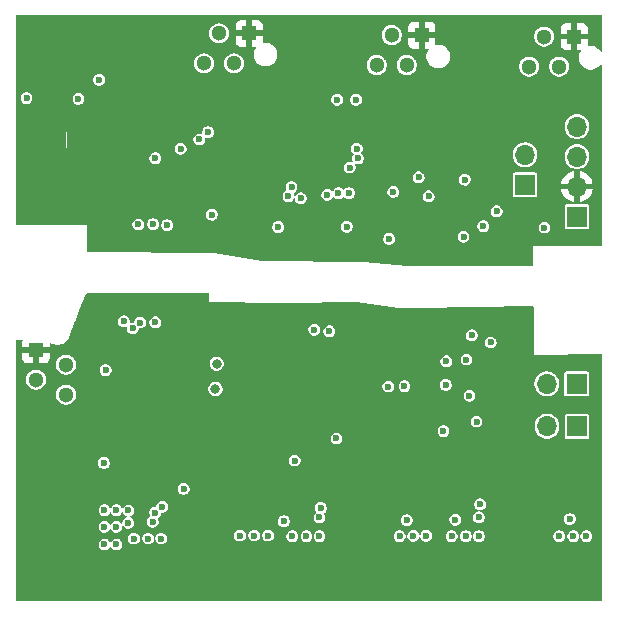
<source format=gbr>
%TF.GenerationSoftware,KiCad,Pcbnew,9.0.6*%
%TF.CreationDate,2025-11-11T12:39:31+02:00*%
%TF.ProjectId,picr_1_9tdi,70696372-5f31-45f3-9974-64692e6b6963,1*%
%TF.SameCoordinates,Original*%
%TF.FileFunction,Copper,L2,Inr*%
%TF.FilePolarity,Positive*%
%FSLAX46Y46*%
G04 Gerber Fmt 4.6, Leading zero omitted, Abs format (unit mm)*
G04 Created by KiCad (PCBNEW 9.0.6) date 2025-11-11 12:39:31*
%MOMM*%
%LPD*%
G01*
G04 APERTURE LIST*
%TA.AperFunction,ComponentPad*%
%ADD10R,1.300000X1.300000*%
%TD*%
%TA.AperFunction,ComponentPad*%
%ADD11C,1.300000*%
%TD*%
%TA.AperFunction,ComponentPad*%
%ADD12R,1.700000X1.700000*%
%TD*%
%TA.AperFunction,ComponentPad*%
%ADD13O,1.700000X1.700000*%
%TD*%
%TA.AperFunction,HeatsinkPad*%
%ADD14O,1.600000X0.900000*%
%TD*%
%TA.AperFunction,ViaPad*%
%ADD15C,0.600000*%
%TD*%
%TA.AperFunction,ViaPad*%
%ADD16C,0.450000*%
%TD*%
%TA.AperFunction,ViaPad*%
%ADD17C,0.800000*%
%TD*%
%TA.AperFunction,Conductor*%
%ADD18C,0.200000*%
%TD*%
G04 APERTURE END LIST*
D10*
%TO.N,GND_MCU*%
%TO.C,U11*%
X115375000Y-69300000D03*
D11*
%TO.N,+3.3V*%
X114105000Y-71840000D03*
%TO.N,/E_M3_A*%
X112835000Y-69300000D03*
%TO.N,/E_M3_B*%
X111565000Y-71840000D03*
%TD*%
D10*
%TO.N,GND_MCU*%
%TO.C,U9*%
X102455000Y-69180000D03*
D11*
%TO.N,+3.3V*%
X101185000Y-71720000D03*
%TO.N,/E_M1_A*%
X99915000Y-69180000D03*
%TO.N,/E_M1_B*%
X98645000Y-71720000D03*
%TD*%
D10*
%TO.N,GND_MOT*%
%TO.C,U15*%
X69800000Y-95810000D03*
D11*
%TO.N,/PWM_TH_O*%
X72340000Y-97080000D03*
%TO.N,unconnected-(U15-Pad3)*%
X69800000Y-98350000D03*
%TO.N,unconnected-(U15-Pad4)*%
X72340000Y-99620000D03*
%TD*%
D12*
%TO.N,/PWM_GRB_O*%
%TO.C,J4*%
X115600000Y-102300000D03*
D13*
%TO.N,/5V_MOT*%
X113060000Y-102300000D03*
%TO.N,GND_MOT*%
X110520000Y-102300000D03*
%TD*%
D14*
%TO.N,GND_MCU*%
%TO.C,J1*%
X69500000Y-77700000D03*
X69500000Y-84300000D03*
%TD*%
D12*
%TO.N,/GLo*%
%TO.C,J3*%
X115600000Y-84540000D03*
D13*
%TO.N,GND_MCU*%
X115600000Y-82000000D03*
%TO.N,/IR_RX*%
X115600000Y-79460000D03*
%TO.N,+3.3V*%
X115600000Y-76920000D03*
%TD*%
D12*
%TO.N,/PWM_ANG_O*%
%TO.C,J6*%
X115580000Y-98700000D03*
D13*
%TO.N,/5V_MOT*%
X113040000Y-98700000D03*
%TO.N,GND_MOT*%
X110500000Y-98700000D03*
%TD*%
D10*
%TO.N,GND_MCU*%
%TO.C,U10*%
X87845000Y-69035000D03*
D11*
%TO.N,+3.3V*%
X86575000Y-71575000D03*
%TO.N,/E_M2_A*%
X85305000Y-69035000D03*
%TO.N,/E_M2_B*%
X84035000Y-71575000D03*
%TD*%
D12*
%TO.N,/GLo*%
%TO.C,J5*%
X111200000Y-81850000D03*
D13*
%TO.N,/IR_TX*%
X111200000Y-79310000D03*
%TD*%
D15*
%TO.N,GND_MOT*%
X79200000Y-94800000D03*
D16*
X110700000Y-109600000D03*
D15*
X97200000Y-115600000D03*
X105600000Y-98800000D03*
X82410000Y-102680000D03*
D16*
X110200000Y-110100000D03*
D15*
X94400000Y-116300000D03*
X71100000Y-115650000D03*
X100000000Y-116300000D03*
D16*
X111200000Y-110100000D03*
D15*
X96500000Y-114900000D03*
X75050000Y-115650000D03*
X109900000Y-116300000D03*
X103080000Y-107640000D03*
X85650000Y-103710000D03*
X87600000Y-103000000D03*
X83090000Y-102700000D03*
X82200000Y-94100000D03*
X81040000Y-102650000D03*
D16*
X96600000Y-109100000D03*
D15*
X69300000Y-114400000D03*
X82350000Y-105100000D03*
X107800000Y-116300000D03*
X74525000Y-107575000D03*
X109050000Y-105550000D03*
X70200000Y-115650000D03*
X101425000Y-93171000D03*
X96800000Y-100900000D03*
D16*
X97600000Y-110100000D03*
D15*
X69300000Y-115650000D03*
X84400000Y-116300000D03*
D16*
X97100000Y-109100000D03*
D15*
X80360000Y-101890000D03*
D16*
X83200000Y-110000000D03*
D15*
X68400000Y-95800000D03*
D16*
X83700000Y-110000000D03*
D15*
X111300000Y-115600000D03*
X79200000Y-103400000D03*
X73730735Y-105479265D03*
X79870000Y-108490000D03*
D16*
X97600000Y-109600000D03*
D15*
X98225000Y-96325000D03*
X83100000Y-101930000D03*
X82000000Y-106200000D03*
X89490000Y-107600000D03*
X97900000Y-115600000D03*
D16*
X110700000Y-110100000D03*
D15*
X97900000Y-114900000D03*
X109900000Y-115600000D03*
X91090000Y-106450000D03*
X89560000Y-100660000D03*
X83700000Y-116300000D03*
X92080000Y-103500000D03*
X74660000Y-96390000D03*
X111300000Y-116300000D03*
D16*
X83700000Y-110500000D03*
D15*
X80350000Y-102640000D03*
X97130000Y-107220000D03*
X83000000Y-114900000D03*
X110600000Y-114900000D03*
X99510000Y-102680000D03*
X75050000Y-99150000D03*
X88680000Y-92240000D03*
X75100000Y-114550000D03*
X98600000Y-98700000D03*
X70200000Y-114400000D03*
X108600000Y-98750000D03*
X80900000Y-116300000D03*
D16*
X83200000Y-110500000D03*
D15*
X95800000Y-116300000D03*
X109200000Y-116300000D03*
X81720000Y-102670000D03*
D16*
X110200000Y-109100000D03*
D15*
X96500000Y-116300000D03*
D16*
X110200000Y-109600000D03*
X97600000Y-109100000D03*
D15*
X81700000Y-104800000D03*
X97200000Y-114900000D03*
D16*
X111200000Y-109600000D03*
D15*
X98600000Y-116300000D03*
X83000000Y-115600000D03*
X102330000Y-102720000D03*
X87450000Y-92230000D03*
X99300000Y-116300000D03*
X115500000Y-100400000D03*
X85100000Y-116300000D03*
X86600000Y-108000000D03*
X110600000Y-116300000D03*
X83790000Y-102690000D03*
X84400000Y-107500000D03*
X109900000Y-114900000D03*
X109012500Y-95887500D03*
X85875000Y-108000000D03*
X81700000Y-105450000D03*
X85800000Y-116300000D03*
X93000000Y-97700000D03*
X110600000Y-115600000D03*
X71100000Y-114400000D03*
X83700000Y-115600000D03*
X72000000Y-115650000D03*
D16*
X96600000Y-109600000D03*
X110700000Y-109100000D03*
D15*
X97900000Y-116300000D03*
X108500000Y-116300000D03*
D16*
X96600000Y-110100000D03*
X97100000Y-109600000D03*
D15*
X90600000Y-97300000D03*
X97200000Y-116300000D03*
X81050000Y-101910000D03*
X102730000Y-98990000D03*
X84880000Y-103720000D03*
X81600000Y-116300000D03*
X96500000Y-115600000D03*
X104500000Y-106180000D03*
X70060000Y-101150000D03*
D16*
X97100000Y-110100000D03*
D15*
X115500000Y-104500000D03*
X82650000Y-106550000D03*
X112620000Y-105600000D03*
X86440000Y-103700000D03*
X98200000Y-93600000D03*
X116350000Y-96750000D03*
D16*
X84200000Y-109500000D03*
D15*
X82300000Y-116300000D03*
D16*
X111200000Y-109100000D03*
D15*
X115100000Y-96750000D03*
X113950000Y-96750000D03*
X113400000Y-116300000D03*
X94050000Y-102950000D03*
X82410000Y-101930000D03*
X82000000Y-106850000D03*
X86500000Y-116300000D03*
X79800000Y-103700000D03*
X84400000Y-114900000D03*
X92700000Y-106220000D03*
X72000000Y-114400000D03*
D16*
X83700000Y-109500000D03*
X84200000Y-110500000D03*
D15*
X93600000Y-100400000D03*
X75890000Y-107780000D03*
D16*
X83200000Y-109500000D03*
D15*
X83770000Y-101950000D03*
X100730000Y-106060000D03*
X87230000Y-103670000D03*
X79200000Y-104000000D03*
X108700000Y-102350000D03*
X111300000Y-114900000D03*
X95100000Y-116300000D03*
X83000000Y-116300000D03*
X74660000Y-93540000D03*
X87600000Y-102100000D03*
X81730000Y-101920000D03*
D16*
X84200000Y-110000000D03*
D15*
X92500000Y-96500000D03*
X112000000Y-116300000D03*
X83700000Y-114900000D03*
X85325000Y-92200000D03*
X112700000Y-116300000D03*
X84400000Y-115600000D03*
%TO.N,/VBAT*%
X92700000Y-111600000D03*
X77625000Y-109425000D03*
X87075000Y-111550000D03*
X115300000Y-111600000D03*
X75600000Y-110800000D03*
X100600000Y-111600000D03*
X80400000Y-111800000D03*
X105000000Y-111600000D03*
X76600000Y-109400000D03*
X101750000Y-111575000D03*
X107300000Y-111600000D03*
X78100000Y-111800000D03*
X76600000Y-110800000D03*
X93800000Y-111600000D03*
X75600000Y-112300000D03*
X102825000Y-111575000D03*
X91500000Y-111600000D03*
X116400000Y-111600000D03*
X88275000Y-111550000D03*
X89450000Y-111550000D03*
X75600000Y-109400000D03*
X114100000Y-111600000D03*
X106200000Y-111600000D03*
X77625000Y-110475000D03*
X79300000Y-111800000D03*
X76600000Y-112300000D03*
%TO.N,GND_MCU*%
X85000000Y-87100000D03*
X73070000Y-70790000D03*
X98480240Y-85119760D03*
X100850000Y-84950000D03*
X73300000Y-82300000D03*
X74660000Y-85200000D03*
X103840000Y-80490000D03*
X73475000Y-77700000D03*
X113350000Y-78100000D03*
X109770000Y-75170000D03*
X88330000Y-82740000D03*
X79850000Y-70600000D03*
X82540000Y-78170000D03*
X75640000Y-82630000D03*
X108810000Y-79950000D03*
X87300000Y-74000000D03*
X109550000Y-71200000D03*
X73200000Y-84200000D03*
X91800000Y-77200000D03*
X78400000Y-76750000D03*
X108810000Y-82100000D03*
X95275000Y-69300000D03*
X113850000Y-74400000D03*
X102020000Y-86210000D03*
X89674265Y-74825735D03*
X70950000Y-79900000D03*
X76150000Y-75570000D03*
X96918425Y-85502377D03*
X117350000Y-85400000D03*
X96500000Y-77850000D03*
X98900000Y-74750000D03*
X71000000Y-82300000D03*
X117350000Y-80150000D03*
X70775000Y-77700000D03*
X70725000Y-84275000D03*
X87800000Y-72500000D03*
X81875000Y-84700000D03*
X99750000Y-78800000D03*
X98940000Y-70430000D03*
X109700000Y-84350000D03*
X91900000Y-78700000D03*
X105975000Y-82675000D03*
X113400000Y-81350000D03*
X86500000Y-85425000D03*
X116981568Y-69294576D03*
X91300000Y-87200000D03*
X82370000Y-81670000D03*
X78300000Y-69100000D03*
X100250000Y-87800000D03*
X117350000Y-82000000D03*
X110700000Y-68250000D03*
X94600000Y-73900000D03*
X93000000Y-81400000D03*
X102230000Y-78990000D03*
X69280000Y-70700000D03*
X89550000Y-69000000D03*
X71810000Y-70710000D03*
X82890000Y-75760000D03*
X95000000Y-72250000D03*
X102070000Y-82600000D03*
X117000000Y-74400000D03*
X104150000Y-69150000D03*
X105400000Y-76200000D03*
D17*
%TO.N,/5V_MOT*%
X85100000Y-97000000D03*
D15*
X75550000Y-105400000D03*
X75700000Y-97540000D03*
D17*
X85000000Y-99150000D03*
D15*
%TO.N,+3.3V*%
X84375000Y-77400000D03*
X99700000Y-86425000D03*
X84700000Y-84380000D03*
X112850000Y-85470000D03*
%TO.N,/NRST*%
X69000000Y-74510000D03*
X96362528Y-80388943D03*
%TO.N,/IR_RX*%
X102200000Y-81225000D03*
%TO.N,/PWM_GRB_O*%
X93360000Y-94120000D03*
%TO.N,/PWM_ANG_O*%
X94630000Y-94250000D03*
%TO.N,Net-(U1-SR)*%
X82300000Y-107600000D03*
%TO.N,Net-(U1-DRVOFF)*%
X79677200Y-110384579D03*
%TO.N,Net-(U7-PB8)*%
X96125000Y-85400000D03*
X90310000Y-85425000D03*
%TO.N,/PWM_M1_O*%
X77987851Y-94014579D03*
X79885421Y-109612149D03*
%TO.N,/M1_DIR_O*%
X108300000Y-95200000D03*
X80500000Y-109100000D03*
X101000000Y-98900000D03*
X91700000Y-105200000D03*
%TO.N,/M_NSLEEP_O*%
X104300000Y-102700000D03*
X90796979Y-110335723D03*
X104540000Y-96800000D03*
X104500000Y-98800000D03*
X105300000Y-110208038D03*
X115000000Y-110150000D03*
X101200000Y-110250000D03*
%TO.N,/PWM_M2_O*%
X93800000Y-109999685D03*
X79900707Y-93500706D03*
%TO.N,/M2_DIR_O*%
X99634313Y-98934313D03*
X95240000Y-103328626D03*
X93931587Y-109210579D03*
X106700000Y-94600000D03*
%TO.N,/M3_DIR_O*%
X107100000Y-101900000D03*
X107400000Y-108900000D03*
X106250000Y-96650000D03*
X106500000Y-99700000D03*
%TO.N,/PWM_M3_O*%
X107300000Y-109999685D03*
X78609659Y-93511232D03*
%TO.N,/E_M3_A*%
X94475000Y-82700000D03*
%TO.N,/PWM_M3_I*%
X78470000Y-85210000D03*
X79900000Y-79600000D03*
%TO.N,/SWCLK*%
X73400000Y-74580000D03*
X91175000Y-82800000D03*
%TO.N,/E_M1_A*%
X97060000Y-79625000D03*
%TO.N,/MCU_LED*%
X103050000Y-82825000D03*
X92225000Y-82990000D03*
%TO.N,/E_M2_A*%
X95300000Y-74650000D03*
%TO.N,/E_M3_B*%
X95411765Y-82561765D03*
%TO.N,/PWM_M2_I*%
X82048846Y-78801484D03*
X79720000Y-85180000D03*
%TO.N,/M3_DIR_I*%
X106000000Y-86250000D03*
X107680000Y-85350000D03*
%TO.N,/SWDIO*%
X75150000Y-72960000D03*
X91435636Y-82043645D03*
%TO.N,/M1_DIR_I*%
X108800000Y-84100000D03*
X106113235Y-81411765D03*
%TO.N,/PWM_M1_I*%
X80908883Y-85263162D03*
X83625000Y-78010000D03*
%TO.N,/E_M2_B*%
X96900000Y-74650000D03*
%TO.N,/M_NSLEEP_I*%
X100050000Y-82450000D03*
X96300000Y-82562765D03*
%TO.N,/E_M1_B*%
X96960000Y-78800000D03*
%TO.N,/PWM_TH_O*%
X77250000Y-93414579D03*
%TD*%
D18*
%TO.N,GND_MCU*%
X69500000Y-77700000D02*
X69650000Y-77700000D01*
%TD*%
%TA.AperFunction,Conductor*%
%TO.N,GND_MCU*%
G36*
X72372427Y-76500395D02*
G01*
X72497427Y-85225395D01*
X68110605Y-85225395D01*
X68100500Y-85201000D01*
X68100500Y-76450430D01*
X72372427Y-76500395D01*
G37*
%TD.AperFunction*%
%TD*%
%TA.AperFunction,Conductor*%
%TO.N,GND_MOT*%
G36*
X84426391Y-91009154D02*
G01*
X84440934Y-91043722D01*
X84440935Y-91044145D01*
X84438545Y-91815954D01*
X84438546Y-91815954D01*
X84438546Y-91815955D01*
X90607532Y-91821370D01*
X91006173Y-91821720D01*
X91011184Y-91819655D01*
X97005517Y-91801823D01*
X97012383Y-91802286D01*
X100566031Y-92294721D01*
X100566037Y-92294720D01*
X100566038Y-92294721D01*
X102168569Y-92272667D01*
X111886416Y-92138936D01*
X111921257Y-92152809D01*
X111936084Y-92187257D01*
X111936089Y-92187931D01*
X111936089Y-96236212D01*
X117650097Y-96188988D01*
X117684861Y-96203052D01*
X117699498Y-96237580D01*
X117699500Y-96237985D01*
X117699500Y-117050500D01*
X117685148Y-117085148D01*
X117650500Y-117099500D01*
X68149500Y-117099500D01*
X68114852Y-117085148D01*
X68100500Y-117050500D01*
X68100500Y-112234104D01*
X75099500Y-112234104D01*
X75099500Y-112365895D01*
X75133607Y-112493184D01*
X75133608Y-112493188D01*
X75199500Y-112607314D01*
X75292686Y-112700500D01*
X75334457Y-112724617D01*
X75406811Y-112766391D01*
X75406813Y-112766391D01*
X75406814Y-112766392D01*
X75507207Y-112793292D01*
X75534104Y-112800499D01*
X75534105Y-112800500D01*
X75534108Y-112800500D01*
X75665895Y-112800500D01*
X75665895Y-112800499D01*
X75793186Y-112766392D01*
X75907314Y-112700500D01*
X76000500Y-112607314D01*
X76057565Y-112508475D01*
X76087318Y-112485645D01*
X76124500Y-112490540D01*
X76142435Y-112508475D01*
X76199500Y-112607314D01*
X76292686Y-112700500D01*
X76334457Y-112724617D01*
X76406811Y-112766391D01*
X76406813Y-112766391D01*
X76406814Y-112766392D01*
X76507207Y-112793292D01*
X76534104Y-112800499D01*
X76534105Y-112800500D01*
X76534108Y-112800500D01*
X76665895Y-112800500D01*
X76665895Y-112800499D01*
X76793186Y-112766392D01*
X76907314Y-112700500D01*
X77000500Y-112607314D01*
X77066392Y-112493186D01*
X77100499Y-112365895D01*
X77100500Y-112365895D01*
X77100500Y-112234105D01*
X77100499Y-112234104D01*
X77068412Y-112114354D01*
X77066392Y-112106814D01*
X77066391Y-112106813D01*
X77066391Y-112106811D01*
X77005011Y-112000499D01*
X77000500Y-111992686D01*
X76907314Y-111899500D01*
X76877549Y-111882315D01*
X76793188Y-111833608D01*
X76793184Y-111833607D01*
X76665895Y-111799500D01*
X76665892Y-111799500D01*
X76534108Y-111799500D01*
X76534105Y-111799500D01*
X76406815Y-111833607D01*
X76406811Y-111833608D01*
X76292685Y-111899500D01*
X76292685Y-111899501D01*
X76199501Y-111992685D01*
X76199500Y-111992685D01*
X76142435Y-112091524D01*
X76112682Y-112114354D01*
X76075500Y-112109459D01*
X76057565Y-112091524D01*
X76005011Y-112000499D01*
X76000500Y-111992686D01*
X75907314Y-111899500D01*
X75877549Y-111882315D01*
X75793188Y-111833608D01*
X75793184Y-111833607D01*
X75665895Y-111799500D01*
X75665892Y-111799500D01*
X75534108Y-111799500D01*
X75534105Y-111799500D01*
X75406815Y-111833607D01*
X75406811Y-111833608D01*
X75292685Y-111899500D01*
X75292685Y-111899501D01*
X75199501Y-111992685D01*
X75199500Y-111992685D01*
X75133608Y-112106811D01*
X75133607Y-112106815D01*
X75099500Y-112234104D01*
X68100500Y-112234104D01*
X68100500Y-111734104D01*
X77599500Y-111734104D01*
X77599500Y-111865895D01*
X77633607Y-111993184D01*
X77633608Y-111993188D01*
X77695565Y-112100499D01*
X77699500Y-112107314D01*
X77792686Y-112200500D01*
X77834457Y-112224617D01*
X77906811Y-112266391D01*
X77906813Y-112266391D01*
X77906814Y-112266392D01*
X78007207Y-112293292D01*
X78034104Y-112300499D01*
X78034105Y-112300500D01*
X78034108Y-112300500D01*
X78165895Y-112300500D01*
X78165895Y-112300499D01*
X78293186Y-112266392D01*
X78407314Y-112200500D01*
X78500500Y-112107314D01*
X78566392Y-111993186D01*
X78600499Y-111865895D01*
X78600500Y-111865895D01*
X78600500Y-111734105D01*
X78600499Y-111734104D01*
X78799500Y-111734104D01*
X78799500Y-111865895D01*
X78833607Y-111993184D01*
X78833608Y-111993188D01*
X78895565Y-112100499D01*
X78899500Y-112107314D01*
X78992686Y-112200500D01*
X79034457Y-112224617D01*
X79106811Y-112266391D01*
X79106813Y-112266391D01*
X79106814Y-112266392D01*
X79207207Y-112293292D01*
X79234104Y-112300499D01*
X79234105Y-112300500D01*
X79234108Y-112300500D01*
X79365895Y-112300500D01*
X79365895Y-112300499D01*
X79493186Y-112266392D01*
X79607314Y-112200500D01*
X79700500Y-112107314D01*
X79766392Y-111993186D01*
X79800499Y-111865895D01*
X79800500Y-111865895D01*
X79800500Y-111734105D01*
X79800499Y-111734104D01*
X79899500Y-111734104D01*
X79899500Y-111865895D01*
X79933607Y-111993184D01*
X79933608Y-111993188D01*
X79995565Y-112100499D01*
X79999500Y-112107314D01*
X80092686Y-112200500D01*
X80134457Y-112224617D01*
X80206811Y-112266391D01*
X80206813Y-112266391D01*
X80206814Y-112266392D01*
X80307207Y-112293292D01*
X80334104Y-112300499D01*
X80334105Y-112300500D01*
X80334108Y-112300500D01*
X80465895Y-112300500D01*
X80465895Y-112300499D01*
X80593186Y-112266392D01*
X80707314Y-112200500D01*
X80800500Y-112107314D01*
X80866392Y-111993186D01*
X80900499Y-111865895D01*
X80900500Y-111865895D01*
X80900500Y-111734105D01*
X80900499Y-111734104D01*
X80893292Y-111707207D01*
X80866392Y-111606814D01*
X80866391Y-111606813D01*
X80866391Y-111606811D01*
X80809981Y-111509108D01*
X80800500Y-111492686D01*
X80791918Y-111484104D01*
X86574500Y-111484104D01*
X86574500Y-111615895D01*
X86608607Y-111743184D01*
X86608608Y-111743188D01*
X86660813Y-111833608D01*
X86674500Y-111857314D01*
X86767686Y-111950500D01*
X86809457Y-111974617D01*
X86881811Y-112016391D01*
X86881813Y-112016391D01*
X86881814Y-112016392D01*
X86975112Y-112041391D01*
X87009104Y-112050499D01*
X87009105Y-112050500D01*
X87009108Y-112050500D01*
X87140895Y-112050500D01*
X87140895Y-112050499D01*
X87268186Y-112016392D01*
X87382314Y-111950500D01*
X87475500Y-111857314D01*
X87541392Y-111743186D01*
X87575499Y-111615895D01*
X87575500Y-111615895D01*
X87575500Y-111484105D01*
X87575499Y-111484104D01*
X87774500Y-111484104D01*
X87774500Y-111615895D01*
X87808607Y-111743184D01*
X87808608Y-111743188D01*
X87860813Y-111833608D01*
X87874500Y-111857314D01*
X87967686Y-111950500D01*
X88009457Y-111974617D01*
X88081811Y-112016391D01*
X88081813Y-112016391D01*
X88081814Y-112016392D01*
X88175112Y-112041391D01*
X88209104Y-112050499D01*
X88209105Y-112050500D01*
X88209108Y-112050500D01*
X88340895Y-112050500D01*
X88340895Y-112050499D01*
X88468186Y-112016392D01*
X88582314Y-111950500D01*
X88675500Y-111857314D01*
X88741392Y-111743186D01*
X88775499Y-111615895D01*
X88775500Y-111615895D01*
X88775500Y-111484105D01*
X88775499Y-111484104D01*
X88949500Y-111484104D01*
X88949500Y-111615895D01*
X88983607Y-111743184D01*
X88983608Y-111743188D01*
X89035813Y-111833608D01*
X89049500Y-111857314D01*
X89142686Y-111950500D01*
X89184457Y-111974617D01*
X89256811Y-112016391D01*
X89256813Y-112016391D01*
X89256814Y-112016392D01*
X89350112Y-112041391D01*
X89384104Y-112050499D01*
X89384105Y-112050500D01*
X89384108Y-112050500D01*
X89515895Y-112050500D01*
X89515895Y-112050499D01*
X89643186Y-112016392D01*
X89757314Y-111950500D01*
X89850500Y-111857314D01*
X89916392Y-111743186D01*
X89950499Y-111615895D01*
X89950500Y-111615895D01*
X89950500Y-111534104D01*
X90999500Y-111534104D01*
X90999500Y-111665895D01*
X91033607Y-111793184D01*
X91033608Y-111793188D01*
X91094989Y-111899501D01*
X91099500Y-111907314D01*
X91192686Y-112000500D01*
X91220210Y-112016391D01*
X91306811Y-112066391D01*
X91306813Y-112066391D01*
X91306814Y-112066392D01*
X91400609Y-112091524D01*
X91434104Y-112100499D01*
X91434105Y-112100500D01*
X91434108Y-112100500D01*
X91565895Y-112100500D01*
X91565895Y-112100499D01*
X91693186Y-112066392D01*
X91807314Y-112000500D01*
X91900500Y-111907314D01*
X91966392Y-111793186D01*
X92000499Y-111665895D01*
X92000500Y-111665895D01*
X92000500Y-111534105D01*
X92000499Y-111534104D01*
X92199500Y-111534104D01*
X92199500Y-111665895D01*
X92233607Y-111793184D01*
X92233608Y-111793188D01*
X92294989Y-111899501D01*
X92299500Y-111907314D01*
X92392686Y-112000500D01*
X92420210Y-112016391D01*
X92506811Y-112066391D01*
X92506813Y-112066391D01*
X92506814Y-112066392D01*
X92600609Y-112091524D01*
X92634104Y-112100499D01*
X92634105Y-112100500D01*
X92634108Y-112100500D01*
X92765895Y-112100500D01*
X92765895Y-112100499D01*
X92893186Y-112066392D01*
X93007314Y-112000500D01*
X93100500Y-111907314D01*
X93166392Y-111793186D01*
X93200499Y-111665895D01*
X93200500Y-111665895D01*
X93200500Y-111534105D01*
X93200499Y-111534104D01*
X93299500Y-111534104D01*
X93299500Y-111665895D01*
X93333607Y-111793184D01*
X93333608Y-111793188D01*
X93394989Y-111899501D01*
X93399500Y-111907314D01*
X93492686Y-112000500D01*
X93520210Y-112016391D01*
X93606811Y-112066391D01*
X93606813Y-112066391D01*
X93606814Y-112066392D01*
X93700609Y-112091524D01*
X93734104Y-112100499D01*
X93734105Y-112100500D01*
X93734108Y-112100500D01*
X93865895Y-112100500D01*
X93865895Y-112100499D01*
X93993186Y-112066392D01*
X94107314Y-112000500D01*
X94200500Y-111907314D01*
X94266392Y-111793186D01*
X94300499Y-111665895D01*
X94300500Y-111665895D01*
X94300500Y-111534105D01*
X94300499Y-111534104D01*
X100099500Y-111534104D01*
X100099500Y-111665895D01*
X100133607Y-111793184D01*
X100133608Y-111793188D01*
X100194989Y-111899501D01*
X100199500Y-111907314D01*
X100292686Y-112000500D01*
X100320210Y-112016391D01*
X100406811Y-112066391D01*
X100406813Y-112066391D01*
X100406814Y-112066392D01*
X100500609Y-112091524D01*
X100534104Y-112100499D01*
X100534105Y-112100500D01*
X100534108Y-112100500D01*
X100665895Y-112100500D01*
X100665895Y-112100499D01*
X100793186Y-112066392D01*
X100907314Y-112000500D01*
X101000500Y-111907314D01*
X101066392Y-111793186D01*
X101100499Y-111665895D01*
X101100500Y-111665895D01*
X101100500Y-111534107D01*
X101096339Y-111518577D01*
X101096339Y-111518575D01*
X101093801Y-111509104D01*
X101249500Y-111509104D01*
X101249500Y-111640895D01*
X101283607Y-111768184D01*
X101283608Y-111768188D01*
X101335066Y-111857314D01*
X101349500Y-111882314D01*
X101442686Y-111975500D01*
X101484457Y-111999617D01*
X101556811Y-112041391D01*
X101556813Y-112041391D01*
X101556814Y-112041392D01*
X101650112Y-112066391D01*
X101684104Y-112075499D01*
X101684105Y-112075500D01*
X101684108Y-112075500D01*
X101815895Y-112075500D01*
X101815895Y-112075499D01*
X101943186Y-112041392D01*
X102057314Y-111975500D01*
X102150500Y-111882314D01*
X102216392Y-111768186D01*
X102240170Y-111679446D01*
X102263000Y-111649693D01*
X102300182Y-111644798D01*
X102329935Y-111667628D01*
X102334830Y-111679446D01*
X102358607Y-111768185D01*
X102358608Y-111768188D01*
X102410066Y-111857314D01*
X102424500Y-111882314D01*
X102517686Y-111975500D01*
X102559457Y-111999617D01*
X102631811Y-112041391D01*
X102631813Y-112041391D01*
X102631814Y-112041392D01*
X102725112Y-112066391D01*
X102759104Y-112075499D01*
X102759105Y-112075500D01*
X102759108Y-112075500D01*
X102890895Y-112075500D01*
X102890895Y-112075499D01*
X103018186Y-112041392D01*
X103132314Y-111975500D01*
X103225500Y-111882314D01*
X103291392Y-111768186D01*
X103325499Y-111640895D01*
X103325500Y-111640895D01*
X103325500Y-111534104D01*
X104499500Y-111534104D01*
X104499500Y-111665895D01*
X104533607Y-111793184D01*
X104533608Y-111793188D01*
X104594989Y-111899501D01*
X104599500Y-111907314D01*
X104692686Y-112000500D01*
X104720210Y-112016391D01*
X104806811Y-112066391D01*
X104806813Y-112066391D01*
X104806814Y-112066392D01*
X104900609Y-112091524D01*
X104934104Y-112100499D01*
X104934105Y-112100500D01*
X104934108Y-112100500D01*
X105065895Y-112100500D01*
X105065895Y-112100499D01*
X105193186Y-112066392D01*
X105307314Y-112000500D01*
X105400500Y-111907314D01*
X105466392Y-111793186D01*
X105500499Y-111665895D01*
X105500500Y-111665895D01*
X105500500Y-111534105D01*
X105500499Y-111534104D01*
X105699500Y-111534104D01*
X105699500Y-111665895D01*
X105733607Y-111793184D01*
X105733608Y-111793188D01*
X105794989Y-111899501D01*
X105799500Y-111907314D01*
X105892686Y-112000500D01*
X105920210Y-112016391D01*
X106006811Y-112066391D01*
X106006813Y-112066391D01*
X106006814Y-112066392D01*
X106100609Y-112091524D01*
X106134104Y-112100499D01*
X106134105Y-112100500D01*
X106134108Y-112100500D01*
X106265895Y-112100500D01*
X106265895Y-112100499D01*
X106393186Y-112066392D01*
X106507314Y-112000500D01*
X106600500Y-111907314D01*
X106666392Y-111793186D01*
X106700499Y-111665895D01*
X106700500Y-111665895D01*
X106700500Y-111534105D01*
X106700499Y-111534104D01*
X106799500Y-111534104D01*
X106799500Y-111665895D01*
X106833607Y-111793184D01*
X106833608Y-111793188D01*
X106894989Y-111899501D01*
X106899500Y-111907314D01*
X106992686Y-112000500D01*
X107020210Y-112016391D01*
X107106811Y-112066391D01*
X107106813Y-112066391D01*
X107106814Y-112066392D01*
X107200609Y-112091524D01*
X107234104Y-112100499D01*
X107234105Y-112100500D01*
X107234108Y-112100500D01*
X107365895Y-112100500D01*
X107365895Y-112100499D01*
X107493186Y-112066392D01*
X107607314Y-112000500D01*
X107700500Y-111907314D01*
X107766392Y-111793186D01*
X107800499Y-111665895D01*
X107800500Y-111665895D01*
X107800500Y-111534105D01*
X107800499Y-111534104D01*
X113599500Y-111534104D01*
X113599500Y-111665895D01*
X113633607Y-111793184D01*
X113633608Y-111793188D01*
X113694989Y-111899501D01*
X113699500Y-111907314D01*
X113792686Y-112000500D01*
X113820210Y-112016391D01*
X113906811Y-112066391D01*
X113906813Y-112066391D01*
X113906814Y-112066392D01*
X114000609Y-112091524D01*
X114034104Y-112100499D01*
X114034105Y-112100500D01*
X114034108Y-112100500D01*
X114165895Y-112100500D01*
X114165895Y-112100499D01*
X114293186Y-112066392D01*
X114407314Y-112000500D01*
X114500500Y-111907314D01*
X114566392Y-111793186D01*
X114600499Y-111665895D01*
X114600500Y-111665895D01*
X114600500Y-111534105D01*
X114600499Y-111534104D01*
X114799500Y-111534104D01*
X114799500Y-111665895D01*
X114833607Y-111793184D01*
X114833608Y-111793188D01*
X114894989Y-111899501D01*
X114899500Y-111907314D01*
X114992686Y-112000500D01*
X115020210Y-112016391D01*
X115106811Y-112066391D01*
X115106813Y-112066391D01*
X115106814Y-112066392D01*
X115200609Y-112091524D01*
X115234104Y-112100499D01*
X115234105Y-112100500D01*
X115234108Y-112100500D01*
X115365895Y-112100500D01*
X115365895Y-112100499D01*
X115493186Y-112066392D01*
X115607314Y-112000500D01*
X115700500Y-111907314D01*
X115766392Y-111793186D01*
X115800499Y-111665895D01*
X115800500Y-111665895D01*
X115800500Y-111534105D01*
X115800499Y-111534104D01*
X115899500Y-111534104D01*
X115899500Y-111665895D01*
X115933607Y-111793184D01*
X115933608Y-111793188D01*
X115994989Y-111899501D01*
X115999500Y-111907314D01*
X116092686Y-112000500D01*
X116120210Y-112016391D01*
X116206811Y-112066391D01*
X116206813Y-112066391D01*
X116206814Y-112066392D01*
X116300609Y-112091524D01*
X116334104Y-112100499D01*
X116334105Y-112100500D01*
X116334108Y-112100500D01*
X116465895Y-112100500D01*
X116465895Y-112100499D01*
X116593186Y-112066392D01*
X116707314Y-112000500D01*
X116800500Y-111907314D01*
X116866392Y-111793186D01*
X116900499Y-111665895D01*
X116900500Y-111665895D01*
X116900500Y-111534105D01*
X116900499Y-111534104D01*
X116866392Y-111406815D01*
X116866391Y-111406811D01*
X116800499Y-111292685D01*
X116707314Y-111199500D01*
X116593188Y-111133608D01*
X116593184Y-111133607D01*
X116465895Y-111099500D01*
X116465892Y-111099500D01*
X116334108Y-111099500D01*
X116334105Y-111099500D01*
X116206815Y-111133607D01*
X116206811Y-111133608D01*
X116092685Y-111199500D01*
X116092685Y-111199501D01*
X115999501Y-111292685D01*
X115999500Y-111292685D01*
X115933608Y-111406811D01*
X115933607Y-111406815D01*
X115899500Y-111534104D01*
X115800499Y-111534104D01*
X115766392Y-111406815D01*
X115766391Y-111406811D01*
X115700499Y-111292685D01*
X115607314Y-111199500D01*
X115493188Y-111133608D01*
X115493184Y-111133607D01*
X115365895Y-111099500D01*
X115365892Y-111099500D01*
X115234108Y-111099500D01*
X115234105Y-111099500D01*
X115106815Y-111133607D01*
X115106811Y-111133608D01*
X114992685Y-111199500D01*
X114992685Y-111199501D01*
X114899501Y-111292685D01*
X114899500Y-111292685D01*
X114833608Y-111406811D01*
X114833607Y-111406815D01*
X114799500Y-111534104D01*
X114600499Y-111534104D01*
X114566392Y-111406815D01*
X114566391Y-111406811D01*
X114500499Y-111292685D01*
X114407314Y-111199500D01*
X114293188Y-111133608D01*
X114293184Y-111133607D01*
X114165895Y-111099500D01*
X114165892Y-111099500D01*
X114034108Y-111099500D01*
X114034105Y-111099500D01*
X113906815Y-111133607D01*
X113906811Y-111133608D01*
X113792685Y-111199500D01*
X113792685Y-111199501D01*
X113699501Y-111292685D01*
X113699500Y-111292685D01*
X113633608Y-111406811D01*
X113633607Y-111406815D01*
X113599500Y-111534104D01*
X107800499Y-111534104D01*
X107766392Y-111406815D01*
X107766391Y-111406811D01*
X107700499Y-111292685D01*
X107607314Y-111199500D01*
X107493188Y-111133608D01*
X107493184Y-111133607D01*
X107365895Y-111099500D01*
X107365892Y-111099500D01*
X107234108Y-111099500D01*
X107234105Y-111099500D01*
X107106815Y-111133607D01*
X107106811Y-111133608D01*
X106992685Y-111199500D01*
X106992685Y-111199501D01*
X106899501Y-111292685D01*
X106899500Y-111292685D01*
X106833608Y-111406811D01*
X106833607Y-111406815D01*
X106799500Y-111534104D01*
X106700499Y-111534104D01*
X106666392Y-111406815D01*
X106666391Y-111406811D01*
X106600499Y-111292685D01*
X106507314Y-111199500D01*
X106393188Y-111133608D01*
X106393184Y-111133607D01*
X106265895Y-111099500D01*
X106265892Y-111099500D01*
X106134108Y-111099500D01*
X106134105Y-111099500D01*
X106006815Y-111133607D01*
X106006811Y-111133608D01*
X105892685Y-111199500D01*
X105892685Y-111199501D01*
X105799501Y-111292685D01*
X105799500Y-111292685D01*
X105733608Y-111406811D01*
X105733607Y-111406815D01*
X105699500Y-111534104D01*
X105500499Y-111534104D01*
X105466392Y-111406815D01*
X105466391Y-111406811D01*
X105400499Y-111292685D01*
X105307314Y-111199500D01*
X105193188Y-111133608D01*
X105193184Y-111133607D01*
X105065895Y-111099500D01*
X105065892Y-111099500D01*
X104934108Y-111099500D01*
X104934105Y-111099500D01*
X104806815Y-111133607D01*
X104806811Y-111133608D01*
X104692685Y-111199500D01*
X104692685Y-111199501D01*
X104599501Y-111292685D01*
X104599500Y-111292685D01*
X104533608Y-111406811D01*
X104533607Y-111406815D01*
X104499500Y-111534104D01*
X103325500Y-111534104D01*
X103325500Y-111509105D01*
X103325499Y-111509104D01*
X103298091Y-111406815D01*
X103291392Y-111381814D01*
X103291391Y-111381813D01*
X103291391Y-111381811D01*
X103225499Y-111267685D01*
X103132314Y-111174500D01*
X103018188Y-111108608D01*
X103018184Y-111108607D01*
X102890895Y-111074500D01*
X102890892Y-111074500D01*
X102759108Y-111074500D01*
X102759105Y-111074500D01*
X102631815Y-111108607D01*
X102631811Y-111108608D01*
X102517685Y-111174500D01*
X102517685Y-111174501D01*
X102424501Y-111267685D01*
X102424500Y-111267685D01*
X102358608Y-111381811D01*
X102358607Y-111381815D01*
X102334830Y-111470553D01*
X102312000Y-111500306D01*
X102274818Y-111505201D01*
X102245065Y-111482371D01*
X102240170Y-111470553D01*
X102216392Y-111381815D01*
X102216391Y-111381811D01*
X102150499Y-111267685D01*
X102057314Y-111174500D01*
X101943188Y-111108608D01*
X101943184Y-111108607D01*
X101815895Y-111074500D01*
X101815892Y-111074500D01*
X101684108Y-111074500D01*
X101684105Y-111074500D01*
X101556815Y-111108607D01*
X101556811Y-111108608D01*
X101442685Y-111174500D01*
X101442685Y-111174501D01*
X101349501Y-111267685D01*
X101349500Y-111267685D01*
X101283608Y-111381811D01*
X101283607Y-111381815D01*
X101249500Y-111509104D01*
X101093801Y-111509104D01*
X101066392Y-111406815D01*
X101066391Y-111406811D01*
X101000499Y-111292685D01*
X100907314Y-111199500D01*
X100793188Y-111133608D01*
X100793184Y-111133607D01*
X100665895Y-111099500D01*
X100665892Y-111099500D01*
X100534108Y-111099500D01*
X100534105Y-111099500D01*
X100406815Y-111133607D01*
X100406811Y-111133608D01*
X100292685Y-111199500D01*
X100292685Y-111199501D01*
X100199501Y-111292685D01*
X100199500Y-111292685D01*
X100133608Y-111406811D01*
X100133607Y-111406815D01*
X100099500Y-111534104D01*
X94300499Y-111534104D01*
X94266392Y-111406815D01*
X94266391Y-111406811D01*
X94200499Y-111292685D01*
X94107314Y-111199500D01*
X93993188Y-111133608D01*
X93993184Y-111133607D01*
X93865895Y-111099500D01*
X93865892Y-111099500D01*
X93734108Y-111099500D01*
X93734105Y-111099500D01*
X93606815Y-111133607D01*
X93606811Y-111133608D01*
X93492685Y-111199500D01*
X93492685Y-111199501D01*
X93399501Y-111292685D01*
X93399500Y-111292685D01*
X93333608Y-111406811D01*
X93333607Y-111406815D01*
X93299500Y-111534104D01*
X93200499Y-111534104D01*
X93166392Y-111406815D01*
X93166391Y-111406811D01*
X93100499Y-111292685D01*
X93007314Y-111199500D01*
X92893188Y-111133608D01*
X92893184Y-111133607D01*
X92765895Y-111099500D01*
X92765892Y-111099500D01*
X92634108Y-111099500D01*
X92634105Y-111099500D01*
X92506815Y-111133607D01*
X92506811Y-111133608D01*
X92392685Y-111199500D01*
X92392685Y-111199501D01*
X92299501Y-111292685D01*
X92299500Y-111292685D01*
X92233608Y-111406811D01*
X92233607Y-111406815D01*
X92199500Y-111534104D01*
X92000499Y-111534104D01*
X91966392Y-111406815D01*
X91966391Y-111406811D01*
X91900499Y-111292685D01*
X91807314Y-111199500D01*
X91693188Y-111133608D01*
X91693184Y-111133607D01*
X91565895Y-111099500D01*
X91565892Y-111099500D01*
X91434108Y-111099500D01*
X91434105Y-111099500D01*
X91306815Y-111133607D01*
X91306811Y-111133608D01*
X91192685Y-111199500D01*
X91192685Y-111199501D01*
X91099501Y-111292685D01*
X91099500Y-111292685D01*
X91033608Y-111406811D01*
X91033607Y-111406815D01*
X90999500Y-111534104D01*
X89950500Y-111534104D01*
X89950500Y-111484105D01*
X89950499Y-111484104D01*
X89943292Y-111457207D01*
X89916392Y-111356814D01*
X89916391Y-111356813D01*
X89916391Y-111356811D01*
X89850499Y-111242685D01*
X89757314Y-111149500D01*
X89643188Y-111083608D01*
X89643184Y-111083607D01*
X89515895Y-111049500D01*
X89515892Y-111049500D01*
X89384108Y-111049500D01*
X89384105Y-111049500D01*
X89256815Y-111083607D01*
X89256811Y-111083608D01*
X89142685Y-111149500D01*
X89142685Y-111149501D01*
X89049501Y-111242685D01*
X89049500Y-111242685D01*
X88983608Y-111356811D01*
X88983607Y-111356815D01*
X88949500Y-111484104D01*
X88775499Y-111484104D01*
X88768292Y-111457207D01*
X88741392Y-111356814D01*
X88741391Y-111356813D01*
X88741391Y-111356811D01*
X88675499Y-111242685D01*
X88582314Y-111149500D01*
X88468188Y-111083608D01*
X88468184Y-111083607D01*
X88340895Y-111049500D01*
X88340892Y-111049500D01*
X88209108Y-111049500D01*
X88209105Y-111049500D01*
X88081815Y-111083607D01*
X88081811Y-111083608D01*
X87967685Y-111149500D01*
X87967685Y-111149501D01*
X87874501Y-111242685D01*
X87874500Y-111242685D01*
X87808608Y-111356811D01*
X87808607Y-111356815D01*
X87774500Y-111484104D01*
X87575499Y-111484104D01*
X87568292Y-111457207D01*
X87541392Y-111356814D01*
X87541391Y-111356813D01*
X87541391Y-111356811D01*
X87475499Y-111242685D01*
X87382314Y-111149500D01*
X87268188Y-111083608D01*
X87268184Y-111083607D01*
X87140895Y-111049500D01*
X87140892Y-111049500D01*
X87009108Y-111049500D01*
X87009105Y-111049500D01*
X86881815Y-111083607D01*
X86881811Y-111083608D01*
X86767685Y-111149500D01*
X86767685Y-111149501D01*
X86674501Y-111242685D01*
X86674500Y-111242685D01*
X86608608Y-111356811D01*
X86608607Y-111356815D01*
X86574500Y-111484104D01*
X80791918Y-111484104D01*
X80707314Y-111399500D01*
X80676683Y-111381815D01*
X80593188Y-111333608D01*
X80593184Y-111333607D01*
X80465895Y-111299500D01*
X80465892Y-111299500D01*
X80334108Y-111299500D01*
X80334105Y-111299500D01*
X80206815Y-111333607D01*
X80206811Y-111333608D01*
X80092685Y-111399500D01*
X80092685Y-111399501D01*
X79999501Y-111492685D01*
X79999500Y-111492685D01*
X79933608Y-111606811D01*
X79933607Y-111606815D01*
X79899500Y-111734104D01*
X79800499Y-111734104D01*
X79793292Y-111707207D01*
X79766392Y-111606814D01*
X79766391Y-111606813D01*
X79766391Y-111606811D01*
X79709981Y-111509108D01*
X79700500Y-111492686D01*
X79607314Y-111399500D01*
X79576683Y-111381815D01*
X79493188Y-111333608D01*
X79493184Y-111333607D01*
X79365895Y-111299500D01*
X79365892Y-111299500D01*
X79234108Y-111299500D01*
X79234105Y-111299500D01*
X79106815Y-111333607D01*
X79106811Y-111333608D01*
X78992685Y-111399500D01*
X78992685Y-111399501D01*
X78899501Y-111492685D01*
X78899500Y-111492685D01*
X78833608Y-111606811D01*
X78833607Y-111606815D01*
X78799500Y-111734104D01*
X78600499Y-111734104D01*
X78593292Y-111707207D01*
X78566392Y-111606814D01*
X78566391Y-111606813D01*
X78566391Y-111606811D01*
X78509981Y-111509108D01*
X78500500Y-111492686D01*
X78407314Y-111399500D01*
X78376683Y-111381815D01*
X78293188Y-111333608D01*
X78293184Y-111333607D01*
X78165895Y-111299500D01*
X78165892Y-111299500D01*
X78034108Y-111299500D01*
X78034105Y-111299500D01*
X77906815Y-111333607D01*
X77906811Y-111333608D01*
X77792685Y-111399500D01*
X77792685Y-111399501D01*
X77699501Y-111492685D01*
X77699500Y-111492685D01*
X77633608Y-111606811D01*
X77633607Y-111606815D01*
X77599500Y-111734104D01*
X68100500Y-111734104D01*
X68100500Y-109334104D01*
X75099500Y-109334104D01*
X75099500Y-109465895D01*
X75133607Y-109593184D01*
X75133608Y-109593188D01*
X75199500Y-109707314D01*
X75292686Y-109800500D01*
X75304878Y-109807539D01*
X75406811Y-109866391D01*
X75406813Y-109866391D01*
X75406814Y-109866392D01*
X75500112Y-109891391D01*
X75534104Y-109900499D01*
X75534105Y-109900500D01*
X75534108Y-109900500D01*
X75665895Y-109900500D01*
X75665895Y-109900499D01*
X75793186Y-109866392D01*
X75907314Y-109800500D01*
X76000500Y-109707314D01*
X76056059Y-109611083D01*
X76057565Y-109608475D01*
X76087318Y-109585645D01*
X76124500Y-109590540D01*
X76142435Y-109608475D01*
X76151127Y-109623530D01*
X76199500Y-109707314D01*
X76292686Y-109800500D01*
X76304878Y-109807539D01*
X76406811Y-109866391D01*
X76406813Y-109866391D01*
X76406814Y-109866392D01*
X76500112Y-109891391D01*
X76534104Y-109900499D01*
X76534105Y-109900500D01*
X76534108Y-109900500D01*
X76665895Y-109900500D01*
X76665895Y-109900499D01*
X76793186Y-109866392D01*
X76907314Y-109800500D01*
X77000500Y-109707314D01*
X77065654Y-109594464D01*
X77095406Y-109571635D01*
X77132588Y-109576530D01*
X77155418Y-109606282D01*
X77158608Y-109618186D01*
X77158608Y-109618188D01*
X77224500Y-109732314D01*
X77317686Y-109825500D01*
X77334527Y-109835223D01*
X77431811Y-109891391D01*
X77431813Y-109891391D01*
X77431814Y-109891392D01*
X77448858Y-109895959D01*
X77473903Y-109902670D01*
X77503656Y-109925500D01*
X77508551Y-109962682D01*
X77485721Y-109992435D01*
X77473903Y-109997330D01*
X77431815Y-110008607D01*
X77431811Y-110008608D01*
X77317685Y-110074500D01*
X77317685Y-110074501D01*
X77224501Y-110167685D01*
X77224500Y-110167685D01*
X77158608Y-110281811D01*
X77158607Y-110281815D01*
X77124500Y-110409104D01*
X77124500Y-110524590D01*
X77110148Y-110559238D01*
X77075500Y-110573590D01*
X77040852Y-110559238D01*
X77033065Y-110549090D01*
X77028332Y-110540892D01*
X77000500Y-110492686D01*
X76907314Y-110399500D01*
X76793188Y-110333608D01*
X76793184Y-110333607D01*
X76665895Y-110299500D01*
X76665892Y-110299500D01*
X76534108Y-110299500D01*
X76534105Y-110299500D01*
X76406815Y-110333607D01*
X76406811Y-110333608D01*
X76292685Y-110399500D01*
X76292685Y-110399501D01*
X76199501Y-110492685D01*
X76199500Y-110492685D01*
X76142435Y-110591524D01*
X76112682Y-110614354D01*
X76075500Y-110609459D01*
X76057565Y-110591524D01*
X76013586Y-110515352D01*
X76000500Y-110492686D01*
X75907314Y-110399500D01*
X75793188Y-110333608D01*
X75793184Y-110333607D01*
X75665895Y-110299500D01*
X75665892Y-110299500D01*
X75534108Y-110299500D01*
X75534105Y-110299500D01*
X75406815Y-110333607D01*
X75406811Y-110333608D01*
X75292685Y-110399500D01*
X75292685Y-110399501D01*
X75199501Y-110492685D01*
X75199500Y-110492685D01*
X75133608Y-110606811D01*
X75133607Y-110606815D01*
X75099500Y-110734104D01*
X75099500Y-110865895D01*
X75133607Y-110993184D01*
X75133608Y-110993188D01*
X75199500Y-111107314D01*
X75292686Y-111200500D01*
X75334457Y-111224617D01*
X75406811Y-111266391D01*
X75406813Y-111266391D01*
X75406814Y-111266392D01*
X75507207Y-111293292D01*
X75534104Y-111300499D01*
X75534105Y-111300500D01*
X75534108Y-111300500D01*
X75665895Y-111300500D01*
X75665895Y-111300499D01*
X75793186Y-111266392D01*
X75907314Y-111200500D01*
X76000500Y-111107314D01*
X76057565Y-111008475D01*
X76087318Y-110985645D01*
X76124500Y-110990540D01*
X76142435Y-111008475D01*
X76199500Y-111107314D01*
X76292686Y-111200500D01*
X76334457Y-111224617D01*
X76406811Y-111266391D01*
X76406813Y-111266391D01*
X76406814Y-111266392D01*
X76507207Y-111293292D01*
X76534104Y-111300499D01*
X76534105Y-111300500D01*
X76534108Y-111300500D01*
X76665895Y-111300500D01*
X76665895Y-111300499D01*
X76793186Y-111266392D01*
X76907314Y-111200500D01*
X77000500Y-111107314D01*
X77066392Y-110993186D01*
X77100499Y-110865895D01*
X77100500Y-110865895D01*
X77100500Y-110750409D01*
X77114852Y-110715761D01*
X77149500Y-110701409D01*
X77184148Y-110715761D01*
X77191932Y-110725906D01*
X77224500Y-110782314D01*
X77317686Y-110875500D01*
X77359457Y-110899617D01*
X77431811Y-110941391D01*
X77431813Y-110941391D01*
X77431814Y-110941392D01*
X77532207Y-110968292D01*
X77559104Y-110975499D01*
X77559105Y-110975500D01*
X77559108Y-110975500D01*
X77690895Y-110975500D01*
X77690895Y-110975499D01*
X77818186Y-110941392D01*
X77932314Y-110875500D01*
X78025500Y-110782314D01*
X78091392Y-110668186D01*
X78125499Y-110540895D01*
X78125500Y-110540895D01*
X78125500Y-110409105D01*
X78125499Y-110409104D01*
X78103810Y-110328157D01*
X78101271Y-110318683D01*
X79176700Y-110318683D01*
X79176700Y-110450474D01*
X79210807Y-110577763D01*
X79210808Y-110577767D01*
X79263014Y-110668188D01*
X79276700Y-110691893D01*
X79369886Y-110785079D01*
X79399393Y-110802115D01*
X79484011Y-110850970D01*
X79484013Y-110850970D01*
X79484014Y-110850971D01*
X79539712Y-110865895D01*
X79611304Y-110885078D01*
X79611305Y-110885079D01*
X79611308Y-110885079D01*
X79743095Y-110885079D01*
X79743095Y-110885078D01*
X79870386Y-110850971D01*
X79984514Y-110785079D01*
X80077700Y-110691893D01*
X80143592Y-110577765D01*
X80177699Y-110450474D01*
X80177700Y-110450474D01*
X80177700Y-110318685D01*
X80167147Y-110279302D01*
X80167147Y-110279301D01*
X80164608Y-110269827D01*
X90296479Y-110269827D01*
X90296479Y-110401618D01*
X90330586Y-110528907D01*
X90330587Y-110528911D01*
X90379919Y-110614354D01*
X90396479Y-110643037D01*
X90489665Y-110736223D01*
X90531436Y-110760340D01*
X90603790Y-110802114D01*
X90603792Y-110802114D01*
X90603793Y-110802115D01*
X90704186Y-110829015D01*
X90731083Y-110836222D01*
X90731084Y-110836223D01*
X90731087Y-110836223D01*
X90862874Y-110836223D01*
X90862874Y-110836222D01*
X90990165Y-110802115D01*
X91104293Y-110736223D01*
X91197479Y-110643037D01*
X91263371Y-110528909D01*
X91297478Y-110401618D01*
X91297479Y-110401618D01*
X91297479Y-110269828D01*
X91297478Y-110269827D01*
X91276858Y-110192871D01*
X91263371Y-110142537D01*
X91263370Y-110142536D01*
X91263370Y-110142534D01*
X91197478Y-110028408D01*
X91104293Y-109935223D01*
X91101809Y-109933789D01*
X93299500Y-109933789D01*
X93299500Y-110065580D01*
X93333607Y-110192869D01*
X93333608Y-110192873D01*
X93384959Y-110281814D01*
X93399500Y-110306999D01*
X93492686Y-110400185D01*
X93534457Y-110424302D01*
X93606811Y-110466076D01*
X93606813Y-110466076D01*
X93606814Y-110466077D01*
X93706117Y-110492685D01*
X93734104Y-110500184D01*
X93734105Y-110500185D01*
X93734108Y-110500185D01*
X93865895Y-110500185D01*
X93865895Y-110500184D01*
X93993186Y-110466077D01*
X94107314Y-110400185D01*
X94200500Y-110306999D01*
X94266392Y-110192871D01*
X94268741Y-110184104D01*
X100699500Y-110184104D01*
X100699500Y-110315895D01*
X100733607Y-110443184D01*
X100733608Y-110443188D01*
X100783099Y-110528907D01*
X100799500Y-110557314D01*
X100892686Y-110650500D01*
X100934132Y-110674429D01*
X101006811Y-110716391D01*
X101006813Y-110716391D01*
X101006814Y-110716392D01*
X101080825Y-110736223D01*
X101134104Y-110750499D01*
X101134105Y-110750500D01*
X101134108Y-110750500D01*
X101265895Y-110750500D01*
X101265895Y-110750499D01*
X101393186Y-110716392D01*
X101406790Y-110708538D01*
X101419137Y-110701409D01*
X101507314Y-110650500D01*
X101600500Y-110557314D01*
X101666392Y-110443186D01*
X101700499Y-110315895D01*
X101700500Y-110315895D01*
X101700500Y-110184105D01*
X101700499Y-110184104D01*
X101691795Y-110151616D01*
X101689256Y-110142142D01*
X104799500Y-110142142D01*
X104799500Y-110273933D01*
X104833607Y-110401222D01*
X104833608Y-110401226D01*
X104886413Y-110492685D01*
X104899500Y-110515352D01*
X104992686Y-110608538D01*
X105034457Y-110632655D01*
X105106811Y-110674429D01*
X105106813Y-110674429D01*
X105106814Y-110674430D01*
X105207207Y-110701330D01*
X105234104Y-110708537D01*
X105234105Y-110708538D01*
X105234108Y-110708538D01*
X105365895Y-110708538D01*
X105365895Y-110708537D01*
X105493186Y-110674430D01*
X105503998Y-110668188D01*
X105508478Y-110665601D01*
X105607314Y-110608538D01*
X105700500Y-110515352D01*
X105761842Y-110409105D01*
X105766391Y-110401226D01*
X105766391Y-110401225D01*
X105766392Y-110401224D01*
X105800499Y-110273933D01*
X105800500Y-110273933D01*
X105800500Y-110142143D01*
X105800499Y-110142142D01*
X105779984Y-110065580D01*
X105766392Y-110014852D01*
X105766391Y-110014851D01*
X105766391Y-110014849D01*
X105731883Y-109955081D01*
X105724685Y-109942613D01*
X105719590Y-109933789D01*
X106799500Y-109933789D01*
X106799500Y-110065580D01*
X106833607Y-110192869D01*
X106833608Y-110192873D01*
X106884959Y-110281814D01*
X106899500Y-110306999D01*
X106992686Y-110400185D01*
X107034457Y-110424302D01*
X107106811Y-110466076D01*
X107106813Y-110466076D01*
X107106814Y-110466077D01*
X107206117Y-110492685D01*
X107234104Y-110500184D01*
X107234105Y-110500185D01*
X107234108Y-110500185D01*
X107365895Y-110500185D01*
X107365895Y-110500184D01*
X107493186Y-110466077D01*
X107607314Y-110400185D01*
X107700500Y-110306999D01*
X107766392Y-110192871D01*
X107795535Y-110084108D01*
X107795536Y-110084104D01*
X114499500Y-110084104D01*
X114499500Y-110215895D01*
X114533607Y-110343184D01*
X114533608Y-110343188D01*
X114571666Y-110409105D01*
X114599500Y-110457314D01*
X114692686Y-110550500D01*
X114704490Y-110557315D01*
X114806811Y-110616391D01*
X114806813Y-110616391D01*
X114806814Y-110616392D01*
X114906255Y-110643037D01*
X114934104Y-110650499D01*
X114934105Y-110650500D01*
X114934108Y-110650500D01*
X115065895Y-110650500D01*
X115065895Y-110650499D01*
X115193186Y-110616392D01*
X115206790Y-110608538D01*
X115209781Y-110606811D01*
X115307314Y-110550500D01*
X115400500Y-110457314D01*
X115466392Y-110343186D01*
X115500499Y-110215895D01*
X115500500Y-110215895D01*
X115500500Y-110084105D01*
X115500499Y-110084104D01*
X115481353Y-110012649D01*
X115466392Y-109956814D01*
X115466391Y-109956813D01*
X115466391Y-109956811D01*
X115419548Y-109875678D01*
X115400500Y-109842686D01*
X115307314Y-109749500D01*
X115277549Y-109732315D01*
X115193188Y-109683608D01*
X115193184Y-109683607D01*
X115065895Y-109649500D01*
X115065892Y-109649500D01*
X114934108Y-109649500D01*
X114934105Y-109649500D01*
X114806815Y-109683607D01*
X114806811Y-109683608D01*
X114692685Y-109749500D01*
X114599501Y-109842685D01*
X114599500Y-109842685D01*
X114533608Y-109956811D01*
X114533607Y-109956815D01*
X114499500Y-110084104D01*
X107795536Y-110084104D01*
X107799794Y-110068214D01*
X107799794Y-110068212D01*
X107800500Y-110065577D01*
X107800500Y-109933790D01*
X107800499Y-109933789D01*
X107789139Y-109891392D01*
X107766392Y-109806499D01*
X107766391Y-109806498D01*
X107766391Y-109806496D01*
X107723561Y-109732314D01*
X107700500Y-109692371D01*
X107607314Y-109599185D01*
X107596927Y-109593188D01*
X107493188Y-109533293D01*
X107493184Y-109533292D01*
X107365895Y-109499185D01*
X107365892Y-109499185D01*
X107234108Y-109499185D01*
X107234105Y-109499185D01*
X107106815Y-109533292D01*
X107106811Y-109533293D01*
X106992685Y-109599185D01*
X106992685Y-109599186D01*
X106899501Y-109692370D01*
X106899500Y-109692370D01*
X106833608Y-109806496D01*
X106833607Y-109806500D01*
X106799500Y-109933789D01*
X105719590Y-109933789D01*
X105700500Y-109900724D01*
X105607314Y-109807538D01*
X105595122Y-109800499D01*
X105493188Y-109741646D01*
X105493184Y-109741645D01*
X105365895Y-109707538D01*
X105365892Y-109707538D01*
X105234108Y-109707538D01*
X105234105Y-109707538D01*
X105106815Y-109741645D01*
X105106811Y-109741646D01*
X104992685Y-109807538D01*
X104992685Y-109807539D01*
X104899501Y-109900723D01*
X104899500Y-109900723D01*
X104833608Y-110014849D01*
X104833607Y-110014853D01*
X104799500Y-110142142D01*
X101689256Y-110142142D01*
X101671131Y-110074500D01*
X101666392Y-110056814D01*
X101666391Y-110056813D01*
X101666391Y-110056811D01*
X101600499Y-109942685D01*
X101507314Y-109849500D01*
X101393188Y-109783608D01*
X101393184Y-109783607D01*
X101265895Y-109749500D01*
X101265892Y-109749500D01*
X101134108Y-109749500D01*
X101134105Y-109749500D01*
X101006815Y-109783607D01*
X101006811Y-109783608D01*
X100892685Y-109849500D01*
X100892685Y-109849501D01*
X100799501Y-109942685D01*
X100799500Y-109942685D01*
X100733608Y-110056811D01*
X100733607Y-110056815D01*
X100699500Y-110184104D01*
X94268741Y-110184104D01*
X94279985Y-110142143D01*
X94297368Y-110077265D01*
X94300499Y-110065580D01*
X94300500Y-110065580D01*
X94300500Y-109933790D01*
X94300499Y-109933789D01*
X94289139Y-109891392D01*
X94266392Y-109806499D01*
X94266391Y-109806498D01*
X94266391Y-109806496D01*
X94223561Y-109732314D01*
X94200500Y-109692371D01*
X94200498Y-109692369D01*
X94199399Y-109690465D01*
X94194504Y-109653283D01*
X94217333Y-109623530D01*
X94238901Y-109611079D01*
X94332087Y-109517893D01*
X94389206Y-109418960D01*
X94397978Y-109403767D01*
X94397978Y-109403766D01*
X94397979Y-109403765D01*
X94432086Y-109276474D01*
X94432087Y-109276474D01*
X94432087Y-109144684D01*
X94432086Y-109144683D01*
X94418287Y-109093184D01*
X94397979Y-109017393D01*
X94397978Y-109017392D01*
X94397978Y-109017390D01*
X94356204Y-108945036D01*
X94332087Y-108903265D01*
X94262926Y-108834104D01*
X106899500Y-108834104D01*
X106899500Y-108965895D01*
X106933607Y-109093184D01*
X106933608Y-109093188D01*
X106999209Y-109206810D01*
X106999500Y-109207314D01*
X107092686Y-109300500D01*
X107134457Y-109324617D01*
X107206811Y-109366391D01*
X107206813Y-109366391D01*
X107206814Y-109366392D01*
X107307207Y-109393292D01*
X107334104Y-109400499D01*
X107334105Y-109400500D01*
X107334108Y-109400500D01*
X107465895Y-109400500D01*
X107465895Y-109400499D01*
X107593186Y-109366392D01*
X107707314Y-109300500D01*
X107800500Y-109207314D01*
X107866392Y-109093186D01*
X107900499Y-108965895D01*
X107900500Y-108965895D01*
X107900500Y-108834105D01*
X107900499Y-108834104D01*
X107866392Y-108706815D01*
X107866391Y-108706811D01*
X107800499Y-108592685D01*
X107707314Y-108499500D01*
X107593188Y-108433608D01*
X107593184Y-108433607D01*
X107465895Y-108399500D01*
X107465892Y-108399500D01*
X107334108Y-108399500D01*
X107334105Y-108399500D01*
X107206815Y-108433607D01*
X107206811Y-108433608D01*
X107092685Y-108499500D01*
X107092685Y-108499501D01*
X106999501Y-108592685D01*
X106999500Y-108592685D01*
X106933608Y-108706811D01*
X106933607Y-108706815D01*
X106899500Y-108834104D01*
X94262926Y-108834104D01*
X94238901Y-108810079D01*
X94208774Y-108792685D01*
X94124775Y-108744187D01*
X94124771Y-108744186D01*
X93997482Y-108710079D01*
X93997479Y-108710079D01*
X93865695Y-108710079D01*
X93865692Y-108710079D01*
X93738402Y-108744186D01*
X93738398Y-108744187D01*
X93624272Y-108810079D01*
X93624272Y-108810080D01*
X93531088Y-108903264D01*
X93531087Y-108903264D01*
X93465195Y-109017390D01*
X93465194Y-109017394D01*
X93431087Y-109144683D01*
X93431087Y-109276474D01*
X93465194Y-109403763D01*
X93465195Y-109403767D01*
X93532187Y-109519798D01*
X93537082Y-109556980D01*
X93514253Y-109586733D01*
X93492689Y-109599183D01*
X93492682Y-109599188D01*
X93399501Y-109692370D01*
X93399500Y-109692370D01*
X93333608Y-109806496D01*
X93333607Y-109806500D01*
X93299500Y-109933789D01*
X91101809Y-109933789D01*
X90990167Y-109869331D01*
X90990163Y-109869330D01*
X90862874Y-109835223D01*
X90862871Y-109835223D01*
X90731087Y-109835223D01*
X90731084Y-109835223D01*
X90603794Y-109869330D01*
X90603790Y-109869331D01*
X90489664Y-109935223D01*
X90489664Y-109935224D01*
X90396480Y-110028408D01*
X90396479Y-110028408D01*
X90330587Y-110142534D01*
X90330586Y-110142538D01*
X90296479Y-110269827D01*
X80164608Y-110269827D01*
X80143592Y-110191393D01*
X80143591Y-110191391D01*
X80102979Y-110121050D01*
X80098084Y-110083868D01*
X80120914Y-110054115D01*
X80122342Y-110053290D01*
X80192735Y-110012649D01*
X80285921Y-109919463D01*
X80350541Y-109807538D01*
X80351812Y-109805337D01*
X80351812Y-109805336D01*
X80351813Y-109805335D01*
X80385920Y-109678044D01*
X80385921Y-109678044D01*
X80385921Y-109649500D01*
X80400273Y-109614852D01*
X80434921Y-109600500D01*
X80565895Y-109600500D01*
X80565895Y-109600499D01*
X80693186Y-109566392D01*
X80807314Y-109500500D01*
X80900500Y-109407314D01*
X80966392Y-109293186D01*
X81000499Y-109165895D01*
X81000500Y-109165895D01*
X81000500Y-109034105D01*
X81000499Y-109034104D01*
X80991227Y-108999500D01*
X80966392Y-108906814D01*
X80966391Y-108906813D01*
X80966391Y-108906811D01*
X80900499Y-108792685D01*
X80807314Y-108699500D01*
X80693188Y-108633608D01*
X80693184Y-108633607D01*
X80565895Y-108599500D01*
X80565892Y-108599500D01*
X80434108Y-108599500D01*
X80434105Y-108599500D01*
X80306815Y-108633607D01*
X80306811Y-108633608D01*
X80192685Y-108699500D01*
X80192685Y-108699501D01*
X80099501Y-108792685D01*
X80099500Y-108792685D01*
X80033608Y-108906811D01*
X80033607Y-108906815D01*
X79999500Y-109034104D01*
X79999500Y-109062649D01*
X79985148Y-109097297D01*
X79950500Y-109111649D01*
X79819526Y-109111649D01*
X79692236Y-109145756D01*
X79692232Y-109145757D01*
X79578106Y-109211649D01*
X79578106Y-109211650D01*
X79484922Y-109304834D01*
X79484921Y-109304834D01*
X79419029Y-109418960D01*
X79419028Y-109418964D01*
X79384921Y-109546253D01*
X79384921Y-109678044D01*
X79419028Y-109805333D01*
X79419029Y-109805337D01*
X79459641Y-109875678D01*
X79464536Y-109912860D01*
X79441706Y-109942613D01*
X79369885Y-109984079D01*
X79369885Y-109984080D01*
X79276701Y-110077264D01*
X79276700Y-110077264D01*
X79210808Y-110191390D01*
X79210807Y-110191394D01*
X79176700Y-110318683D01*
X78101271Y-110318683D01*
X78091392Y-110281815D01*
X78091391Y-110281811D01*
X78040042Y-110192873D01*
X78025500Y-110167686D01*
X77932314Y-110074500D01*
X77818188Y-110008608D01*
X77818185Y-110008607D01*
X77776096Y-109997330D01*
X77746343Y-109974500D01*
X77741448Y-109937318D01*
X77764278Y-109907565D01*
X77776096Y-109902670D01*
X77789542Y-109899066D01*
X77818186Y-109891392D01*
X77932314Y-109825500D01*
X78025500Y-109732314D01*
X78091392Y-109618186D01*
X78125499Y-109490895D01*
X78125500Y-109490895D01*
X78125500Y-109359105D01*
X78125499Y-109359104D01*
X78097166Y-109253364D01*
X78091392Y-109231814D01*
X78091391Y-109231813D01*
X78091391Y-109231811D01*
X78041087Y-109144683D01*
X78025500Y-109117686D01*
X77932314Y-109024500D01*
X77920006Y-109017394D01*
X77818188Y-108958608D01*
X77818184Y-108958607D01*
X77690895Y-108924500D01*
X77690892Y-108924500D01*
X77559108Y-108924500D01*
X77559105Y-108924500D01*
X77431815Y-108958607D01*
X77431811Y-108958608D01*
X77317685Y-109024500D01*
X77317685Y-109024501D01*
X77224501Y-109117685D01*
X77224500Y-109117685D01*
X77159346Y-109230534D01*
X77129593Y-109253364D01*
X77092411Y-109248469D01*
X77069581Y-109218716D01*
X77066392Y-109206814D01*
X77057564Y-109191524D01*
X77030521Y-109144684D01*
X77000500Y-109092686D01*
X76907314Y-108999500D01*
X76793188Y-108933608D01*
X76793184Y-108933607D01*
X76665895Y-108899500D01*
X76665892Y-108899500D01*
X76534108Y-108899500D01*
X76534105Y-108899500D01*
X76406815Y-108933607D01*
X76406811Y-108933608D01*
X76292685Y-108999500D01*
X76292685Y-108999501D01*
X76199501Y-109092685D01*
X76199500Y-109092685D01*
X76142435Y-109191524D01*
X76112682Y-109214354D01*
X76075500Y-109209459D01*
X76057565Y-109191524D01*
X76021827Y-109129625D01*
X76000500Y-109092686D01*
X75907314Y-108999500D01*
X75793188Y-108933608D01*
X75793184Y-108933607D01*
X75665895Y-108899500D01*
X75665892Y-108899500D01*
X75534108Y-108899500D01*
X75534105Y-108899500D01*
X75406815Y-108933607D01*
X75406811Y-108933608D01*
X75292685Y-108999500D01*
X75292685Y-108999501D01*
X75199501Y-109092685D01*
X75199500Y-109092685D01*
X75133608Y-109206811D01*
X75133607Y-109206815D01*
X75099500Y-109334104D01*
X68100500Y-109334104D01*
X68100500Y-107534104D01*
X81799500Y-107534104D01*
X81799500Y-107665895D01*
X81833607Y-107793184D01*
X81833608Y-107793188D01*
X81899500Y-107907314D01*
X81992686Y-108000500D01*
X82034457Y-108024617D01*
X82106811Y-108066391D01*
X82106813Y-108066391D01*
X82106814Y-108066392D01*
X82207207Y-108093292D01*
X82234104Y-108100499D01*
X82234105Y-108100500D01*
X82234108Y-108100500D01*
X82365895Y-108100500D01*
X82365895Y-108100499D01*
X82493186Y-108066392D01*
X82607314Y-108000500D01*
X82700500Y-107907314D01*
X82766392Y-107793186D01*
X82800499Y-107665895D01*
X82800500Y-107665895D01*
X82800500Y-107534105D01*
X82800499Y-107534104D01*
X82766392Y-107406815D01*
X82766391Y-107406811D01*
X82700499Y-107292685D01*
X82607314Y-107199500D01*
X82493188Y-107133608D01*
X82493184Y-107133607D01*
X82365895Y-107099500D01*
X82365892Y-107099500D01*
X82234108Y-107099500D01*
X82234105Y-107099500D01*
X82106815Y-107133607D01*
X82106811Y-107133608D01*
X81992685Y-107199500D01*
X81992685Y-107199501D01*
X81899501Y-107292685D01*
X81899500Y-107292685D01*
X81833608Y-107406811D01*
X81833607Y-107406815D01*
X81799500Y-107534104D01*
X68100500Y-107534104D01*
X68100500Y-105334104D01*
X75049500Y-105334104D01*
X75049500Y-105465895D01*
X75083607Y-105593184D01*
X75083608Y-105593188D01*
X75145565Y-105700499D01*
X75149500Y-105707314D01*
X75242686Y-105800500D01*
X75284457Y-105824617D01*
X75356811Y-105866391D01*
X75356813Y-105866391D01*
X75356814Y-105866392D01*
X75457207Y-105893292D01*
X75484104Y-105900499D01*
X75484105Y-105900500D01*
X75484108Y-105900500D01*
X75615895Y-105900500D01*
X75615895Y-105900499D01*
X75743186Y-105866392D01*
X75857314Y-105800500D01*
X75950500Y-105707314D01*
X76016392Y-105593186D01*
X76050499Y-105465895D01*
X76050500Y-105465895D01*
X76050500Y-105334105D01*
X76050499Y-105334104D01*
X76043292Y-105307207D01*
X76016392Y-105206814D01*
X76016391Y-105206813D01*
X76016391Y-105206811D01*
X75986706Y-105155396D01*
X75974413Y-105134104D01*
X91199500Y-105134104D01*
X91199500Y-105265895D01*
X91233607Y-105393184D01*
X91233608Y-105393188D01*
X91299500Y-105507314D01*
X91392686Y-105600500D01*
X91434457Y-105624617D01*
X91506811Y-105666391D01*
X91506813Y-105666391D01*
X91506814Y-105666392D01*
X91607207Y-105693292D01*
X91634104Y-105700499D01*
X91634105Y-105700500D01*
X91634108Y-105700500D01*
X91765895Y-105700500D01*
X91765895Y-105700499D01*
X91893186Y-105666392D01*
X92007314Y-105600500D01*
X92100500Y-105507314D01*
X92166392Y-105393186D01*
X92200499Y-105265895D01*
X92200500Y-105265895D01*
X92200500Y-105134105D01*
X92200499Y-105134104D01*
X92166392Y-105006815D01*
X92166391Y-105006811D01*
X92100499Y-104892685D01*
X92007314Y-104799500D01*
X91893188Y-104733608D01*
X91893184Y-104733607D01*
X91765895Y-104699500D01*
X91765892Y-104699500D01*
X91634108Y-104699500D01*
X91634105Y-104699500D01*
X91506815Y-104733607D01*
X91506811Y-104733608D01*
X91392685Y-104799500D01*
X91392685Y-104799501D01*
X91299501Y-104892685D01*
X91299500Y-104892685D01*
X91233608Y-105006811D01*
X91233607Y-105006815D01*
X91199500Y-105134104D01*
X75974413Y-105134104D01*
X75950499Y-105092685D01*
X75857314Y-104999500D01*
X75743188Y-104933608D01*
X75743184Y-104933607D01*
X75615895Y-104899500D01*
X75615892Y-104899500D01*
X75484108Y-104899500D01*
X75484105Y-104899500D01*
X75356815Y-104933607D01*
X75356811Y-104933608D01*
X75242685Y-104999500D01*
X75242685Y-104999501D01*
X75149501Y-105092685D01*
X75149500Y-105092685D01*
X75083608Y-105206811D01*
X75083607Y-105206815D01*
X75049500Y-105334104D01*
X68100500Y-105334104D01*
X68100500Y-104200000D01*
X108700000Y-104200000D01*
X111900000Y-104200000D01*
X111900000Y-102196535D01*
X112009500Y-102196535D01*
X112009500Y-102403465D01*
X112036290Y-102538150D01*
X112049869Y-102606417D01*
X112049871Y-102606423D01*
X112129058Y-102797596D01*
X112129059Y-102797598D01*
X112244023Y-102969655D01*
X112390345Y-103115977D01*
X112562402Y-103230941D01*
X112753580Y-103310130D01*
X112956535Y-103350500D01*
X112956538Y-103350500D01*
X113163462Y-103350500D01*
X113163465Y-103350500D01*
X113366420Y-103310130D01*
X113557598Y-103230941D01*
X113729655Y-103115977D01*
X113875977Y-102969655D01*
X113990941Y-102797598D01*
X114070130Y-102606420D01*
X114110500Y-102403465D01*
X114110500Y-102196535D01*
X114070130Y-101993580D01*
X113990941Y-101802402D01*
X113875977Y-101630345D01*
X113729655Y-101484023D01*
X113649180Y-101430252D01*
X114549500Y-101430252D01*
X114549500Y-103169748D01*
X114561133Y-103228231D01*
X114562944Y-103230941D01*
X114605447Y-103294552D01*
X114628759Y-103310128D01*
X114671769Y-103338867D01*
X114730252Y-103350500D01*
X114730255Y-103350500D01*
X116469745Y-103350500D01*
X116469748Y-103350500D01*
X116528231Y-103338867D01*
X116594552Y-103294552D01*
X116638867Y-103228231D01*
X116650500Y-103169748D01*
X116650500Y-101430252D01*
X116638867Y-101371769D01*
X116612301Y-101332012D01*
X116594552Y-101305447D01*
X116554795Y-101278882D01*
X116528231Y-101261133D01*
X116469748Y-101249500D01*
X114730252Y-101249500D01*
X114671769Y-101261133D01*
X114605447Y-101305447D01*
X114562944Y-101369058D01*
X114561133Y-101371769D01*
X114549500Y-101430252D01*
X113649180Y-101430252D01*
X113557598Y-101369059D01*
X113557596Y-101369058D01*
X113366423Y-101289871D01*
X113366417Y-101289869D01*
X113284572Y-101273589D01*
X113163465Y-101249500D01*
X112956535Y-101249500D01*
X112855520Y-101269592D01*
X112753582Y-101289869D01*
X112753576Y-101289871D01*
X112562403Y-101369058D01*
X112390345Y-101484022D01*
X112244022Y-101630345D01*
X112129058Y-101802403D01*
X112049871Y-101993576D01*
X112049869Y-101993582D01*
X112038647Y-102050000D01*
X112009500Y-102196535D01*
X111900000Y-102196535D01*
X111900000Y-98596535D01*
X111989500Y-98596535D01*
X111989500Y-98803465D01*
X112013211Y-98922670D01*
X112029869Y-99006417D01*
X112029871Y-99006423D01*
X112096722Y-99167814D01*
X112109059Y-99197598D01*
X112122837Y-99218218D01*
X112221842Y-99366392D01*
X112224023Y-99369655D01*
X112370345Y-99515977D01*
X112542402Y-99630941D01*
X112733580Y-99710130D01*
X112936535Y-99750500D01*
X112936538Y-99750500D01*
X113143462Y-99750500D01*
X113143465Y-99750500D01*
X113346420Y-99710130D01*
X113537598Y-99630941D01*
X113709655Y-99515977D01*
X113855977Y-99369655D01*
X113970941Y-99197598D01*
X114050130Y-99006420D01*
X114090500Y-98803465D01*
X114090500Y-98596535D01*
X114050130Y-98393580D01*
X113970941Y-98202402D01*
X113855977Y-98030345D01*
X113709655Y-97884023D01*
X113629180Y-97830252D01*
X114529500Y-97830252D01*
X114529500Y-99569748D01*
X114541133Y-99628231D01*
X114545058Y-99634105D01*
X114585447Y-99694552D01*
X114607934Y-99709577D01*
X114651769Y-99738867D01*
X114710252Y-99750500D01*
X114710255Y-99750500D01*
X116449745Y-99750500D01*
X116449748Y-99750500D01*
X116508231Y-99738867D01*
X116574552Y-99694552D01*
X116618867Y-99628231D01*
X116630500Y-99569748D01*
X116630500Y-97830252D01*
X116618867Y-97771769D01*
X116592301Y-97732012D01*
X116574552Y-97705447D01*
X116534795Y-97678882D01*
X116508231Y-97661133D01*
X116449748Y-97649500D01*
X114710252Y-97649500D01*
X114651769Y-97661133D01*
X114585447Y-97705447D01*
X114542944Y-97769058D01*
X114541133Y-97771769D01*
X114529500Y-97830252D01*
X113629180Y-97830252D01*
X113537598Y-97769059D01*
X113468960Y-97740628D01*
X113346423Y-97689871D01*
X113346417Y-97689869D01*
X113264572Y-97673589D01*
X113143465Y-97649500D01*
X112936535Y-97649500D01*
X112835520Y-97669592D01*
X112733582Y-97689869D01*
X112733576Y-97689871D01*
X112542403Y-97769058D01*
X112370345Y-97884022D01*
X112224022Y-98030345D01*
X112109058Y-98202403D01*
X112029871Y-98393576D01*
X112029869Y-98393582D01*
X112018647Y-98450000D01*
X111989500Y-98596535D01*
X111900000Y-98596535D01*
X111900000Y-97300000D01*
X108700000Y-97300000D01*
X108700000Y-104200000D01*
X68100500Y-104200000D01*
X68100500Y-103262730D01*
X94739500Y-103262730D01*
X94739500Y-103394521D01*
X94773607Y-103521810D01*
X94773608Y-103521814D01*
X94828425Y-103616758D01*
X94839500Y-103635940D01*
X94932686Y-103729126D01*
X94974457Y-103753243D01*
X95046811Y-103795017D01*
X95046813Y-103795017D01*
X95046814Y-103795018D01*
X95147207Y-103821918D01*
X95174104Y-103829125D01*
X95174105Y-103829126D01*
X95174108Y-103829126D01*
X95305895Y-103829126D01*
X95305895Y-103829125D01*
X95433186Y-103795018D01*
X95547314Y-103729126D01*
X95640500Y-103635940D01*
X95706392Y-103521812D01*
X95740499Y-103394521D01*
X95740500Y-103394521D01*
X95740500Y-103262731D01*
X95740499Y-103262730D01*
X95715585Y-103169748D01*
X95706392Y-103135440D01*
X95706391Y-103135439D01*
X95706391Y-103135437D01*
X95640499Y-103021311D01*
X95547314Y-102928126D01*
X95433188Y-102862234D01*
X95433184Y-102862233D01*
X95305895Y-102828126D01*
X95305892Y-102828126D01*
X95174108Y-102828126D01*
X95174105Y-102828126D01*
X95046815Y-102862233D01*
X95046811Y-102862234D01*
X94932685Y-102928126D01*
X94932685Y-102928127D01*
X94839501Y-103021311D01*
X94839500Y-103021311D01*
X94773608Y-103135437D01*
X94773607Y-103135441D01*
X94739500Y-103262730D01*
X68100500Y-103262730D01*
X68100500Y-102634104D01*
X103799500Y-102634104D01*
X103799500Y-102765895D01*
X103833607Y-102893184D01*
X103833608Y-102893188D01*
X103899500Y-103007314D01*
X103992686Y-103100500D01*
X104019493Y-103115977D01*
X104106811Y-103166391D01*
X104106813Y-103166391D01*
X104106814Y-103166392D01*
X104155630Y-103179472D01*
X104234104Y-103200499D01*
X104234105Y-103200500D01*
X104234108Y-103200500D01*
X104365895Y-103200500D01*
X104365895Y-103200499D01*
X104493186Y-103166392D01*
X104607314Y-103100500D01*
X104700500Y-103007314D01*
X104766392Y-102893186D01*
X104800499Y-102765895D01*
X104800500Y-102765895D01*
X104800500Y-102634105D01*
X104800499Y-102634104D01*
X104777438Y-102548036D01*
X104766392Y-102506815D01*
X104766392Y-102506814D01*
X104766391Y-102506812D01*
X104766391Y-102506811D01*
X104700499Y-102392685D01*
X104607314Y-102299500D01*
X104493188Y-102233608D01*
X104493184Y-102233607D01*
X104365895Y-102199500D01*
X104365892Y-102199500D01*
X104234108Y-102199500D01*
X104234105Y-102199500D01*
X104106815Y-102233607D01*
X104106811Y-102233608D01*
X103992685Y-102299500D01*
X103992685Y-102299501D01*
X103899501Y-102392685D01*
X103899500Y-102392685D01*
X103833608Y-102506811D01*
X103833607Y-102506815D01*
X103799500Y-102634104D01*
X68100500Y-102634104D01*
X68100500Y-101834104D01*
X106599500Y-101834104D01*
X106599500Y-101965895D01*
X106633607Y-102093184D01*
X106633608Y-102093188D01*
X106699500Y-102207314D01*
X106792686Y-102300500D01*
X106834457Y-102324617D01*
X106906811Y-102366391D01*
X106906813Y-102366391D01*
X106906814Y-102366392D01*
X107007207Y-102393292D01*
X107034104Y-102400499D01*
X107034105Y-102400500D01*
X107034108Y-102400500D01*
X107165895Y-102400500D01*
X107165895Y-102400499D01*
X107293186Y-102366392D01*
X107294167Y-102365826D01*
X107308478Y-102357563D01*
X107407314Y-102300500D01*
X107500500Y-102207314D01*
X107537035Y-102144032D01*
X107566391Y-102093188D01*
X107566391Y-102093187D01*
X107566392Y-102093186D01*
X107600499Y-101965895D01*
X107600500Y-101965895D01*
X107600500Y-101834105D01*
X107600499Y-101834104D01*
X107566392Y-101706815D01*
X107566391Y-101706811D01*
X107500499Y-101592685D01*
X107407314Y-101499500D01*
X107293188Y-101433608D01*
X107293184Y-101433607D01*
X107165895Y-101399500D01*
X107165892Y-101399500D01*
X107034108Y-101399500D01*
X107034105Y-101399500D01*
X106906815Y-101433607D01*
X106906811Y-101433608D01*
X106792685Y-101499500D01*
X106792685Y-101499501D01*
X106699501Y-101592685D01*
X106699500Y-101592685D01*
X106633608Y-101706811D01*
X106633607Y-101706815D01*
X106599500Y-101834104D01*
X68100500Y-101834104D01*
X68100500Y-99536233D01*
X71489500Y-99536233D01*
X71489500Y-99703767D01*
X71501858Y-99765895D01*
X71522183Y-99868079D01*
X71522185Y-99868085D01*
X71586296Y-100022862D01*
X71679371Y-100162159D01*
X71797840Y-100280628D01*
X71937137Y-100373703D01*
X72091918Y-100437816D01*
X72256233Y-100470500D01*
X72256236Y-100470500D01*
X72423764Y-100470500D01*
X72423767Y-100470500D01*
X72588082Y-100437816D01*
X72742863Y-100373703D01*
X72882162Y-100280626D01*
X73000626Y-100162162D01*
X73093703Y-100022863D01*
X73157816Y-99868082D01*
X73190500Y-99703767D01*
X73190500Y-99536233D01*
X73157816Y-99371918D01*
X73093703Y-99217137D01*
X73087139Y-99207314D01*
X73012063Y-99094954D01*
X73000628Y-99077840D01*
X72993727Y-99070939D01*
X84399500Y-99070939D01*
X84399500Y-99229060D01*
X84440422Y-99381782D01*
X84440423Y-99381786D01*
X84519475Y-99518709D01*
X84519478Y-99518713D01*
X84519480Y-99518716D01*
X84631284Y-99630520D01*
X84631287Y-99630521D01*
X84631290Y-99630524D01*
X84768213Y-99709576D01*
X84768215Y-99709576D01*
X84768216Y-99709577D01*
X84843380Y-99729717D01*
X84920939Y-99750499D01*
X84920940Y-99750500D01*
X84920943Y-99750500D01*
X85079060Y-99750500D01*
X85079060Y-99750499D01*
X85231784Y-99709577D01*
X85241848Y-99703767D01*
X85362501Y-99634108D01*
X85362508Y-99634104D01*
X105999500Y-99634104D01*
X105999500Y-99765895D01*
X106033607Y-99893184D01*
X106033608Y-99893188D01*
X106067041Y-99951094D01*
X106099500Y-100007314D01*
X106192686Y-100100500D01*
X106234457Y-100124617D01*
X106306811Y-100166391D01*
X106306813Y-100166391D01*
X106306814Y-100166392D01*
X106407207Y-100193292D01*
X106434104Y-100200499D01*
X106434105Y-100200500D01*
X106434108Y-100200500D01*
X106565895Y-100200500D01*
X106565895Y-100200499D01*
X106693186Y-100166392D01*
X106807314Y-100100500D01*
X106900500Y-100007314D01*
X106966392Y-99893186D01*
X107000499Y-99765895D01*
X107000500Y-99765895D01*
X107000500Y-99634105D01*
X107000499Y-99634104D01*
X106983254Y-99569744D01*
X106966392Y-99506814D01*
X106966391Y-99506813D01*
X106966391Y-99506811D01*
X106909083Y-99407553D01*
X106900500Y-99392686D01*
X106807314Y-99299500D01*
X106693188Y-99233608D01*
X106693184Y-99233607D01*
X106565895Y-99199500D01*
X106565892Y-99199500D01*
X106434108Y-99199500D01*
X106434105Y-99199500D01*
X106306815Y-99233607D01*
X106306811Y-99233608D01*
X106192685Y-99299500D01*
X106192685Y-99299501D01*
X106099501Y-99392685D01*
X106099500Y-99392685D01*
X106033608Y-99506811D01*
X106033607Y-99506815D01*
X105999500Y-99634104D01*
X85362508Y-99634104D01*
X85368716Y-99630520D01*
X85480520Y-99518716D01*
X85528962Y-99434812D01*
X85559576Y-99381786D01*
X85559576Y-99381785D01*
X85559577Y-99381784D01*
X85600499Y-99229060D01*
X85600500Y-99229060D01*
X85600500Y-99070940D01*
X85600499Y-99070939D01*
X85579665Y-98993186D01*
X85559577Y-98918216D01*
X85559576Y-98918215D01*
X85559576Y-98918213D01*
X85543119Y-98889709D01*
X85530826Y-98868417D01*
X99133813Y-98868417D01*
X99133813Y-99000208D01*
X99167920Y-99127497D01*
X99167921Y-99127501D01*
X99220298Y-99218218D01*
X99233813Y-99241627D01*
X99326999Y-99334813D01*
X99368770Y-99358930D01*
X99441124Y-99400704D01*
X99441126Y-99400704D01*
X99441127Y-99400705D01*
X99541520Y-99427605D01*
X99568417Y-99434812D01*
X99568418Y-99434813D01*
X99568421Y-99434813D01*
X99700208Y-99434813D01*
X99700208Y-99434812D01*
X99827499Y-99400705D01*
X99941627Y-99334813D01*
X100034813Y-99241627D01*
X100100705Y-99127499D01*
X100134812Y-99000208D01*
X100134813Y-99000208D01*
X100134813Y-98868418D01*
X100128157Y-98843578D01*
X100125618Y-98834104D01*
X100499500Y-98834104D01*
X100499500Y-98965895D01*
X100533607Y-99093184D01*
X100533608Y-99093188D01*
X100595277Y-99200000D01*
X100599500Y-99207314D01*
X100692686Y-99300500D01*
X100734457Y-99324617D01*
X100806811Y-99366391D01*
X100806813Y-99366391D01*
X100806814Y-99366392D01*
X100907207Y-99393292D01*
X100934104Y-99400499D01*
X100934105Y-99400500D01*
X100934108Y-99400500D01*
X101065895Y-99400500D01*
X101065895Y-99400499D01*
X101193186Y-99366392D01*
X101307314Y-99300500D01*
X101400500Y-99207314D01*
X101466392Y-99093186D01*
X101500499Y-98965895D01*
X101500500Y-98965895D01*
X101500500Y-98834105D01*
X101500499Y-98834104D01*
X101476243Y-98743578D01*
X101473704Y-98734104D01*
X103999500Y-98734104D01*
X103999500Y-98865895D01*
X104033607Y-98993184D01*
X104033608Y-98993188D01*
X104078499Y-99070940D01*
X104099500Y-99107314D01*
X104192686Y-99200500D01*
X104234457Y-99224617D01*
X104306811Y-99266391D01*
X104306813Y-99266391D01*
X104306814Y-99266392D01*
X104407207Y-99293292D01*
X104434104Y-99300499D01*
X104434105Y-99300500D01*
X104434108Y-99300500D01*
X104565895Y-99300500D01*
X104565895Y-99300499D01*
X104693186Y-99266392D01*
X104807314Y-99200500D01*
X104900500Y-99107314D01*
X104966392Y-98993186D01*
X104977964Y-98950000D01*
X104985287Y-98922671D01*
X104985287Y-98922670D01*
X105000499Y-98865895D01*
X105000500Y-98865895D01*
X105000500Y-98734105D01*
X105000499Y-98734104D01*
X104966392Y-98606814D01*
X104966390Y-98606810D01*
X104924245Y-98533814D01*
X104900500Y-98492686D01*
X104807314Y-98399500D01*
X104797060Y-98393580D01*
X104693188Y-98333608D01*
X104693184Y-98333607D01*
X104565895Y-98299500D01*
X104565892Y-98299500D01*
X104434108Y-98299500D01*
X104434105Y-98299500D01*
X104306815Y-98333607D01*
X104306811Y-98333608D01*
X104192685Y-98399500D01*
X104099501Y-98492685D01*
X104099500Y-98492685D01*
X104033610Y-98606810D01*
X104033607Y-98606815D01*
X103999500Y-98734104D01*
X101473704Y-98734104D01*
X101466392Y-98706814D01*
X101466391Y-98706811D01*
X101408657Y-98606814D01*
X101400500Y-98592686D01*
X101307314Y-98499500D01*
X101295507Y-98492683D01*
X101193188Y-98433608D01*
X101193184Y-98433607D01*
X101065895Y-98399500D01*
X101065892Y-98399500D01*
X100934108Y-98399500D01*
X100934105Y-98399500D01*
X100806815Y-98433607D01*
X100806811Y-98433608D01*
X100692685Y-98499500D01*
X100692685Y-98499501D01*
X100599501Y-98592685D01*
X100599500Y-98592685D01*
X100533608Y-98706811D01*
X100533607Y-98706815D01*
X100499500Y-98834104D01*
X100125618Y-98834104D01*
X100107323Y-98765826D01*
X100100705Y-98741127D01*
X100100704Y-98741126D01*
X100100704Y-98741124D01*
X100034812Y-98626998D01*
X99941627Y-98533813D01*
X99827501Y-98467921D01*
X99827497Y-98467920D01*
X99700208Y-98433813D01*
X99700205Y-98433813D01*
X99568421Y-98433813D01*
X99568418Y-98433813D01*
X99441128Y-98467920D01*
X99441124Y-98467921D01*
X99326998Y-98533813D01*
X99326998Y-98533814D01*
X99233814Y-98626998D01*
X99233813Y-98626998D01*
X99167921Y-98741124D01*
X99167920Y-98741128D01*
X99133813Y-98868417D01*
X85530826Y-98868417D01*
X85480524Y-98781290D01*
X85480521Y-98781287D01*
X85480520Y-98781284D01*
X85368716Y-98669480D01*
X85368713Y-98669478D01*
X85368709Y-98669475D01*
X85231786Y-98590423D01*
X85231782Y-98590422D01*
X85079060Y-98549500D01*
X85079057Y-98549500D01*
X84920943Y-98549500D01*
X84920940Y-98549500D01*
X84768217Y-98590422D01*
X84768213Y-98590423D01*
X84631290Y-98669475D01*
X84631281Y-98669482D01*
X84519482Y-98781281D01*
X84519475Y-98781290D01*
X84440423Y-98918213D01*
X84440422Y-98918217D01*
X84399500Y-99070939D01*
X72993727Y-99070939D01*
X72882159Y-98959371D01*
X72742862Y-98866296D01*
X72588085Y-98802185D01*
X72588079Y-98802183D01*
X72521816Y-98789002D01*
X72423767Y-98769500D01*
X72256233Y-98769500D01*
X72174451Y-98785767D01*
X72091920Y-98802183D01*
X72091914Y-98802185D01*
X71937137Y-98866296D01*
X71797840Y-98959371D01*
X71679371Y-99077840D01*
X71586296Y-99217137D01*
X71522185Y-99371914D01*
X71522183Y-99371920D01*
X71505767Y-99454451D01*
X71489500Y-99536233D01*
X68100500Y-99536233D01*
X68100500Y-98266233D01*
X68949500Y-98266233D01*
X68949500Y-98433767D01*
X68964068Y-98507007D01*
X68982183Y-98598079D01*
X68982185Y-98598085D01*
X69046296Y-98752862D01*
X69139371Y-98892159D01*
X69257840Y-99010628D01*
X69348102Y-99070939D01*
X69397137Y-99103703D01*
X69551918Y-99167816D01*
X69716233Y-99200500D01*
X69716236Y-99200500D01*
X69883764Y-99200500D01*
X69883767Y-99200500D01*
X70048082Y-99167816D01*
X70202863Y-99103703D01*
X70342162Y-99010626D01*
X70460626Y-98892162D01*
X70553703Y-98752863D01*
X70617816Y-98598082D01*
X70650500Y-98433767D01*
X70650500Y-98266233D01*
X70617816Y-98101918D01*
X70553703Y-97947137D01*
X70549268Y-97940499D01*
X70460628Y-97807840D01*
X70342159Y-97689371D01*
X70202862Y-97596296D01*
X70048085Y-97532185D01*
X70048079Y-97532183D01*
X69981816Y-97519002D01*
X69883767Y-97499500D01*
X69716233Y-97499500D01*
X69634451Y-97515767D01*
X69551920Y-97532183D01*
X69551914Y-97532185D01*
X69397137Y-97596296D01*
X69257840Y-97689371D01*
X69139371Y-97807840D01*
X69046296Y-97947137D01*
X68982185Y-98101914D01*
X68982183Y-98101920D01*
X68966298Y-98181781D01*
X68949500Y-98266233D01*
X68100500Y-98266233D01*
X68100500Y-96996233D01*
X71489500Y-96996233D01*
X71489500Y-97163767D01*
X71503030Y-97231786D01*
X71522183Y-97328079D01*
X71522185Y-97328085D01*
X71586296Y-97482862D01*
X71679371Y-97622159D01*
X71797840Y-97740628D01*
X71898427Y-97807838D01*
X71937137Y-97833703D01*
X72091918Y-97897816D01*
X72256233Y-97930500D01*
X72256236Y-97930500D01*
X72423764Y-97930500D01*
X72423767Y-97930500D01*
X72588082Y-97897816D01*
X72742863Y-97833703D01*
X72882162Y-97740626D01*
X73000626Y-97622162D01*
X73093703Y-97482863D01*
X73097331Y-97474104D01*
X75199500Y-97474104D01*
X75199500Y-97605895D01*
X75233607Y-97733184D01*
X75233608Y-97733188D01*
X75284035Y-97820528D01*
X75299500Y-97847314D01*
X75392686Y-97940500D01*
X75404182Y-97947137D01*
X75506811Y-98006391D01*
X75506813Y-98006391D01*
X75506814Y-98006392D01*
X75596209Y-98030345D01*
X75634104Y-98040499D01*
X75634105Y-98040500D01*
X75634108Y-98040500D01*
X75765895Y-98040500D01*
X75765895Y-98040499D01*
X75893186Y-98006392D01*
X76007314Y-97940500D01*
X76100500Y-97847314D01*
X76166392Y-97733186D01*
X76200499Y-97605895D01*
X76200500Y-97605895D01*
X76200500Y-97474105D01*
X76200499Y-97474104D01*
X76172261Y-97368718D01*
X76166392Y-97346814D01*
X76166391Y-97346813D01*
X76166391Y-97346811D01*
X76100499Y-97232685D01*
X76007314Y-97139500D01*
X75893188Y-97073608D01*
X75893184Y-97073607D01*
X75765895Y-97039500D01*
X75765892Y-97039500D01*
X75634108Y-97039500D01*
X75634105Y-97039500D01*
X75506815Y-97073607D01*
X75506811Y-97073608D01*
X75392685Y-97139500D01*
X75392685Y-97139501D01*
X75299501Y-97232685D01*
X75299500Y-97232685D01*
X75233608Y-97346811D01*
X75233607Y-97346815D01*
X75199500Y-97474104D01*
X73097331Y-97474104D01*
X73157816Y-97328082D01*
X73190500Y-97163767D01*
X73190500Y-96996233D01*
X73175523Y-96920939D01*
X84499500Y-96920939D01*
X84499500Y-97079060D01*
X84540422Y-97231782D01*
X84540423Y-97231786D01*
X84619475Y-97368709D01*
X84619478Y-97368713D01*
X84619480Y-97368716D01*
X84731284Y-97480520D01*
X84731287Y-97480521D01*
X84731290Y-97480524D01*
X84868213Y-97559576D01*
X84868215Y-97559576D01*
X84868216Y-97559577D01*
X84988665Y-97591851D01*
X85020939Y-97600499D01*
X85020940Y-97600500D01*
X85020943Y-97600500D01*
X85179060Y-97600500D01*
X85179060Y-97600499D01*
X85331784Y-97559577D01*
X85356380Y-97545377D01*
X85468709Y-97480524D01*
X85468708Y-97480524D01*
X85468716Y-97480520D01*
X85580520Y-97368716D01*
X85659577Y-97231784D01*
X85700499Y-97079060D01*
X85700500Y-97079060D01*
X85700500Y-96920940D01*
X85700499Y-96920939D01*
X85685749Y-96865892D01*
X85659577Y-96768216D01*
X85639885Y-96734108D01*
X85639883Y-96734104D01*
X104039500Y-96734104D01*
X104039500Y-96865895D01*
X104073607Y-96993184D01*
X104073608Y-96993188D01*
X104139500Y-97107314D01*
X104232686Y-97200500D01*
X104274457Y-97224617D01*
X104346811Y-97266391D01*
X104346813Y-97266391D01*
X104346814Y-97266392D01*
X104447207Y-97293292D01*
X104474104Y-97300499D01*
X104474105Y-97300500D01*
X104474108Y-97300500D01*
X104605895Y-97300500D01*
X104605895Y-97300499D01*
X104733186Y-97266392D01*
X104847314Y-97200500D01*
X104940500Y-97107314D01*
X105006392Y-96993186D01*
X105040499Y-96865895D01*
X105040500Y-96865895D01*
X105040500Y-96734105D01*
X105040499Y-96734104D01*
X105012950Y-96631290D01*
X105006392Y-96606814D01*
X104993280Y-96584104D01*
X105749500Y-96584104D01*
X105749500Y-96715895D01*
X105783607Y-96843184D01*
X105783608Y-96843188D01*
X105844073Y-96947915D01*
X105849500Y-96957314D01*
X105942686Y-97050500D01*
X105982708Y-97073607D01*
X106056811Y-97116391D01*
X106056813Y-97116391D01*
X106056814Y-97116392D01*
X106143055Y-97139500D01*
X106184104Y-97150499D01*
X106184105Y-97150500D01*
X106184108Y-97150500D01*
X106315895Y-97150500D01*
X106315895Y-97150499D01*
X106443186Y-97116392D01*
X106557314Y-97050500D01*
X106650500Y-96957314D01*
X106716392Y-96843186D01*
X106750499Y-96715895D01*
X106750500Y-96715895D01*
X106750500Y-96584105D01*
X106750499Y-96584104D01*
X106726004Y-96492686D01*
X106716392Y-96456814D01*
X106716391Y-96456813D01*
X106716391Y-96456811D01*
X106650499Y-96342685D01*
X106557314Y-96249500D01*
X106443188Y-96183608D01*
X106443184Y-96183607D01*
X106315895Y-96149500D01*
X106315892Y-96149500D01*
X106184108Y-96149500D01*
X106184105Y-96149500D01*
X106056815Y-96183607D01*
X106056811Y-96183608D01*
X105942685Y-96249500D01*
X105942685Y-96249501D01*
X105849501Y-96342685D01*
X105849500Y-96342685D01*
X105783608Y-96456811D01*
X105783607Y-96456815D01*
X105749500Y-96584104D01*
X104993280Y-96584104D01*
X104940500Y-96492686D01*
X104847314Y-96399500D01*
X104733188Y-96333608D01*
X104733184Y-96333607D01*
X104605895Y-96299500D01*
X104605892Y-96299500D01*
X104474108Y-96299500D01*
X104474105Y-96299500D01*
X104346815Y-96333607D01*
X104346811Y-96333608D01*
X104232685Y-96399500D01*
X104139501Y-96492685D01*
X104139500Y-96492685D01*
X104073608Y-96606811D01*
X104073607Y-96606815D01*
X104039500Y-96734104D01*
X85639883Y-96734104D01*
X85580524Y-96631290D01*
X85580521Y-96631287D01*
X85580520Y-96631284D01*
X85468716Y-96519480D01*
X85468713Y-96519478D01*
X85468709Y-96519475D01*
X85331786Y-96440423D01*
X85331782Y-96440422D01*
X85179060Y-96399500D01*
X85179057Y-96399500D01*
X85020943Y-96399500D01*
X85020940Y-96399500D01*
X84868217Y-96440422D01*
X84868213Y-96440423D01*
X84731290Y-96519475D01*
X84731281Y-96519482D01*
X84619482Y-96631281D01*
X84619475Y-96631290D01*
X84540423Y-96768213D01*
X84540422Y-96768217D01*
X84499500Y-96920939D01*
X73175523Y-96920939D01*
X73157816Y-96831918D01*
X73093703Y-96677137D01*
X73046715Y-96606815D01*
X73000628Y-96537840D01*
X72882159Y-96419371D01*
X72742862Y-96326296D01*
X72588085Y-96262185D01*
X72588079Y-96262183D01*
X72521816Y-96249002D01*
X72423767Y-96229500D01*
X72256233Y-96229500D01*
X72174451Y-96245767D01*
X72091920Y-96262183D01*
X72091914Y-96262185D01*
X71937137Y-96326296D01*
X71797840Y-96419371D01*
X71679371Y-96537840D01*
X71586296Y-96677137D01*
X71522185Y-96831914D01*
X71522183Y-96831920D01*
X71507975Y-96903351D01*
X71489500Y-96996233D01*
X68100500Y-96996233D01*
X68100500Y-95030798D01*
X68114852Y-94996150D01*
X68149297Y-94981799D01*
X68612749Y-94979915D01*
X68647454Y-94994126D01*
X68661947Y-95028716D01*
X68658858Y-95046038D01*
X68656402Y-95052622D01*
X68656401Y-95052627D01*
X68650000Y-95112165D01*
X68650000Y-95560000D01*
X69484314Y-95560000D01*
X69479920Y-95564394D01*
X69427259Y-95655606D01*
X69400000Y-95757339D01*
X69400000Y-95862661D01*
X69427259Y-95964394D01*
X69479920Y-96055606D01*
X69484314Y-96060000D01*
X68650000Y-96060000D01*
X68650000Y-96507834D01*
X68656401Y-96567372D01*
X68656401Y-96567373D01*
X68706648Y-96702091D01*
X68792811Y-96817188D01*
X68907908Y-96903351D01*
X69042626Y-96953598D01*
X69102166Y-96960000D01*
X69550000Y-96960000D01*
X69550000Y-96125686D01*
X69554394Y-96130080D01*
X69645606Y-96182741D01*
X69747339Y-96210000D01*
X69852661Y-96210000D01*
X69954394Y-96182741D01*
X70045606Y-96130080D01*
X70050000Y-96125686D01*
X70050000Y-96960000D01*
X70497834Y-96960000D01*
X70557372Y-96953598D01*
X70557380Y-96953596D01*
X70572608Y-96947917D01*
X70572612Y-96947915D01*
X70692091Y-96903351D01*
X70807188Y-96817188D01*
X70893351Y-96702091D01*
X70943598Y-96567373D01*
X70943598Y-96567372D01*
X70950000Y-96507834D01*
X70950000Y-96060000D01*
X70115686Y-96060000D01*
X70120080Y-96055606D01*
X70172741Y-95964394D01*
X70200000Y-95862661D01*
X70200000Y-95757339D01*
X70172741Y-95655606D01*
X70120080Y-95564394D01*
X70115686Y-95560000D01*
X70950000Y-95560000D01*
X70950000Y-95270647D01*
X70964352Y-95235999D01*
X70999000Y-95221647D01*
X71026220Y-95229904D01*
X71126086Y-95296632D01*
X71308165Y-95372051D01*
X71501459Y-95410500D01*
X71698541Y-95410500D01*
X71891835Y-95372051D01*
X72073914Y-95296632D01*
X72237782Y-95187139D01*
X72290817Y-95134104D01*
X107799500Y-95134104D01*
X107799500Y-95265895D01*
X107833607Y-95393184D01*
X107833608Y-95393188D01*
X107899500Y-95507314D01*
X107992686Y-95600500D01*
X108034457Y-95624617D01*
X108106811Y-95666391D01*
X108106813Y-95666391D01*
X108106814Y-95666392D01*
X108207207Y-95693292D01*
X108234104Y-95700499D01*
X108234105Y-95700500D01*
X108234108Y-95700500D01*
X108365895Y-95700500D01*
X108365895Y-95700499D01*
X108493186Y-95666392D01*
X108607314Y-95600500D01*
X108700500Y-95507314D01*
X108766392Y-95393186D01*
X108800499Y-95265895D01*
X108800500Y-95265895D01*
X108800500Y-95134105D01*
X108800499Y-95134104D01*
X108778666Y-95052622D01*
X108766392Y-95006814D01*
X108766391Y-95006813D01*
X108766391Y-95006811D01*
X108708946Y-94907315D01*
X108700500Y-94892686D01*
X108607314Y-94799500D01*
X108493188Y-94733608D01*
X108493184Y-94733607D01*
X108365895Y-94699500D01*
X108365892Y-94699500D01*
X108234108Y-94699500D01*
X108234105Y-94699500D01*
X108106815Y-94733607D01*
X108106811Y-94733608D01*
X107992685Y-94799500D01*
X107899501Y-94892685D01*
X107899500Y-94892685D01*
X107833608Y-95006811D01*
X107833607Y-95006815D01*
X107799500Y-95134104D01*
X72290817Y-95134104D01*
X72377139Y-95047782D01*
X72418384Y-94986054D01*
X72449563Y-94965221D01*
X72458916Y-94964279D01*
X72502185Y-94964104D01*
X73137301Y-93358932D01*
X73141356Y-93348683D01*
X76749500Y-93348683D01*
X76749500Y-93480474D01*
X76783607Y-93607763D01*
X76783608Y-93607767D01*
X76839411Y-93704418D01*
X76849500Y-93721893D01*
X76942686Y-93815079D01*
X76948693Y-93818547D01*
X77056811Y-93880970D01*
X77056813Y-93880970D01*
X77056814Y-93880971D01*
X77089933Y-93889845D01*
X77184104Y-93915078D01*
X77184105Y-93915079D01*
X77184108Y-93915079D01*
X77315895Y-93915079D01*
X77315895Y-93915078D01*
X77428336Y-93884950D01*
X77465518Y-93889845D01*
X77488348Y-93919598D01*
X77488349Y-93944960D01*
X77487351Y-93948685D01*
X77487351Y-94080474D01*
X77521458Y-94207763D01*
X77521459Y-94207767D01*
X77570488Y-94292686D01*
X77587351Y-94321893D01*
X77680537Y-94415079D01*
X77722308Y-94439196D01*
X77794662Y-94480970D01*
X77794664Y-94480970D01*
X77794665Y-94480971D01*
X77889546Y-94506394D01*
X77921955Y-94515078D01*
X77921956Y-94515079D01*
X77921959Y-94515079D01*
X78053746Y-94515079D01*
X78053746Y-94515078D01*
X78181037Y-94480971D01*
X78295165Y-94415079D01*
X78388351Y-94321893D01*
X78454243Y-94207765D01*
X78488350Y-94080474D01*
X78488351Y-94080474D01*
X78488351Y-94060310D01*
X78490922Y-94054104D01*
X92859500Y-94054104D01*
X92859500Y-94185895D01*
X92893607Y-94313184D01*
X92893608Y-94313188D01*
X92952436Y-94415079D01*
X92959500Y-94427314D01*
X93052686Y-94520500D01*
X93076256Y-94534108D01*
X93166811Y-94586391D01*
X93166813Y-94586391D01*
X93166814Y-94586392D01*
X93267207Y-94613292D01*
X93294104Y-94620499D01*
X93294105Y-94620500D01*
X93294108Y-94620500D01*
X93425895Y-94620500D01*
X93425895Y-94620499D01*
X93553186Y-94586392D01*
X93667314Y-94520500D01*
X93760500Y-94427314D01*
X93826392Y-94313186D01*
X93860499Y-94185895D01*
X93860500Y-94185895D01*
X93860500Y-94184104D01*
X94129500Y-94184104D01*
X94129500Y-94315895D01*
X94163607Y-94443184D01*
X94163608Y-94443188D01*
X94216100Y-94534105D01*
X94229500Y-94557314D01*
X94322686Y-94650500D01*
X94349346Y-94665892D01*
X94436811Y-94716391D01*
X94436813Y-94716391D01*
X94436814Y-94716392D01*
X94501062Y-94733607D01*
X94564104Y-94750499D01*
X94564105Y-94750500D01*
X94564108Y-94750500D01*
X94695895Y-94750500D01*
X94695895Y-94750499D01*
X94823186Y-94716392D01*
X94937314Y-94650500D01*
X95030500Y-94557314D01*
X95043901Y-94534104D01*
X106199500Y-94534104D01*
X106199500Y-94665895D01*
X106233607Y-94793184D01*
X106233608Y-94793188D01*
X106285990Y-94883914D01*
X106299500Y-94907314D01*
X106392686Y-95000500D01*
X106403624Y-95006815D01*
X106506811Y-95066391D01*
X106506813Y-95066391D01*
X106506814Y-95066392D01*
X106570909Y-95083566D01*
X106634104Y-95100499D01*
X106634105Y-95100500D01*
X106634108Y-95100500D01*
X106765895Y-95100500D01*
X106765895Y-95100499D01*
X106783810Y-95095698D01*
X106829093Y-95083566D01*
X106859893Y-95075312D01*
X106893186Y-95066392D01*
X107007314Y-95000500D01*
X107100500Y-94907314D01*
X107166392Y-94793186D01*
X107200499Y-94665895D01*
X107200500Y-94665895D01*
X107200500Y-94534105D01*
X107200499Y-94534104D01*
X107171885Y-94427314D01*
X107166392Y-94406814D01*
X107166391Y-94406813D01*
X107166391Y-94406811D01*
X107112337Y-94313188D01*
X107100500Y-94292686D01*
X107007314Y-94199500D01*
X106983750Y-94185895D01*
X106893188Y-94133608D01*
X106893184Y-94133607D01*
X106765895Y-94099500D01*
X106765892Y-94099500D01*
X106634108Y-94099500D01*
X106634105Y-94099500D01*
X106506815Y-94133607D01*
X106506811Y-94133608D01*
X106392685Y-94199500D01*
X106392685Y-94199501D01*
X106299501Y-94292685D01*
X106299500Y-94292685D01*
X106233608Y-94406811D01*
X106233607Y-94406815D01*
X106199500Y-94534104D01*
X95043901Y-94534104D01*
X95074578Y-94480970D01*
X95096391Y-94443188D01*
X95096391Y-94443187D01*
X95096392Y-94443186D01*
X95130499Y-94315895D01*
X95130500Y-94315895D01*
X95130500Y-94184105D01*
X95130499Y-94184104D01*
X95112831Y-94118165D01*
X95096392Y-94056814D01*
X95096391Y-94056813D01*
X95096391Y-94056811D01*
X95054617Y-93984457D01*
X95030500Y-93942686D01*
X94937314Y-93849500D01*
X94918109Y-93838412D01*
X94823188Y-93783608D01*
X94823184Y-93783607D01*
X94695895Y-93749500D01*
X94695892Y-93749500D01*
X94564108Y-93749500D01*
X94564105Y-93749500D01*
X94436815Y-93783607D01*
X94436811Y-93783608D01*
X94322685Y-93849500D01*
X94322685Y-93849501D01*
X94229501Y-93942685D01*
X94229500Y-93942685D01*
X94163608Y-94056811D01*
X94163607Y-94056815D01*
X94129500Y-94184104D01*
X93860500Y-94184104D01*
X93860500Y-94054105D01*
X93860499Y-94054104D01*
X93830645Y-93942686D01*
X93826392Y-93926814D01*
X93826391Y-93926813D01*
X93826391Y-93926811D01*
X93775353Y-93838412D01*
X93760500Y-93812686D01*
X93667314Y-93719500D01*
X93641195Y-93704420D01*
X93553188Y-93653608D01*
X93553184Y-93653607D01*
X93425895Y-93619500D01*
X93425892Y-93619500D01*
X93294108Y-93619500D01*
X93294105Y-93619500D01*
X93166815Y-93653607D01*
X93166811Y-93653608D01*
X93052685Y-93719500D01*
X93052685Y-93719501D01*
X92959501Y-93812685D01*
X92959500Y-93812685D01*
X92893608Y-93926811D01*
X92893607Y-93926815D01*
X92859500Y-94054104D01*
X78490922Y-94054104D01*
X78502703Y-94025662D01*
X78537351Y-94011310D01*
X78543750Y-94011730D01*
X78543765Y-94011732D01*
X78543767Y-94011732D01*
X78675554Y-94011732D01*
X78675554Y-94011731D01*
X78681900Y-94010030D01*
X78706030Y-94003566D01*
X78762362Y-93988471D01*
X78802845Y-93977624D01*
X78916973Y-93911732D01*
X79010159Y-93818546D01*
X79076051Y-93704418D01*
X79110158Y-93577127D01*
X79110159Y-93577127D01*
X79110159Y-93445339D01*
X79109876Y-93444283D01*
X79109876Y-93444281D01*
X79107338Y-93434810D01*
X79400207Y-93434810D01*
X79400207Y-93566601D01*
X79434314Y-93693890D01*
X79434315Y-93693894D01*
X79500207Y-93808020D01*
X79593393Y-93901206D01*
X79611623Y-93911731D01*
X79707518Y-93967097D01*
X79707520Y-93967097D01*
X79707521Y-93967098D01*
X79807914Y-93993998D01*
X79834811Y-94001205D01*
X79834812Y-94001206D01*
X79834815Y-94001206D01*
X79966602Y-94001206D01*
X79966602Y-94001205D01*
X80093893Y-93967098D01*
X80208021Y-93901206D01*
X80301207Y-93808020D01*
X80367099Y-93693892D01*
X80401206Y-93566601D01*
X80401207Y-93566601D01*
X80401207Y-93434811D01*
X80401206Y-93434810D01*
X80380875Y-93358932D01*
X80367099Y-93307520D01*
X80367098Y-93307519D01*
X80367098Y-93307517D01*
X80307284Y-93203918D01*
X80301207Y-93193392D01*
X80208021Y-93100206D01*
X80093895Y-93034314D01*
X80093891Y-93034313D01*
X79966602Y-93000206D01*
X79966599Y-93000206D01*
X79834815Y-93000206D01*
X79834812Y-93000206D01*
X79707522Y-93034313D01*
X79707518Y-93034314D01*
X79593392Y-93100206D01*
X79593392Y-93100207D01*
X79500208Y-93193391D01*
X79500207Y-93193391D01*
X79434315Y-93307517D01*
X79434314Y-93307521D01*
X79400207Y-93434810D01*
X79107338Y-93434810D01*
X79076051Y-93318047D01*
X79076050Y-93318043D01*
X79010158Y-93203917D01*
X78916973Y-93110732D01*
X78802847Y-93044840D01*
X78802843Y-93044839D01*
X78675554Y-93010732D01*
X78675551Y-93010732D01*
X78543767Y-93010732D01*
X78543764Y-93010732D01*
X78416474Y-93044839D01*
X78416470Y-93044840D01*
X78302344Y-93110732D01*
X78302344Y-93110733D01*
X78209160Y-93203917D01*
X78209159Y-93203917D01*
X78143267Y-93318043D01*
X78143266Y-93318047D01*
X78109159Y-93445336D01*
X78109159Y-93465500D01*
X78094807Y-93500148D01*
X78060159Y-93514500D01*
X78053777Y-93514083D01*
X78053747Y-93514079D01*
X78053743Y-93514079D01*
X77921959Y-93514079D01*
X77921956Y-93514079D01*
X77809514Y-93544207D01*
X77772332Y-93539312D01*
X77749502Y-93509559D01*
X77749502Y-93484191D01*
X77750500Y-93480471D01*
X77750500Y-93348687D01*
X77750500Y-93348684D01*
X77750499Y-93348683D01*
X77716392Y-93221394D01*
X77716391Y-93221390D01*
X77652502Y-93110733D01*
X77650500Y-93107265D01*
X77557314Y-93014079D01*
X77551517Y-93010732D01*
X77443188Y-92948187D01*
X77443184Y-92948186D01*
X77315895Y-92914079D01*
X77315892Y-92914079D01*
X77184108Y-92914079D01*
X77184105Y-92914079D01*
X77056815Y-92948186D01*
X77056811Y-92948187D01*
X76942685Y-93014079D01*
X76942685Y-93014080D01*
X76849501Y-93107264D01*
X76849500Y-93107264D01*
X76783608Y-93221390D01*
X76783607Y-93221394D01*
X76749500Y-93348683D01*
X73141356Y-93348683D01*
X73153480Y-93318043D01*
X73558376Y-92294720D01*
X74037818Y-91082993D01*
X74063911Y-91056056D01*
X74083105Y-91052023D01*
X84391665Y-90994994D01*
X84426391Y-91009154D01*
G37*
%TD.AperFunction*%
%TD*%
%TA.AperFunction,Conductor*%
%TO.N,GND_MCU*%
G36*
X117685148Y-67514852D02*
G01*
X117699500Y-67549500D01*
X117699500Y-70521228D01*
X117685148Y-70555876D01*
X117650500Y-70570228D01*
X117615852Y-70555876D01*
X117609758Y-70548451D01*
X117552139Y-70462218D01*
X117412781Y-70322860D01*
X117320534Y-70261223D01*
X117248914Y-70213368D01*
X117248911Y-70213366D01*
X117248910Y-70213366D01*
X117066836Y-70137949D01*
X117066827Y-70137947D01*
X116873544Y-70099500D01*
X116873541Y-70099500D01*
X116676459Y-70099500D01*
X116617956Y-70111137D01*
X116575147Y-70119652D01*
X116538365Y-70112335D01*
X116517529Y-70081152D01*
X116517902Y-70060321D01*
X116518599Y-70057371D01*
X116525000Y-69997834D01*
X116525000Y-69550000D01*
X115690686Y-69550000D01*
X115695080Y-69545606D01*
X115747741Y-69454394D01*
X115775000Y-69352661D01*
X115775000Y-69247339D01*
X115747741Y-69145606D01*
X115695080Y-69054394D01*
X115690686Y-69050000D01*
X116525000Y-69050000D01*
X116525000Y-68602165D01*
X116518598Y-68542627D01*
X116518598Y-68542626D01*
X116468351Y-68407908D01*
X116382188Y-68292811D01*
X116267091Y-68206648D01*
X116132373Y-68156401D01*
X116072834Y-68150000D01*
X115625000Y-68150000D01*
X115625000Y-68984314D01*
X115620606Y-68979920D01*
X115529394Y-68927259D01*
X115427661Y-68900000D01*
X115322339Y-68900000D01*
X115220606Y-68927259D01*
X115129394Y-68979920D01*
X115125000Y-68984314D01*
X115125000Y-68150000D01*
X114677166Y-68150000D01*
X114617627Y-68156401D01*
X114617626Y-68156401D01*
X114482908Y-68206648D01*
X114367811Y-68292811D01*
X114281648Y-68407908D01*
X114231401Y-68542626D01*
X114231401Y-68542627D01*
X114225000Y-68602165D01*
X114225000Y-69050000D01*
X115059314Y-69050000D01*
X115054920Y-69054394D01*
X115002259Y-69145606D01*
X114975000Y-69247339D01*
X114975000Y-69352661D01*
X115002259Y-69454394D01*
X115054920Y-69545606D01*
X115059314Y-69550000D01*
X114225000Y-69550000D01*
X114225000Y-69997834D01*
X114231401Y-70057372D01*
X114231401Y-70057373D01*
X114281648Y-70192091D01*
X114367811Y-70307188D01*
X114482908Y-70393351D01*
X114617626Y-70443598D01*
X114677166Y-70450000D01*
X115125000Y-70450000D01*
X115125000Y-69615686D01*
X115129394Y-69620080D01*
X115220606Y-69672741D01*
X115322339Y-69700000D01*
X115427661Y-69700000D01*
X115529394Y-69672741D01*
X115620606Y-69620080D01*
X115625000Y-69615686D01*
X115625000Y-70450000D01*
X115914353Y-70450000D01*
X115949001Y-70464352D01*
X115963353Y-70499000D01*
X115955095Y-70526220D01*
X115888368Y-70626086D01*
X115888366Y-70626089D01*
X115812949Y-70808163D01*
X115812947Y-70808172D01*
X115774500Y-71001455D01*
X115774500Y-71198544D01*
X115812947Y-71391827D01*
X115812949Y-71391836D01*
X115854122Y-71491236D01*
X115888368Y-71573914D01*
X115945062Y-71658763D01*
X115987070Y-71721633D01*
X115997861Y-71737782D01*
X116137218Y-71877139D01*
X116301086Y-71986632D01*
X116483165Y-72062051D01*
X116676459Y-72100500D01*
X116873541Y-72100500D01*
X117066835Y-72062051D01*
X117248914Y-71986632D01*
X117412782Y-71877139D01*
X117552139Y-71737782D01*
X117609759Y-71651547D01*
X117640940Y-71630713D01*
X117677723Y-71638029D01*
X117698558Y-71669211D01*
X117699500Y-71678771D01*
X117699500Y-86952618D01*
X117685148Y-86987266D01*
X117650594Y-87001618D01*
X111856150Y-87012745D01*
X111878487Y-88700352D01*
X111864595Y-88735187D01*
X111830139Y-88749996D01*
X111829491Y-88750000D01*
X101303752Y-88750000D01*
X101298556Y-88749724D01*
X97549993Y-88349999D01*
X88904061Y-88300023D01*
X88895999Y-88299308D01*
X84849999Y-87599999D01*
X74198777Y-87551585D01*
X74164195Y-87537076D01*
X74150000Y-87502586D01*
X74150000Y-86359104D01*
X99199500Y-86359104D01*
X99199500Y-86490895D01*
X99233607Y-86618184D01*
X99233608Y-86618188D01*
X99290307Y-86716391D01*
X99299500Y-86732314D01*
X99392686Y-86825500D01*
X99434457Y-86849617D01*
X99506811Y-86891391D01*
X99506813Y-86891391D01*
X99506814Y-86891392D01*
X99607207Y-86918292D01*
X99634104Y-86925499D01*
X99634105Y-86925500D01*
X99634108Y-86925500D01*
X99765895Y-86925500D01*
X99765895Y-86925499D01*
X99893186Y-86891392D01*
X100007314Y-86825500D01*
X100100500Y-86732314D01*
X100166392Y-86618186D01*
X100200499Y-86490895D01*
X100200500Y-86490895D01*
X100200500Y-86359105D01*
X100200499Y-86359104D01*
X100166392Y-86231815D01*
X100166391Y-86231811D01*
X100151140Y-86205396D01*
X100138847Y-86184104D01*
X105499500Y-86184104D01*
X105499500Y-86315895D01*
X105533607Y-86443184D01*
X105533608Y-86443188D01*
X105599500Y-86557314D01*
X105692686Y-86650500D01*
X105734457Y-86674617D01*
X105806811Y-86716391D01*
X105806813Y-86716391D01*
X105806814Y-86716392D01*
X105866240Y-86732315D01*
X105934104Y-86750499D01*
X105934105Y-86750500D01*
X105934108Y-86750500D01*
X106065895Y-86750500D01*
X106065895Y-86750499D01*
X106193186Y-86716392D01*
X106307314Y-86650500D01*
X106400500Y-86557314D01*
X106466392Y-86443186D01*
X106500499Y-86315895D01*
X106500500Y-86315895D01*
X106500500Y-86184105D01*
X106500499Y-86184104D01*
X106466392Y-86056815D01*
X106466391Y-86056811D01*
X106416558Y-85970499D01*
X106400500Y-85942686D01*
X106307314Y-85849500D01*
X106193188Y-85783608D01*
X106193184Y-85783607D01*
X106065895Y-85749500D01*
X106065892Y-85749500D01*
X105934108Y-85749500D01*
X105934105Y-85749500D01*
X105806815Y-85783607D01*
X105806811Y-85783608D01*
X105692685Y-85849500D01*
X105692685Y-85849501D01*
X105599501Y-85942685D01*
X105599500Y-85942685D01*
X105533608Y-86056811D01*
X105533607Y-86056815D01*
X105499500Y-86184104D01*
X100138847Y-86184104D01*
X100100499Y-86117685D01*
X100007314Y-86024500D01*
X99893188Y-85958608D01*
X99893184Y-85958607D01*
X99765895Y-85924500D01*
X99765892Y-85924500D01*
X99634108Y-85924500D01*
X99634105Y-85924500D01*
X99506815Y-85958607D01*
X99506811Y-85958608D01*
X99392685Y-86024500D01*
X99392685Y-86024501D01*
X99299501Y-86117685D01*
X99299500Y-86117685D01*
X99233608Y-86231811D01*
X99233607Y-86231815D01*
X99199500Y-86359104D01*
X74150000Y-86359104D01*
X74150000Y-85250000D01*
X70285306Y-85250000D01*
X70250658Y-85235648D01*
X70246411Y-85225395D01*
X72497427Y-85225395D01*
X72496262Y-85144104D01*
X77969500Y-85144104D01*
X77969500Y-85275895D01*
X78003607Y-85403184D01*
X78003608Y-85403188D01*
X78052179Y-85487314D01*
X78069500Y-85517314D01*
X78162686Y-85610500D01*
X78175999Y-85618186D01*
X78276811Y-85676391D01*
X78276813Y-85676391D01*
X78276814Y-85676392D01*
X78377207Y-85703292D01*
X78404104Y-85710499D01*
X78404105Y-85710500D01*
X78404108Y-85710500D01*
X78535895Y-85710500D01*
X78535895Y-85710499D01*
X78663186Y-85676392D01*
X78777314Y-85610500D01*
X78870500Y-85517314D01*
X78929056Y-85415892D01*
X78936391Y-85403188D01*
X78936391Y-85403187D01*
X78936392Y-85403186D01*
X78970499Y-85275895D01*
X78970500Y-85275895D01*
X78970500Y-85144105D01*
X78970499Y-85144104D01*
X78965000Y-85123578D01*
X78962461Y-85114104D01*
X79219500Y-85114104D01*
X79219500Y-85245895D01*
X79253607Y-85373184D01*
X79253608Y-85373188D01*
X79308482Y-85468230D01*
X79319500Y-85487314D01*
X79412686Y-85580500D01*
X79454457Y-85604617D01*
X79526811Y-85646391D01*
X79526813Y-85646391D01*
X79526814Y-85646392D01*
X79591267Y-85663662D01*
X79654104Y-85680499D01*
X79654105Y-85680500D01*
X79654108Y-85680500D01*
X79785895Y-85680500D01*
X79785895Y-85680499D01*
X79913186Y-85646392D01*
X80027314Y-85580500D01*
X80120500Y-85487314D01*
X80186392Y-85373186D01*
X80220499Y-85245895D01*
X80220500Y-85245895D01*
X80220500Y-85197266D01*
X80408383Y-85197266D01*
X80408383Y-85329057D01*
X80442490Y-85456346D01*
X80442491Y-85456350D01*
X80492626Y-85543184D01*
X80508383Y-85570476D01*
X80601569Y-85663662D01*
X80630733Y-85680500D01*
X80715694Y-85729553D01*
X80715696Y-85729553D01*
X80715697Y-85729554D01*
X80816090Y-85756454D01*
X80842987Y-85763661D01*
X80842988Y-85763662D01*
X80842991Y-85763662D01*
X80974778Y-85763662D01*
X80974778Y-85763661D01*
X81102069Y-85729554D01*
X81216197Y-85663662D01*
X81309383Y-85570476D01*
X81375275Y-85456348D01*
X81389520Y-85403184D01*
X81401332Y-85359104D01*
X89809500Y-85359104D01*
X89809500Y-85490895D01*
X89843607Y-85618184D01*
X89843608Y-85618188D01*
X89909500Y-85732314D01*
X90002686Y-85825500D01*
X90044255Y-85849500D01*
X90116811Y-85891391D01*
X90116813Y-85891391D01*
X90116814Y-85891392D01*
X90217207Y-85918292D01*
X90244104Y-85925499D01*
X90244105Y-85925500D01*
X90244108Y-85925500D01*
X90375895Y-85925500D01*
X90375895Y-85925499D01*
X90503186Y-85891392D01*
X90617314Y-85825500D01*
X90710500Y-85732314D01*
X90776392Y-85618186D01*
X90810499Y-85490895D01*
X90810500Y-85490895D01*
X90810500Y-85359107D01*
X90806339Y-85343577D01*
X90806339Y-85343575D01*
X90803801Y-85334104D01*
X95624500Y-85334104D01*
X95624500Y-85465895D01*
X95658607Y-85593184D01*
X95658608Y-85593188D01*
X95706647Y-85676392D01*
X95724500Y-85707314D01*
X95817686Y-85800500D01*
X95845210Y-85816391D01*
X95931811Y-85866391D01*
X95931813Y-85866391D01*
X95931814Y-85866392D01*
X96025112Y-85891391D01*
X96059104Y-85900499D01*
X96059105Y-85900500D01*
X96059108Y-85900500D01*
X96190895Y-85900500D01*
X96190895Y-85900499D01*
X96318186Y-85866392D01*
X96432314Y-85800500D01*
X96525500Y-85707314D01*
X96591392Y-85593186D01*
X96625499Y-85465895D01*
X96625500Y-85465895D01*
X96625500Y-85334105D01*
X96625499Y-85334104D01*
X96614641Y-85293578D01*
X96612102Y-85284104D01*
X107179500Y-85284104D01*
X107179500Y-85415895D01*
X107213607Y-85543184D01*
X107213608Y-85543188D01*
X107273194Y-85646392D01*
X107279500Y-85657314D01*
X107372686Y-85750500D01*
X107414457Y-85774617D01*
X107486811Y-85816391D01*
X107486813Y-85816391D01*
X107486814Y-85816392D01*
X107587207Y-85843292D01*
X107614104Y-85850499D01*
X107614105Y-85850500D01*
X107614108Y-85850500D01*
X107745895Y-85850500D01*
X107745895Y-85850499D01*
X107873186Y-85816392D01*
X107987314Y-85750500D01*
X108080500Y-85657314D01*
X108146392Y-85543186D01*
X108180499Y-85415895D01*
X108180500Y-85415895D01*
X108180500Y-85404104D01*
X112349500Y-85404104D01*
X112349500Y-85535895D01*
X112383607Y-85663184D01*
X112383608Y-85663188D01*
X112434018Y-85750499D01*
X112449500Y-85777314D01*
X112542686Y-85870500D01*
X112578870Y-85891391D01*
X112656811Y-85936391D01*
X112656813Y-85936391D01*
X112656814Y-85936392D01*
X112739722Y-85958607D01*
X112784104Y-85970499D01*
X112784105Y-85970500D01*
X112784108Y-85970500D01*
X112915895Y-85970500D01*
X112915895Y-85970499D01*
X113043186Y-85936392D01*
X113157314Y-85870500D01*
X113250500Y-85777314D01*
X113307563Y-85678478D01*
X113316391Y-85663188D01*
X113316391Y-85663187D01*
X113316392Y-85663186D01*
X113350499Y-85535895D01*
X113350500Y-85535895D01*
X113350500Y-85404105D01*
X113350499Y-85404104D01*
X113330390Y-85329057D01*
X113316392Y-85276814D01*
X113316391Y-85276813D01*
X113316391Y-85276811D01*
X113261794Y-85182248D01*
X113250500Y-85162686D01*
X113157314Y-85069500D01*
X113043188Y-85003608D01*
X113043184Y-85003607D01*
X112915895Y-84969500D01*
X112915892Y-84969500D01*
X112784108Y-84969500D01*
X112784105Y-84969500D01*
X112656815Y-85003607D01*
X112656811Y-85003608D01*
X112542685Y-85069500D01*
X112542685Y-85069501D01*
X112449501Y-85162685D01*
X112449500Y-85162685D01*
X112383608Y-85276811D01*
X112383607Y-85276815D01*
X112349500Y-85404104D01*
X108180500Y-85404104D01*
X108180500Y-85284105D01*
X108180499Y-85284104D01*
X108163256Y-85219751D01*
X108146392Y-85156814D01*
X108146391Y-85156813D01*
X108146391Y-85156811D01*
X108104617Y-85084457D01*
X108080500Y-85042686D01*
X107987314Y-84949500D01*
X107873188Y-84883608D01*
X107873184Y-84883607D01*
X107745895Y-84849500D01*
X107745892Y-84849500D01*
X107614108Y-84849500D01*
X107614105Y-84849500D01*
X107486815Y-84883607D01*
X107486811Y-84883608D01*
X107372685Y-84949500D01*
X107372685Y-84949501D01*
X107279501Y-85042685D01*
X107279500Y-85042685D01*
X107213608Y-85156811D01*
X107213607Y-85156815D01*
X107179500Y-85284104D01*
X96612102Y-85284104D01*
X96591392Y-85206815D01*
X96591391Y-85206811D01*
X96549617Y-85134457D01*
X96525500Y-85092686D01*
X96432314Y-84999500D01*
X96410343Y-84986815D01*
X96318188Y-84933608D01*
X96318184Y-84933607D01*
X96190895Y-84899500D01*
X96190892Y-84899500D01*
X96059108Y-84899500D01*
X96059105Y-84899500D01*
X95931815Y-84933607D01*
X95931811Y-84933608D01*
X95817685Y-84999500D01*
X95817685Y-84999501D01*
X95724501Y-85092685D01*
X95724500Y-85092685D01*
X95658608Y-85206811D01*
X95658607Y-85206815D01*
X95624500Y-85334104D01*
X90803801Y-85334104D01*
X90776392Y-85231815D01*
X90776391Y-85231811D01*
X90724468Y-85141880D01*
X90710500Y-85117686D01*
X90617314Y-85024500D01*
X90604003Y-85016815D01*
X90503188Y-84958608D01*
X90503184Y-84958607D01*
X90375895Y-84924500D01*
X90375892Y-84924500D01*
X90244108Y-84924500D01*
X90244105Y-84924500D01*
X90116815Y-84958607D01*
X90116811Y-84958608D01*
X90002685Y-85024500D01*
X90002685Y-85024501D01*
X89909501Y-85117685D01*
X89909500Y-85117685D01*
X89843608Y-85231811D01*
X89843607Y-85231815D01*
X89809500Y-85359104D01*
X81401332Y-85359104D01*
X81405588Y-85343220D01*
X81405589Y-85343215D01*
X81409383Y-85329054D01*
X81409383Y-85197267D01*
X81409382Y-85197266D01*
X81375275Y-85069977D01*
X81375274Y-85069973D01*
X81327261Y-84986814D01*
X81309383Y-84955848D01*
X81216197Y-84862662D01*
X81188015Y-84846391D01*
X81102071Y-84796770D01*
X81102067Y-84796769D01*
X80974778Y-84762662D01*
X80974775Y-84762662D01*
X80842991Y-84762662D01*
X80842988Y-84762662D01*
X80715698Y-84796769D01*
X80715694Y-84796770D01*
X80601568Y-84862662D01*
X80601568Y-84862663D01*
X80508384Y-84955847D01*
X80508383Y-84955847D01*
X80442491Y-85069973D01*
X80442490Y-85069977D01*
X80408383Y-85197266D01*
X80220500Y-85197266D01*
X80220500Y-85114105D01*
X80220499Y-85114104D01*
X80196490Y-85024500D01*
X80186392Y-84986814D01*
X80186391Y-84986813D01*
X80186391Y-84986811D01*
X80139497Y-84905589D01*
X80120500Y-84872686D01*
X80027314Y-84779500D01*
X79998150Y-84762662D01*
X79913188Y-84713608D01*
X79913184Y-84713607D01*
X79785895Y-84679500D01*
X79785892Y-84679500D01*
X79654108Y-84679500D01*
X79654105Y-84679500D01*
X79526815Y-84713607D01*
X79526811Y-84713608D01*
X79412685Y-84779500D01*
X79412685Y-84779501D01*
X79319501Y-84872685D01*
X79319500Y-84872685D01*
X79253608Y-84986811D01*
X79253607Y-84986815D01*
X79219500Y-85114104D01*
X78962461Y-85114104D01*
X78936392Y-85016815D01*
X78936391Y-85016811D01*
X78870499Y-84902685D01*
X78777314Y-84809500D01*
X78663188Y-84743608D01*
X78663184Y-84743607D01*
X78535895Y-84709500D01*
X78535892Y-84709500D01*
X78404108Y-84709500D01*
X78404105Y-84709500D01*
X78276815Y-84743607D01*
X78276811Y-84743608D01*
X78162685Y-84809500D01*
X78162685Y-84809501D01*
X78069501Y-84902685D01*
X78069500Y-84902685D01*
X78003608Y-85016811D01*
X78003607Y-85016815D01*
X77969500Y-85144104D01*
X72496262Y-85144104D01*
X72484371Y-84314104D01*
X84199500Y-84314104D01*
X84199500Y-84445895D01*
X84233607Y-84573184D01*
X84233608Y-84573188D01*
X84299500Y-84687314D01*
X84392686Y-84780500D01*
X84434457Y-84804617D01*
X84506811Y-84846391D01*
X84506813Y-84846391D01*
X84506814Y-84846392D01*
X84607207Y-84873292D01*
X84634104Y-84880499D01*
X84634105Y-84880500D01*
X84634108Y-84880500D01*
X84765895Y-84880500D01*
X84765895Y-84880499D01*
X84893186Y-84846392D01*
X85007314Y-84780500D01*
X85100500Y-84687314D01*
X85164128Y-84577107D01*
X85166391Y-84573188D01*
X85166391Y-84573187D01*
X85166392Y-84573186D01*
X85200499Y-84445895D01*
X85200500Y-84445895D01*
X85200500Y-84314105D01*
X85200499Y-84314104D01*
X85166392Y-84186815D01*
X85166391Y-84186811D01*
X85100499Y-84072685D01*
X85061918Y-84034104D01*
X108299500Y-84034104D01*
X108299500Y-84165895D01*
X108333607Y-84293184D01*
X108333608Y-84293188D01*
X108399500Y-84407314D01*
X108492686Y-84500500D01*
X108512501Y-84511940D01*
X108606811Y-84566391D01*
X108606813Y-84566391D01*
X108606814Y-84566392D01*
X108707207Y-84593292D01*
X108734104Y-84600499D01*
X108734105Y-84600500D01*
X108734108Y-84600500D01*
X108865895Y-84600500D01*
X108865895Y-84600499D01*
X108993186Y-84566392D01*
X109107314Y-84500500D01*
X109200500Y-84407314D01*
X109266392Y-84293186D01*
X109300499Y-84165895D01*
X109300500Y-84165895D01*
X109300500Y-84034105D01*
X109300499Y-84034104D01*
X109266392Y-83906815D01*
X109266391Y-83906811D01*
X109200499Y-83792685D01*
X109107314Y-83699500D01*
X109056656Y-83670252D01*
X114549500Y-83670252D01*
X114549500Y-85409748D01*
X114561133Y-85468231D01*
X114573884Y-85487314D01*
X114605447Y-85534552D01*
X114618366Y-85543184D01*
X114671769Y-85578867D01*
X114730252Y-85590500D01*
X114730255Y-85590500D01*
X116469745Y-85590500D01*
X116469748Y-85590500D01*
X116528231Y-85578867D01*
X116594552Y-85534552D01*
X116638867Y-85468231D01*
X116650500Y-85409748D01*
X116650500Y-83670252D01*
X116638867Y-83611769D01*
X116612301Y-83572012D01*
X116594552Y-83545447D01*
X116554795Y-83518882D01*
X116528231Y-83501133D01*
X116469748Y-83489500D01*
X114730252Y-83489500D01*
X114671769Y-83501133D01*
X114605447Y-83545447D01*
X114569331Y-83599500D01*
X114561133Y-83611769D01*
X114549500Y-83670252D01*
X109056656Y-83670252D01*
X108993188Y-83633608D01*
X108993184Y-83633607D01*
X108865895Y-83599500D01*
X108865892Y-83599500D01*
X108734108Y-83599500D01*
X108734105Y-83599500D01*
X108606815Y-83633607D01*
X108606811Y-83633608D01*
X108492685Y-83699500D01*
X108492685Y-83699501D01*
X108399501Y-83792685D01*
X108399500Y-83792685D01*
X108333608Y-83906811D01*
X108333607Y-83906815D01*
X108299500Y-84034104D01*
X85061918Y-84034104D01*
X85007314Y-83979500D01*
X84893188Y-83913608D01*
X84893184Y-83913607D01*
X84765895Y-83879500D01*
X84765892Y-83879500D01*
X84634108Y-83879500D01*
X84634105Y-83879500D01*
X84506815Y-83913607D01*
X84506811Y-83913608D01*
X84392685Y-83979500D01*
X84392685Y-83979501D01*
X84299501Y-84072685D01*
X84299500Y-84072685D01*
X84233608Y-84186811D01*
X84233607Y-84186815D01*
X84199500Y-84314104D01*
X72484371Y-84314104D01*
X72461735Y-82734104D01*
X90674500Y-82734104D01*
X90674500Y-82865895D01*
X90708607Y-82993184D01*
X90708608Y-82993188D01*
X90749068Y-83063265D01*
X90774500Y-83107314D01*
X90867686Y-83200500D01*
X90909457Y-83224617D01*
X90981811Y-83266391D01*
X90981813Y-83266391D01*
X90981814Y-83266392D01*
X91075112Y-83291391D01*
X91109104Y-83300499D01*
X91109105Y-83300500D01*
X91109108Y-83300500D01*
X91240895Y-83300500D01*
X91240895Y-83300499D01*
X91368186Y-83266392D01*
X91482314Y-83200500D01*
X91575500Y-83107314D01*
X91633065Y-83007609D01*
X91662818Y-82984779D01*
X91700000Y-82989674D01*
X91722830Y-83019427D01*
X91724500Y-83032109D01*
X91724500Y-83055895D01*
X91758607Y-83183184D01*
X91758608Y-83183188D01*
X91806647Y-83266392D01*
X91824500Y-83297314D01*
X91917686Y-83390500D01*
X91959457Y-83414617D01*
X92031811Y-83456391D01*
X92031813Y-83456391D01*
X92031814Y-83456392D01*
X92132207Y-83483292D01*
X92159104Y-83490499D01*
X92159105Y-83490500D01*
X92159108Y-83490500D01*
X92290895Y-83490500D01*
X92290895Y-83490499D01*
X92418186Y-83456392D01*
X92532314Y-83390500D01*
X92625500Y-83297314D01*
X92691392Y-83183186D01*
X92725499Y-83055895D01*
X92725500Y-83055895D01*
X92725500Y-82924105D01*
X92725499Y-82924104D01*
X92713539Y-82879467D01*
X92691392Y-82796814D01*
X92691391Y-82796813D01*
X92691391Y-82796811D01*
X92646898Y-82719748D01*
X92625500Y-82682686D01*
X92576918Y-82634104D01*
X93974500Y-82634104D01*
X93974500Y-82765895D01*
X94008607Y-82893184D01*
X94008608Y-82893188D01*
X94066342Y-82993184D01*
X94074500Y-83007314D01*
X94167686Y-83100500D01*
X94179490Y-83107315D01*
X94281811Y-83166391D01*
X94281813Y-83166391D01*
X94281814Y-83166392D01*
X94344491Y-83183186D01*
X94409104Y-83200499D01*
X94409105Y-83200500D01*
X94409108Y-83200500D01*
X94540895Y-83200500D01*
X94540895Y-83200499D01*
X94668186Y-83166392D01*
X94782314Y-83100500D01*
X94875500Y-83007314D01*
X94927995Y-82916391D01*
X94942998Y-82890405D01*
X94944231Y-82891116D01*
X94967346Y-82867975D01*
X95004849Y-82867953D01*
X95020772Y-82878586D01*
X95104451Y-82962265D01*
X95143446Y-82984779D01*
X95218576Y-83028156D01*
X95218578Y-83028156D01*
X95218579Y-83028157D01*
X95318972Y-83055057D01*
X95345869Y-83062264D01*
X95345870Y-83062265D01*
X95345873Y-83062265D01*
X95477660Y-83062265D01*
X95477660Y-83062264D01*
X95604951Y-83028157D01*
X95719079Y-82962265D01*
X95812265Y-82869079D01*
X95813153Y-82867539D01*
X95813864Y-82866993D01*
X95814223Y-82866527D01*
X95814347Y-82866622D01*
X95842900Y-82844704D01*
X95880083Y-82849590D01*
X95898026Y-82867527D01*
X95898924Y-82869081D01*
X95899500Y-82870079D01*
X95992686Y-82963265D01*
X96029949Y-82984779D01*
X96106811Y-83029156D01*
X96106813Y-83029156D01*
X96106814Y-83029157D01*
X96206591Y-83055892D01*
X96234104Y-83063264D01*
X96234105Y-83063265D01*
X96234108Y-83063265D01*
X96365895Y-83063265D01*
X96365895Y-83063264D01*
X96493186Y-83029157D01*
X96607314Y-82963265D01*
X96700500Y-82870079D01*
X96766392Y-82755951D01*
X96800499Y-82628660D01*
X96800500Y-82628660D01*
X96800500Y-82496870D01*
X96800499Y-82496869D01*
X96772823Y-82393578D01*
X96770284Y-82384104D01*
X99549500Y-82384104D01*
X99549500Y-82515895D01*
X99583607Y-82643184D01*
X99583608Y-82643188D01*
X99636100Y-82734105D01*
X99649500Y-82757314D01*
X99742686Y-82850500D01*
X99776603Y-82870082D01*
X99856811Y-82916391D01*
X99856813Y-82916391D01*
X99856814Y-82916392D01*
X99885600Y-82924105D01*
X99984104Y-82950499D01*
X99984105Y-82950500D01*
X99984108Y-82950500D01*
X100115895Y-82950500D01*
X100115895Y-82950499D01*
X100243186Y-82916392D01*
X100357314Y-82850500D01*
X100448710Y-82759104D01*
X102549500Y-82759104D01*
X102549500Y-82890895D01*
X102583607Y-83018184D01*
X102583608Y-83018188D01*
X102631132Y-83100500D01*
X102649500Y-83132314D01*
X102742686Y-83225500D01*
X102784457Y-83249617D01*
X102856811Y-83291391D01*
X102856813Y-83291391D01*
X102856814Y-83291392D01*
X102951478Y-83316757D01*
X102984104Y-83325499D01*
X102984105Y-83325500D01*
X102984108Y-83325500D01*
X103115895Y-83325500D01*
X103115895Y-83325499D01*
X103243186Y-83291392D01*
X103357314Y-83225500D01*
X103450500Y-83132314D01*
X103516392Y-83018186D01*
X103550499Y-82890895D01*
X103550500Y-82890895D01*
X103550500Y-82759105D01*
X103550499Y-82759104D01*
X103530023Y-82682685D01*
X103516392Y-82631814D01*
X103516391Y-82631813D01*
X103516391Y-82631811D01*
X103450499Y-82517685D01*
X103357314Y-82424500D01*
X103243188Y-82358608D01*
X103243184Y-82358607D01*
X103115895Y-82324500D01*
X103115892Y-82324500D01*
X102984108Y-82324500D01*
X102984105Y-82324500D01*
X102856815Y-82358607D01*
X102856811Y-82358608D01*
X102742685Y-82424500D01*
X102742685Y-82424501D01*
X102649501Y-82517685D01*
X102649500Y-82517685D01*
X102583608Y-82631811D01*
X102583607Y-82631815D01*
X102549500Y-82759104D01*
X100448710Y-82759104D01*
X100450500Y-82757314D01*
X100516392Y-82643186D01*
X100550499Y-82515895D01*
X100550500Y-82515895D01*
X100550500Y-82384105D01*
X100550499Y-82384104D01*
X100527830Y-82299501D01*
X100516392Y-82256814D01*
X100516391Y-82256813D01*
X100516391Y-82256811D01*
X100474617Y-82184457D01*
X100450500Y-82142686D01*
X100357314Y-82049500D01*
X100243188Y-81983608D01*
X100243184Y-81983607D01*
X100115895Y-81949500D01*
X100115892Y-81949500D01*
X99984108Y-81949500D01*
X99984105Y-81949500D01*
X99856815Y-81983607D01*
X99856811Y-81983608D01*
X99742685Y-82049500D01*
X99742685Y-82049501D01*
X99649501Y-82142685D01*
X99649500Y-82142685D01*
X99583608Y-82256811D01*
X99583607Y-82256815D01*
X99549500Y-82384104D01*
X96770284Y-82384104D01*
X96766869Y-82371360D01*
X96766392Y-82369579D01*
X96766391Y-82369577D01*
X96766391Y-82369576D01*
X96711746Y-82274930D01*
X96700500Y-82255451D01*
X96607314Y-82162265D01*
X96605582Y-82161265D01*
X96493188Y-82096373D01*
X96493184Y-82096372D01*
X96365895Y-82062265D01*
X96365892Y-82062265D01*
X96234108Y-82062265D01*
X96234105Y-82062265D01*
X96106815Y-82096372D01*
X96106811Y-82096373D01*
X95992685Y-82162265D01*
X95992685Y-82162266D01*
X95899503Y-82255447D01*
X95899496Y-82255457D01*
X95898601Y-82257007D01*
X95897885Y-82257555D01*
X95897544Y-82258001D01*
X95897424Y-82257909D01*
X95868843Y-82279832D01*
X95831662Y-82274930D01*
X95813736Y-82256999D01*
X95812265Y-82254451D01*
X95719079Y-82161265D01*
X95604953Y-82095373D01*
X95604949Y-82095372D01*
X95477660Y-82061265D01*
X95477657Y-82061265D01*
X95345873Y-82061265D01*
X95345870Y-82061265D01*
X95218580Y-82095372D01*
X95218576Y-82095373D01*
X95104450Y-82161265D01*
X95104450Y-82161266D01*
X95011266Y-82254450D01*
X95011265Y-82254450D01*
X94943767Y-82371360D01*
X94942542Y-82370652D01*
X94919385Y-82393803D01*
X94881882Y-82393798D01*
X94865992Y-82383178D01*
X94782314Y-82299500D01*
X94668188Y-82233608D01*
X94668184Y-82233607D01*
X94540895Y-82199500D01*
X94540892Y-82199500D01*
X94409108Y-82199500D01*
X94409105Y-82199500D01*
X94281815Y-82233607D01*
X94281811Y-82233608D01*
X94167685Y-82299500D01*
X94167685Y-82299501D01*
X94074501Y-82392685D01*
X94074500Y-82392685D01*
X94008608Y-82506811D01*
X94008607Y-82506815D01*
X93974500Y-82634104D01*
X92576918Y-82634104D01*
X92532314Y-82589500D01*
X92418188Y-82523608D01*
X92418184Y-82523607D01*
X92290895Y-82489500D01*
X92290892Y-82489500D01*
X92159108Y-82489500D01*
X92159105Y-82489500D01*
X92031815Y-82523607D01*
X92031811Y-82523608D01*
X91917685Y-82589500D01*
X91917685Y-82589501D01*
X91824501Y-82682685D01*
X91824500Y-82682685D01*
X91766935Y-82782390D01*
X91737182Y-82805220D01*
X91700000Y-82800325D01*
X91677170Y-82770572D01*
X91675500Y-82757890D01*
X91675500Y-82734105D01*
X91675499Y-82734104D01*
X91648091Y-82631815D01*
X91641392Y-82606814D01*
X91620842Y-82571221D01*
X91615947Y-82534042D01*
X91638774Y-82504290D01*
X91742950Y-82444145D01*
X91836136Y-82350959D01*
X91902028Y-82236831D01*
X91936135Y-82109540D01*
X91936136Y-82109540D01*
X91936136Y-81977750D01*
X91936135Y-81977749D01*
X91918588Y-81912264D01*
X91902028Y-81850459D01*
X91902027Y-81850458D01*
X91902027Y-81850456D01*
X91836135Y-81736330D01*
X91742950Y-81643145D01*
X91628824Y-81577253D01*
X91628820Y-81577252D01*
X91501531Y-81543145D01*
X91501528Y-81543145D01*
X91369744Y-81543145D01*
X91369741Y-81543145D01*
X91242451Y-81577252D01*
X91242447Y-81577253D01*
X91128321Y-81643145D01*
X91128321Y-81643146D01*
X91035137Y-81736330D01*
X91035136Y-81736330D01*
X90969244Y-81850456D01*
X90969243Y-81850460D01*
X90935136Y-81977749D01*
X90935136Y-82109540D01*
X90969242Y-82236826D01*
X90969243Y-82236828D01*
X90969244Y-82236831D01*
X90989792Y-82272421D01*
X90994687Y-82309603D01*
X90971857Y-82339356D01*
X90867685Y-82399500D01*
X90867685Y-82399501D01*
X90774501Y-82492685D01*
X90774500Y-82492685D01*
X90708608Y-82606811D01*
X90708607Y-82606815D01*
X90674500Y-82734104D01*
X72461735Y-82734104D01*
X72439171Y-81159104D01*
X101699500Y-81159104D01*
X101699500Y-81290895D01*
X101733607Y-81418184D01*
X101733608Y-81418188D01*
X101780843Y-81500000D01*
X101799500Y-81532314D01*
X101892686Y-81625500D01*
X101923248Y-81643145D01*
X102006811Y-81691391D01*
X102006813Y-81691391D01*
X102006814Y-81691392D01*
X102107207Y-81718292D01*
X102134104Y-81725499D01*
X102134105Y-81725500D01*
X102134108Y-81725500D01*
X102265895Y-81725500D01*
X102265895Y-81725499D01*
X102393186Y-81691392D01*
X102507314Y-81625500D01*
X102600500Y-81532314D01*
X102666392Y-81418186D01*
X102685769Y-81345869D01*
X105612735Y-81345869D01*
X105612735Y-81477660D01*
X105646842Y-81604949D01*
X105646843Y-81604953D01*
X105692410Y-81683876D01*
X105712735Y-81719079D01*
X105805921Y-81812265D01*
X105847692Y-81836382D01*
X105920046Y-81878156D01*
X105920048Y-81878156D01*
X105920049Y-81878157D01*
X106020442Y-81905057D01*
X106047339Y-81912264D01*
X106047340Y-81912265D01*
X106047343Y-81912265D01*
X106179130Y-81912265D01*
X106179130Y-81912264D01*
X106306421Y-81878157D01*
X106420549Y-81812265D01*
X106513735Y-81719079D01*
X106579627Y-81604951D01*
X106613734Y-81477660D01*
X106613735Y-81477660D01*
X106613735Y-81345870D01*
X106613734Y-81345869D01*
X106579627Y-81218580D01*
X106579626Y-81218576D01*
X106513734Y-81104450D01*
X106420549Y-81011265D01*
X106366834Y-80980252D01*
X110149500Y-80980252D01*
X110149500Y-82719748D01*
X110161133Y-82778231D01*
X110171709Y-82794059D01*
X110205447Y-82844552D01*
X110232012Y-82862301D01*
X110271769Y-82888867D01*
X110330252Y-82900500D01*
X110330255Y-82900500D01*
X112069745Y-82900500D01*
X112069748Y-82900500D01*
X112128231Y-82888867D01*
X112194552Y-82844552D01*
X112238867Y-82778231D01*
X112250500Y-82719748D01*
X112250500Y-81749999D01*
X114272769Y-81749999D01*
X114272770Y-81750000D01*
X115166988Y-81750000D01*
X115134075Y-81807007D01*
X115100000Y-81934174D01*
X115100000Y-82065826D01*
X115134075Y-82192993D01*
X115166988Y-82250000D01*
X114272769Y-82250000D01*
X114283241Y-82316123D01*
X114283242Y-82316126D01*
X114348905Y-82518218D01*
X114445377Y-82707553D01*
X114570279Y-82879467D01*
X114570283Y-82879472D01*
X114720528Y-83029717D01*
X114720532Y-83029720D01*
X114892446Y-83154622D01*
X115081781Y-83251094D01*
X115283873Y-83316757D01*
X115283876Y-83316758D01*
X115349999Y-83327230D01*
X115350000Y-83327230D01*
X115350000Y-82433012D01*
X115407007Y-82465925D01*
X115534174Y-82500000D01*
X115665826Y-82500000D01*
X115792993Y-82465925D01*
X115850000Y-82433012D01*
X115850000Y-83327230D01*
X115916123Y-83316758D01*
X115916126Y-83316757D01*
X116118218Y-83251094D01*
X116307553Y-83154622D01*
X116479467Y-83029720D01*
X116479472Y-83029717D01*
X116629717Y-82879472D01*
X116629720Y-82879467D01*
X116754622Y-82707553D01*
X116851094Y-82518218D01*
X116916757Y-82316126D01*
X116916758Y-82316123D01*
X116927231Y-82250000D01*
X116033012Y-82250000D01*
X116065925Y-82192993D01*
X116100000Y-82065826D01*
X116100000Y-81934174D01*
X116065925Y-81807007D01*
X116033012Y-81750000D01*
X116927230Y-81750000D01*
X116927230Y-81749999D01*
X116916758Y-81683876D01*
X116916757Y-81683873D01*
X116851094Y-81481781D01*
X116754622Y-81292446D01*
X116629720Y-81120532D01*
X116629717Y-81120528D01*
X116479472Y-80970283D01*
X116479467Y-80970279D01*
X116307553Y-80845377D01*
X116118218Y-80748905D01*
X115916133Y-80683244D01*
X115916129Y-80683243D01*
X115850000Y-80672768D01*
X115850000Y-81566988D01*
X115792993Y-81534075D01*
X115665826Y-81500000D01*
X115534174Y-81500000D01*
X115407007Y-81534075D01*
X115350000Y-81566988D01*
X115350000Y-80672768D01*
X115283870Y-80683243D01*
X115283866Y-80683244D01*
X115081781Y-80748905D01*
X114892446Y-80845377D01*
X114720532Y-80970279D01*
X114570279Y-81120532D01*
X114445377Y-81292446D01*
X114348905Y-81481781D01*
X114283242Y-81683873D01*
X114283241Y-81683876D01*
X114272769Y-81749999D01*
X112250500Y-81749999D01*
X112250500Y-80980252D01*
X112238867Y-80921769D01*
X112212301Y-80882012D01*
X112194552Y-80855447D01*
X112148236Y-80824500D01*
X112128231Y-80811133D01*
X112069748Y-80799500D01*
X110330252Y-80799500D01*
X110271769Y-80811133D01*
X110205447Y-80855447D01*
X110163862Y-80917685D01*
X110161133Y-80921769D01*
X110149500Y-80980252D01*
X106366834Y-80980252D01*
X106306423Y-80945373D01*
X106306419Y-80945372D01*
X106179130Y-80911265D01*
X106179127Y-80911265D01*
X106047343Y-80911265D01*
X106047340Y-80911265D01*
X105920050Y-80945372D01*
X105920046Y-80945373D01*
X105805920Y-81011265D01*
X105805920Y-81011266D01*
X105712736Y-81104450D01*
X105712735Y-81104450D01*
X105646843Y-81218576D01*
X105646842Y-81218580D01*
X105612735Y-81345869D01*
X102685769Y-81345869D01*
X102700500Y-81290892D01*
X102700500Y-81159108D01*
X102700500Y-81159105D01*
X102700499Y-81159104D01*
X102685855Y-81104451D01*
X102666392Y-81031814D01*
X102666391Y-81031813D01*
X102666391Y-81031811D01*
X102616485Y-80945373D01*
X102600500Y-80917686D01*
X102507314Y-80824500D01*
X102484162Y-80811133D01*
X102393188Y-80758608D01*
X102393184Y-80758607D01*
X102265895Y-80724500D01*
X102265892Y-80724500D01*
X102134108Y-80724500D01*
X102134105Y-80724500D01*
X102006815Y-80758607D01*
X102006811Y-80758608D01*
X101892685Y-80824500D01*
X101892685Y-80824501D01*
X101799501Y-80917685D01*
X101799500Y-80917685D01*
X101733608Y-81031811D01*
X101733607Y-81031815D01*
X101699500Y-81159104D01*
X72439171Y-81159104D01*
X72427193Y-80323047D01*
X95862028Y-80323047D01*
X95862028Y-80454838D01*
X95896135Y-80582127D01*
X95896136Y-80582131D01*
X95954514Y-80683243D01*
X95962028Y-80696257D01*
X96055214Y-80789443D01*
X96092782Y-80811133D01*
X96169339Y-80855334D01*
X96169341Y-80855334D01*
X96169342Y-80855335D01*
X96269735Y-80882235D01*
X96296632Y-80889442D01*
X96296633Y-80889443D01*
X96296636Y-80889443D01*
X96428423Y-80889443D01*
X96428423Y-80889442D01*
X96555714Y-80855335D01*
X96669842Y-80789443D01*
X96763028Y-80696257D01*
X96828920Y-80582129D01*
X96863027Y-80454838D01*
X96863028Y-80454838D01*
X96863028Y-80323048D01*
X96863027Y-80323047D01*
X96828920Y-80195758D01*
X96828919Y-80195755D01*
X96809850Y-80162727D01*
X96804954Y-80125545D01*
X96827785Y-80095792D01*
X96864967Y-80090896D01*
X96864967Y-80090897D01*
X96994104Y-80125499D01*
X96994105Y-80125500D01*
X96994108Y-80125500D01*
X97125895Y-80125500D01*
X97125895Y-80125499D01*
X97253186Y-80091392D01*
X97254044Y-80090897D01*
X97296487Y-80066392D01*
X97367314Y-80025500D01*
X97460500Y-79932314D01*
X97526392Y-79818186D01*
X97560499Y-79690895D01*
X97560500Y-79690895D01*
X97560500Y-79559105D01*
X97560499Y-79559104D01*
X97526392Y-79431815D01*
X97526391Y-79431811D01*
X97482930Y-79356535D01*
X97460500Y-79317686D01*
X97367314Y-79224500D01*
X97341534Y-79209615D01*
X97339250Y-79207916D01*
X97338425Y-79206535D01*
X110149500Y-79206535D01*
X110149500Y-79413465D01*
X110173497Y-79534105D01*
X110189869Y-79616417D01*
X110189871Y-79616423D01*
X110263088Y-79793184D01*
X110269059Y-79807598D01*
X110276134Y-79818186D01*
X110352391Y-79932315D01*
X110384023Y-79979655D01*
X110530345Y-80125977D01*
X110702402Y-80240941D01*
X110893580Y-80320130D01*
X111096535Y-80360500D01*
X111096538Y-80360500D01*
X111303462Y-80360500D01*
X111303465Y-80360500D01*
X111506420Y-80320130D01*
X111697598Y-80240941D01*
X111869655Y-80125977D01*
X112015977Y-79979655D01*
X112130941Y-79807598D01*
X112210130Y-79616420D01*
X112250500Y-79413465D01*
X112250500Y-79356535D01*
X114549500Y-79356535D01*
X114549500Y-79563465D01*
X114574847Y-79690892D01*
X114589869Y-79766417D01*
X114589871Y-79766423D01*
X114658586Y-79932314D01*
X114669059Y-79957598D01*
X114697724Y-80000499D01*
X114781276Y-80125545D01*
X114784023Y-80129655D01*
X114930345Y-80275977D01*
X115102402Y-80390941D01*
X115293580Y-80470130D01*
X115496535Y-80510500D01*
X115496538Y-80510500D01*
X115703462Y-80510500D01*
X115703465Y-80510500D01*
X115906420Y-80470130D01*
X116097598Y-80390941D01*
X116269655Y-80275977D01*
X116415977Y-80129655D01*
X116530941Y-79957598D01*
X116610130Y-79766420D01*
X116650500Y-79563465D01*
X116650500Y-79356535D01*
X116610130Y-79153580D01*
X116530941Y-78962402D01*
X116415977Y-78790345D01*
X116269655Y-78644023D01*
X116264150Y-78640345D01*
X116116786Y-78541880D01*
X116097598Y-78529059D01*
X116052793Y-78510500D01*
X115906423Y-78449871D01*
X115906417Y-78449869D01*
X115824572Y-78433589D01*
X115703465Y-78409500D01*
X115496535Y-78409500D01*
X115395520Y-78429592D01*
X115293582Y-78449869D01*
X115293576Y-78449871D01*
X115102403Y-78529058D01*
X114930345Y-78644022D01*
X114784022Y-78790345D01*
X114669058Y-78962403D01*
X114589871Y-79153576D01*
X114589869Y-79153582D01*
X114579336Y-79206538D01*
X114549500Y-79356535D01*
X112250500Y-79356535D01*
X112250500Y-79206535D01*
X112210130Y-79003580D01*
X112130941Y-78812402D01*
X112015977Y-78640345D01*
X111869655Y-78494023D01*
X111867654Y-78492686D01*
X111744653Y-78410500D01*
X111697598Y-78379059D01*
X111591451Y-78335091D01*
X111506423Y-78299871D01*
X111506417Y-78299869D01*
X111424572Y-78283589D01*
X111303465Y-78259500D01*
X111096535Y-78259500D01*
X110995520Y-78279592D01*
X110893582Y-78299869D01*
X110893576Y-78299871D01*
X110702403Y-78379058D01*
X110530345Y-78494022D01*
X110384022Y-78640345D01*
X110269058Y-78812403D01*
X110189871Y-79003576D01*
X110189869Y-79003582D01*
X110170790Y-79099500D01*
X110149500Y-79206535D01*
X97338425Y-79206535D01*
X97330983Y-79194073D01*
X97321173Y-79181288D01*
X97321565Y-79178303D01*
X97320022Y-79175718D01*
X97323964Y-79160086D01*
X97326068Y-79144106D01*
X97328937Y-79140366D01*
X97329193Y-79139353D01*
X97330156Y-79138777D01*
X97333849Y-79133964D01*
X97360500Y-79107314D01*
X97425535Y-78994670D01*
X97426391Y-78993188D01*
X97426391Y-78993187D01*
X97426392Y-78993186D01*
X97460499Y-78865895D01*
X97460500Y-78865895D01*
X97460500Y-78734105D01*
X97460499Y-78734104D01*
X97453292Y-78707207D01*
X97426392Y-78606814D01*
X97426391Y-78606813D01*
X97426391Y-78606811D01*
X97370784Y-78510499D01*
X97360500Y-78492686D01*
X97267314Y-78399500D01*
X97153188Y-78333608D01*
X97153184Y-78333607D01*
X97025895Y-78299500D01*
X97025892Y-78299500D01*
X96894108Y-78299500D01*
X96894105Y-78299500D01*
X96766815Y-78333607D01*
X96766811Y-78333608D01*
X96652685Y-78399500D01*
X96652685Y-78399501D01*
X96559501Y-78492685D01*
X96559500Y-78492685D01*
X96493608Y-78606811D01*
X96493607Y-78606815D01*
X96459500Y-78734104D01*
X96459500Y-78865895D01*
X96493607Y-78993184D01*
X96493608Y-78993188D01*
X96559499Y-79107312D01*
X96559500Y-79107314D01*
X96652686Y-79200500D01*
X96665531Y-79207916D01*
X96675996Y-79213958D01*
X96698826Y-79243711D01*
X96693931Y-79280893D01*
X96686145Y-79291041D01*
X96659499Y-79317687D01*
X96593608Y-79431811D01*
X96593607Y-79431815D01*
X96559500Y-79559104D01*
X96559500Y-79690895D01*
X96593607Y-79818184D01*
X96593608Y-79818188D01*
X96612677Y-79851215D01*
X96617572Y-79888397D01*
X96594742Y-79918150D01*
X96557560Y-79923045D01*
X96428423Y-79888443D01*
X96428420Y-79888443D01*
X96296636Y-79888443D01*
X96296633Y-79888443D01*
X96169343Y-79922550D01*
X96169339Y-79922551D01*
X96055213Y-79988443D01*
X96055213Y-79988444D01*
X95962029Y-80081628D01*
X95962028Y-80081628D01*
X95896136Y-80195754D01*
X95896135Y-80195758D01*
X95862028Y-80323047D01*
X72427193Y-80323047D01*
X72415890Y-79534104D01*
X79399500Y-79534104D01*
X79399500Y-79665895D01*
X79433607Y-79793184D01*
X79433608Y-79793188D01*
X79467111Y-79851215D01*
X79499500Y-79907314D01*
X79592686Y-80000500D01*
X79634457Y-80024617D01*
X79706811Y-80066391D01*
X79706813Y-80066391D01*
X79706814Y-80066392D01*
X79763680Y-80081629D01*
X79834104Y-80100499D01*
X79834105Y-80100500D01*
X79834108Y-80100500D01*
X79965895Y-80100500D01*
X79965895Y-80100499D01*
X80093186Y-80066392D01*
X80207314Y-80000500D01*
X80300500Y-79907314D01*
X80366392Y-79793186D01*
X80400499Y-79665895D01*
X80400500Y-79665895D01*
X80400500Y-79534105D01*
X80400499Y-79534104D01*
X80373091Y-79431815D01*
X80366392Y-79406814D01*
X80366391Y-79406813D01*
X80366391Y-79406811D01*
X80305868Y-79301984D01*
X80300500Y-79292686D01*
X80207314Y-79199500D01*
X80197914Y-79194073D01*
X80093188Y-79133608D01*
X80093184Y-79133607D01*
X79965895Y-79099500D01*
X79965892Y-79099500D01*
X79834108Y-79099500D01*
X79834105Y-79099500D01*
X79706815Y-79133607D01*
X79706811Y-79133608D01*
X79592685Y-79199500D01*
X79592685Y-79199501D01*
X79499501Y-79292685D01*
X79499500Y-79292685D01*
X79433608Y-79406811D01*
X79433607Y-79406815D01*
X79399500Y-79534104D01*
X72415890Y-79534104D01*
X72404450Y-78735588D01*
X81548346Y-78735588D01*
X81548346Y-78867379D01*
X81582453Y-78994668D01*
X81582454Y-78994672D01*
X81642978Y-79099500D01*
X81648346Y-79108798D01*
X81741532Y-79201984D01*
X81762272Y-79213958D01*
X81855657Y-79267875D01*
X81855659Y-79267875D01*
X81855660Y-79267876D01*
X81904241Y-79280893D01*
X81982950Y-79301983D01*
X81982951Y-79301984D01*
X81982954Y-79301984D01*
X82114741Y-79301984D01*
X82114741Y-79301983D01*
X82242032Y-79267876D01*
X82356160Y-79201984D01*
X82449346Y-79108798D01*
X82515238Y-78994670D01*
X82549345Y-78867379D01*
X82549346Y-78867379D01*
X82549346Y-78735589D01*
X82549345Y-78735588D01*
X82526412Y-78650000D01*
X82515238Y-78608298D01*
X82515237Y-78608297D01*
X82515237Y-78608295D01*
X82458774Y-78510500D01*
X82449346Y-78494170D01*
X82356160Y-78400984D01*
X82353590Y-78399500D01*
X82242034Y-78335092D01*
X82242030Y-78335091D01*
X82114741Y-78300984D01*
X82114738Y-78300984D01*
X81982954Y-78300984D01*
X81982951Y-78300984D01*
X81855661Y-78335091D01*
X81855657Y-78335092D01*
X81741531Y-78400984D01*
X81741531Y-78400985D01*
X81648347Y-78494169D01*
X81648346Y-78494169D01*
X81582454Y-78608295D01*
X81582453Y-78608299D01*
X81548346Y-78735588D01*
X72404450Y-78735588D01*
X72393111Y-77944104D01*
X83124500Y-77944104D01*
X83124500Y-78075895D01*
X83158607Y-78203184D01*
X83158608Y-78203188D01*
X83224500Y-78317314D01*
X83317686Y-78410500D01*
X83359457Y-78434617D01*
X83431811Y-78476391D01*
X83431813Y-78476391D01*
X83431814Y-78476392D01*
X83498163Y-78494170D01*
X83559104Y-78510499D01*
X83559105Y-78510500D01*
X83559108Y-78510500D01*
X83690895Y-78510500D01*
X83690895Y-78510499D01*
X83818186Y-78476392D01*
X83932314Y-78410500D01*
X84025500Y-78317314D01*
X84091392Y-78203186D01*
X84125499Y-78075895D01*
X84125500Y-78075895D01*
X84125500Y-77944105D01*
X84120676Y-77926102D01*
X84125571Y-77888920D01*
X84155324Y-77866090D01*
X84180688Y-77866090D01*
X84181813Y-77866391D01*
X84181814Y-77866392D01*
X84214913Y-77875260D01*
X84309105Y-77900500D01*
X84309108Y-77900500D01*
X84440895Y-77900500D01*
X84440895Y-77900499D01*
X84568186Y-77866392D01*
X84682314Y-77800500D01*
X84775500Y-77707314D01*
X84841392Y-77593186D01*
X84875499Y-77465895D01*
X84875500Y-77465895D01*
X84875500Y-77334105D01*
X84875499Y-77334104D01*
X84846645Y-77226420D01*
X84841392Y-77206814D01*
X84841391Y-77206813D01*
X84841391Y-77206811D01*
X84775499Y-77092685D01*
X84682314Y-76999500D01*
X84568188Y-76933608D01*
X84568184Y-76933607D01*
X84440895Y-76899500D01*
X84440892Y-76899500D01*
X84309108Y-76899500D01*
X84309105Y-76899500D01*
X84181815Y-76933607D01*
X84181811Y-76933608D01*
X84067685Y-76999500D01*
X84067685Y-76999501D01*
X83974501Y-77092685D01*
X83974500Y-77092685D01*
X83908608Y-77206811D01*
X83908607Y-77206815D01*
X83874500Y-77334104D01*
X83874500Y-77465892D01*
X83879324Y-77483898D01*
X83874428Y-77521080D01*
X83844674Y-77543910D01*
X83819311Y-77543909D01*
X83690895Y-77509500D01*
X83690892Y-77509500D01*
X83559108Y-77509500D01*
X83559105Y-77509500D01*
X83431815Y-77543607D01*
X83431811Y-77543608D01*
X83317685Y-77609500D01*
X83317685Y-77609501D01*
X83224501Y-77702685D01*
X83224500Y-77702685D01*
X83158608Y-77816811D01*
X83158607Y-77816815D01*
X83124500Y-77944104D01*
X72393111Y-77944104D01*
X72376956Y-76816535D01*
X114549500Y-76816535D01*
X114549500Y-77023465D01*
X114563269Y-77092685D01*
X114585969Y-77206811D01*
X114589870Y-77226420D01*
X114669059Y-77417598D01*
X114690709Y-77449999D01*
X114753255Y-77543608D01*
X114784023Y-77589655D01*
X114930345Y-77735977D01*
X115102402Y-77850941D01*
X115293580Y-77930130D01*
X115496535Y-77970500D01*
X115496538Y-77970500D01*
X115703462Y-77970500D01*
X115703465Y-77970500D01*
X115906420Y-77930130D01*
X116097598Y-77850941D01*
X116269655Y-77735977D01*
X116415977Y-77589655D01*
X116530941Y-77417598D01*
X116610130Y-77226420D01*
X116650500Y-77023465D01*
X116650500Y-76816535D01*
X116610130Y-76613580D01*
X116530941Y-76422402D01*
X116415977Y-76250345D01*
X116269655Y-76104023D01*
X116097598Y-75989059D01*
X116097596Y-75989058D01*
X115906423Y-75909871D01*
X115906417Y-75909869D01*
X115824572Y-75893589D01*
X115703465Y-75869500D01*
X115496535Y-75869500D01*
X115395520Y-75889592D01*
X115293582Y-75909869D01*
X115293576Y-75909871D01*
X115102403Y-75989058D01*
X114930345Y-76104022D01*
X114784022Y-76250345D01*
X114669058Y-76422403D01*
X114589871Y-76613576D01*
X114589869Y-76613582D01*
X114569592Y-76715520D01*
X114549500Y-76816535D01*
X72376956Y-76816535D01*
X72372427Y-76500395D01*
X68100500Y-76450430D01*
X68100500Y-74444104D01*
X68499500Y-74444104D01*
X68499500Y-74575895D01*
X68533607Y-74703184D01*
X68533608Y-74703188D01*
X68599500Y-74817314D01*
X68692686Y-74910500D01*
X68734457Y-74934617D01*
X68806811Y-74976391D01*
X68806813Y-74976391D01*
X68806814Y-74976392D01*
X68907207Y-75003292D01*
X68934104Y-75010499D01*
X68934105Y-75010500D01*
X68934108Y-75010500D01*
X69065895Y-75010500D01*
X69065895Y-75010499D01*
X69193186Y-74976392D01*
X69307314Y-74910500D01*
X69400500Y-74817314D01*
X69466392Y-74703186D01*
X69500499Y-74575895D01*
X69500500Y-74575895D01*
X69500500Y-74514104D01*
X72899500Y-74514104D01*
X72899500Y-74645895D01*
X72933607Y-74773184D01*
X72933608Y-74773188D01*
X72999500Y-74887314D01*
X73092686Y-74980500D01*
X73134457Y-75004617D01*
X73206811Y-75046391D01*
X73206813Y-75046391D01*
X73206814Y-75046392D01*
X73307207Y-75073292D01*
X73334104Y-75080499D01*
X73334105Y-75080500D01*
X73334108Y-75080500D01*
X73465895Y-75080500D01*
X73465895Y-75080499D01*
X73593186Y-75046392D01*
X73707314Y-74980500D01*
X73800500Y-74887314D01*
X73866392Y-74773186D01*
X73900499Y-74645895D01*
X73900500Y-74645895D01*
X73900500Y-74584104D01*
X94799500Y-74584104D01*
X94799500Y-74715895D01*
X94833607Y-74843184D01*
X94833608Y-74843188D01*
X94899500Y-74957314D01*
X94992686Y-75050500D01*
X95034457Y-75074617D01*
X95106811Y-75116391D01*
X95106813Y-75116391D01*
X95106814Y-75116392D01*
X95207207Y-75143292D01*
X95234104Y-75150499D01*
X95234105Y-75150500D01*
X95234108Y-75150500D01*
X95365895Y-75150500D01*
X95365895Y-75150499D01*
X95493186Y-75116392D01*
X95607314Y-75050500D01*
X95700500Y-74957314D01*
X95766392Y-74843186D01*
X95800499Y-74715895D01*
X95800500Y-74715895D01*
X95800500Y-74584105D01*
X95800499Y-74584104D01*
X96399500Y-74584104D01*
X96399500Y-74715895D01*
X96433607Y-74843184D01*
X96433608Y-74843188D01*
X96499500Y-74957314D01*
X96592686Y-75050500D01*
X96634457Y-75074617D01*
X96706811Y-75116391D01*
X96706813Y-75116391D01*
X96706814Y-75116392D01*
X96807207Y-75143292D01*
X96834104Y-75150499D01*
X96834105Y-75150500D01*
X96834108Y-75150500D01*
X96965895Y-75150500D01*
X96965895Y-75150499D01*
X97093186Y-75116392D01*
X97207314Y-75050500D01*
X97300500Y-74957314D01*
X97366392Y-74843186D01*
X97400499Y-74715895D01*
X97400500Y-74715895D01*
X97400500Y-74584105D01*
X97400499Y-74584104D01*
X97366392Y-74456815D01*
X97366391Y-74456811D01*
X97300499Y-74342685D01*
X97207314Y-74249500D01*
X97093188Y-74183608D01*
X97093184Y-74183607D01*
X96965895Y-74149500D01*
X96965892Y-74149500D01*
X96834108Y-74149500D01*
X96834105Y-74149500D01*
X96706815Y-74183607D01*
X96706811Y-74183608D01*
X96592685Y-74249500D01*
X96592685Y-74249501D01*
X96499501Y-74342685D01*
X96499500Y-74342685D01*
X96433608Y-74456811D01*
X96433607Y-74456815D01*
X96399500Y-74584104D01*
X95800499Y-74584104D01*
X95766392Y-74456815D01*
X95766391Y-74456811D01*
X95700499Y-74342685D01*
X95607314Y-74249500D01*
X95493188Y-74183608D01*
X95493184Y-74183607D01*
X95365895Y-74149500D01*
X95365892Y-74149500D01*
X95234108Y-74149500D01*
X95234105Y-74149500D01*
X95106815Y-74183607D01*
X95106811Y-74183608D01*
X94992685Y-74249500D01*
X94992685Y-74249501D01*
X94899501Y-74342685D01*
X94899500Y-74342685D01*
X94833608Y-74456811D01*
X94833607Y-74456815D01*
X94799500Y-74584104D01*
X73900500Y-74584104D01*
X73900500Y-74514105D01*
X73900499Y-74514104D01*
X73893292Y-74487207D01*
X73866392Y-74386814D01*
X73866391Y-74386813D01*
X73866391Y-74386811D01*
X73800499Y-74272685D01*
X73707314Y-74179500D01*
X73593188Y-74113608D01*
X73593184Y-74113607D01*
X73465895Y-74079500D01*
X73465892Y-74079500D01*
X73334108Y-74079500D01*
X73334105Y-74079500D01*
X73206815Y-74113607D01*
X73206811Y-74113608D01*
X73092685Y-74179500D01*
X73092685Y-74179501D01*
X72999501Y-74272685D01*
X72999500Y-74272685D01*
X72933608Y-74386811D01*
X72933607Y-74386815D01*
X72899500Y-74514104D01*
X69500500Y-74514104D01*
X69500500Y-74444105D01*
X69500499Y-74444104D01*
X69493292Y-74417207D01*
X69466392Y-74316814D01*
X69466391Y-74316813D01*
X69466391Y-74316811D01*
X69400499Y-74202685D01*
X69307314Y-74109500D01*
X69193188Y-74043608D01*
X69193184Y-74043607D01*
X69065895Y-74009500D01*
X69065892Y-74009500D01*
X68934108Y-74009500D01*
X68934105Y-74009500D01*
X68806815Y-74043607D01*
X68806811Y-74043608D01*
X68692685Y-74109500D01*
X68692685Y-74109501D01*
X68599501Y-74202685D01*
X68599500Y-74202685D01*
X68533608Y-74316811D01*
X68533607Y-74316815D01*
X68499500Y-74444104D01*
X68100500Y-74444104D01*
X68100500Y-72894104D01*
X74649500Y-72894104D01*
X74649500Y-73025895D01*
X74683607Y-73153184D01*
X74683608Y-73153188D01*
X74749500Y-73267314D01*
X74842686Y-73360500D01*
X74884457Y-73384617D01*
X74956811Y-73426391D01*
X74956813Y-73426391D01*
X74956814Y-73426392D01*
X75057207Y-73453292D01*
X75084104Y-73460499D01*
X75084105Y-73460500D01*
X75084108Y-73460500D01*
X75215895Y-73460500D01*
X75215895Y-73460499D01*
X75343186Y-73426392D01*
X75457314Y-73360500D01*
X75550500Y-73267314D01*
X75616392Y-73153186D01*
X75650499Y-73025895D01*
X75650500Y-73025895D01*
X75650500Y-72894105D01*
X75650499Y-72894104D01*
X75616392Y-72766815D01*
X75616391Y-72766811D01*
X75572332Y-72690500D01*
X75550500Y-72652686D01*
X75457314Y-72559500D01*
X75343188Y-72493608D01*
X75343184Y-72493607D01*
X75215895Y-72459500D01*
X75215892Y-72459500D01*
X75084108Y-72459500D01*
X75084105Y-72459500D01*
X74956815Y-72493607D01*
X74956811Y-72493608D01*
X74842685Y-72559500D01*
X74842685Y-72559501D01*
X74749501Y-72652685D01*
X74749500Y-72652685D01*
X74683608Y-72766811D01*
X74683607Y-72766815D01*
X74649500Y-72894104D01*
X68100500Y-72894104D01*
X68100500Y-71491233D01*
X83184500Y-71491233D01*
X83184500Y-71658767D01*
X83197005Y-71721632D01*
X83217183Y-71823079D01*
X83217185Y-71823085D01*
X83281296Y-71977862D01*
X83374371Y-72117159D01*
X83492840Y-72235628D01*
X83632137Y-72328703D01*
X83786918Y-72392816D01*
X83951233Y-72425500D01*
X83951236Y-72425500D01*
X84118764Y-72425500D01*
X84118767Y-72425500D01*
X84283082Y-72392816D01*
X84437863Y-72328703D01*
X84577162Y-72235626D01*
X84695626Y-72117162D01*
X84788703Y-71977863D01*
X84852816Y-71823082D01*
X84885500Y-71658767D01*
X84885500Y-71491233D01*
X85724500Y-71491233D01*
X85724500Y-71658767D01*
X85737005Y-71721632D01*
X85757183Y-71823079D01*
X85757185Y-71823085D01*
X85821296Y-71977862D01*
X85914371Y-72117159D01*
X86032840Y-72235628D01*
X86172137Y-72328703D01*
X86326918Y-72392816D01*
X86491233Y-72425500D01*
X86491236Y-72425500D01*
X86658764Y-72425500D01*
X86658767Y-72425500D01*
X86823082Y-72392816D01*
X86977863Y-72328703D01*
X87117162Y-72235626D01*
X87235626Y-72117162D01*
X87328703Y-71977863D01*
X87392816Y-71823082D01*
X87425500Y-71658767D01*
X87425500Y-71491233D01*
X87392816Y-71326918D01*
X87328703Y-71172137D01*
X87298428Y-71126827D01*
X87235628Y-71032840D01*
X87117159Y-70914371D01*
X86977862Y-70821296D01*
X86823085Y-70757185D01*
X86823079Y-70757183D01*
X86756816Y-70744002D01*
X86658767Y-70724500D01*
X86491233Y-70724500D01*
X86431131Y-70736455D01*
X86326920Y-70757183D01*
X86326914Y-70757185D01*
X86172137Y-70821296D01*
X86032840Y-70914371D01*
X85914371Y-71032840D01*
X85821296Y-71172137D01*
X85757185Y-71326914D01*
X85757183Y-71326920D01*
X85744273Y-71391827D01*
X85724500Y-71491233D01*
X84885500Y-71491233D01*
X84852816Y-71326918D01*
X84788703Y-71172137D01*
X84758428Y-71126827D01*
X84695628Y-71032840D01*
X84577159Y-70914371D01*
X84437862Y-70821296D01*
X84283085Y-70757185D01*
X84283079Y-70757183D01*
X84216816Y-70744002D01*
X84118767Y-70724500D01*
X83951233Y-70724500D01*
X83891131Y-70736455D01*
X83786920Y-70757183D01*
X83786914Y-70757185D01*
X83632137Y-70821296D01*
X83492840Y-70914371D01*
X83374371Y-71032840D01*
X83281296Y-71172137D01*
X83217185Y-71326914D01*
X83217183Y-71326920D01*
X83204273Y-71391827D01*
X83184500Y-71491233D01*
X68100500Y-71491233D01*
X68100500Y-68951233D01*
X84454500Y-68951233D01*
X84454500Y-69118767D01*
X84473887Y-69216233D01*
X84487183Y-69283079D01*
X84487185Y-69283085D01*
X84551296Y-69437862D01*
X84644371Y-69577159D01*
X84762840Y-69695628D01*
X84818523Y-69732834D01*
X84902137Y-69788703D01*
X85056918Y-69852816D01*
X85221233Y-69885500D01*
X85221236Y-69885500D01*
X85388764Y-69885500D01*
X85388767Y-69885500D01*
X85553082Y-69852816D01*
X85707863Y-69788703D01*
X85847162Y-69695626D01*
X85965626Y-69577162D01*
X86058703Y-69437863D01*
X86122816Y-69283082D01*
X86155500Y-69118767D01*
X86155500Y-68951233D01*
X86122816Y-68786918D01*
X86058703Y-68632137D01*
X86038676Y-68602165D01*
X85965628Y-68492840D01*
X85847162Y-68374374D01*
X85847156Y-68374369D01*
X85791476Y-68337165D01*
X86695000Y-68337165D01*
X86695000Y-68785000D01*
X87529314Y-68785000D01*
X87524920Y-68789394D01*
X87472259Y-68880606D01*
X87445000Y-68982339D01*
X87445000Y-69087661D01*
X87472259Y-69189394D01*
X87524920Y-69280606D01*
X87529314Y-69285000D01*
X86695000Y-69285000D01*
X86695000Y-69732834D01*
X86701401Y-69792372D01*
X86701401Y-69792373D01*
X86751648Y-69927091D01*
X86837811Y-70042188D01*
X86952908Y-70128351D01*
X87087626Y-70178598D01*
X87147166Y-70185000D01*
X87595000Y-70185000D01*
X87595000Y-69350686D01*
X87599394Y-69355080D01*
X87690606Y-69407741D01*
X87792339Y-69435000D01*
X87897661Y-69435000D01*
X87999394Y-69407741D01*
X88090606Y-69355080D01*
X88095000Y-69350686D01*
X88095000Y-70185000D01*
X88384353Y-70185000D01*
X88419001Y-70199352D01*
X88433353Y-70234000D01*
X88425095Y-70261220D01*
X88383910Y-70322860D01*
X88358366Y-70361089D01*
X88282949Y-70543163D01*
X88282947Y-70543172D01*
X88244500Y-70736455D01*
X88244500Y-70933544D01*
X88282947Y-71126827D01*
X88282949Y-71126836D01*
X88343006Y-71271827D01*
X88358368Y-71308914D01*
X88413769Y-71391827D01*
X88467283Y-71471918D01*
X88467861Y-71472782D01*
X88607218Y-71612139D01*
X88771086Y-71721632D01*
X88953165Y-71797051D01*
X89146459Y-71835500D01*
X89343541Y-71835500D01*
X89536835Y-71797051D01*
X89718914Y-71721632D01*
X89846723Y-71636233D01*
X97794500Y-71636233D01*
X97794500Y-71803767D01*
X97816189Y-71912809D01*
X97827183Y-71968079D01*
X97827185Y-71968085D01*
X97891296Y-72122862D01*
X97984371Y-72262159D01*
X98102840Y-72380628D01*
X98169996Y-72425500D01*
X98242137Y-72473703D01*
X98396918Y-72537816D01*
X98561233Y-72570500D01*
X98561236Y-72570500D01*
X98728764Y-72570500D01*
X98728767Y-72570500D01*
X98893082Y-72537816D01*
X99047863Y-72473703D01*
X99187162Y-72380626D01*
X99305626Y-72262162D01*
X99398703Y-72122863D01*
X99462816Y-71968082D01*
X99495500Y-71803767D01*
X99495500Y-71636233D01*
X100334500Y-71636233D01*
X100334500Y-71803767D01*
X100356189Y-71912809D01*
X100367183Y-71968079D01*
X100367185Y-71968085D01*
X100431296Y-72122862D01*
X100524371Y-72262159D01*
X100642840Y-72380628D01*
X100709996Y-72425500D01*
X100782137Y-72473703D01*
X100936918Y-72537816D01*
X101101233Y-72570500D01*
X101101236Y-72570500D01*
X101268764Y-72570500D01*
X101268767Y-72570500D01*
X101433082Y-72537816D01*
X101587863Y-72473703D01*
X101727162Y-72380626D01*
X101845626Y-72262162D01*
X101938703Y-72122863D01*
X102002816Y-71968082D01*
X102035500Y-71803767D01*
X102035500Y-71636233D01*
X102002816Y-71471918D01*
X101938703Y-71317137D01*
X101908428Y-71271827D01*
X101845628Y-71177840D01*
X101727159Y-71059371D01*
X101587862Y-70966296D01*
X101433085Y-70902185D01*
X101433079Y-70902183D01*
X101366816Y-70889002D01*
X101268767Y-70869500D01*
X101101233Y-70869500D01*
X101041131Y-70881455D01*
X100936920Y-70902183D01*
X100936914Y-70902185D01*
X100782137Y-70966296D01*
X100642840Y-71059371D01*
X100524371Y-71177840D01*
X100431296Y-71317137D01*
X100367185Y-71471914D01*
X100367183Y-71471920D01*
X100363342Y-71491233D01*
X100334500Y-71636233D01*
X99495500Y-71636233D01*
X99462816Y-71471918D01*
X99398703Y-71317137D01*
X99368428Y-71271827D01*
X99305628Y-71177840D01*
X99187159Y-71059371D01*
X99047862Y-70966296D01*
X98893085Y-70902185D01*
X98893079Y-70902183D01*
X98826816Y-70889002D01*
X98728767Y-70869500D01*
X98561233Y-70869500D01*
X98501131Y-70881455D01*
X98396920Y-70902183D01*
X98396914Y-70902185D01*
X98242137Y-70966296D01*
X98102840Y-71059371D01*
X97984371Y-71177840D01*
X97891296Y-71317137D01*
X97827185Y-71471914D01*
X97827183Y-71471920D01*
X97823342Y-71491233D01*
X97794500Y-71636233D01*
X89846723Y-71636233D01*
X89882782Y-71612139D01*
X90022139Y-71472782D01*
X90131632Y-71308914D01*
X90207051Y-71126835D01*
X90245500Y-70933541D01*
X90245500Y-70736459D01*
X90207051Y-70543165D01*
X90131632Y-70361086D01*
X90022139Y-70197218D01*
X89882782Y-70057861D01*
X89882050Y-70057372D01*
X89765506Y-69979500D01*
X89718914Y-69948368D01*
X89718911Y-69948366D01*
X89718910Y-69948366D01*
X89536836Y-69872949D01*
X89536827Y-69872947D01*
X89343544Y-69834500D01*
X89343541Y-69834500D01*
X89146459Y-69834500D01*
X89087956Y-69846137D01*
X89045147Y-69854652D01*
X89008365Y-69847335D01*
X88987529Y-69816152D01*
X88987902Y-69795321D01*
X88988599Y-69792371D01*
X88995000Y-69732834D01*
X88995000Y-69285000D01*
X88160686Y-69285000D01*
X88165080Y-69280606D01*
X88217741Y-69189394D01*
X88242703Y-69096233D01*
X99064500Y-69096233D01*
X99064500Y-69263767D01*
X99082182Y-69352661D01*
X99097183Y-69428079D01*
X99097185Y-69428085D01*
X99161296Y-69582862D01*
X99254371Y-69722159D01*
X99372840Y-69840628D01*
X99428523Y-69877834D01*
X99512137Y-69933703D01*
X99666918Y-69997816D01*
X99831233Y-70030500D01*
X99831236Y-70030500D01*
X99998764Y-70030500D01*
X99998767Y-70030500D01*
X100163082Y-69997816D01*
X100317863Y-69933703D01*
X100457162Y-69840626D01*
X100575626Y-69722162D01*
X100668703Y-69582863D01*
X100732816Y-69428082D01*
X100765500Y-69263767D01*
X100765500Y-69096233D01*
X100732816Y-68931918D01*
X100668703Y-68777137D01*
X100591944Y-68662259D01*
X100575628Y-68637840D01*
X100457162Y-68519374D01*
X100457156Y-68519369D01*
X100401476Y-68482165D01*
X101305000Y-68482165D01*
X101305000Y-68930000D01*
X102139314Y-68930000D01*
X102134920Y-68934394D01*
X102082259Y-69025606D01*
X102055000Y-69127339D01*
X102055000Y-69232661D01*
X102082259Y-69334394D01*
X102134920Y-69425606D01*
X102139314Y-69430000D01*
X101305000Y-69430000D01*
X101305000Y-69877834D01*
X101311401Y-69937372D01*
X101311401Y-69937373D01*
X101361648Y-70072091D01*
X101447811Y-70187188D01*
X101562908Y-70273351D01*
X101697626Y-70323598D01*
X101757166Y-70330000D01*
X102205000Y-70330000D01*
X102205000Y-69495686D01*
X102209394Y-69500080D01*
X102300606Y-69552741D01*
X102402339Y-69580000D01*
X102507661Y-69580000D01*
X102609394Y-69552741D01*
X102700606Y-69500080D01*
X102705000Y-69495686D01*
X102705000Y-70330000D01*
X102994353Y-70330000D01*
X103029001Y-70344352D01*
X103043353Y-70379000D01*
X103035095Y-70406220D01*
X102997680Y-70462218D01*
X102968366Y-70506089D01*
X102892949Y-70688163D01*
X102892947Y-70688172D01*
X102854500Y-70881455D01*
X102854500Y-71078544D01*
X102892947Y-71271827D01*
X102892949Y-71271836D01*
X102968366Y-71453910D01*
X102968368Y-71453914D01*
X102987463Y-71482491D01*
X103060580Y-71591920D01*
X103077861Y-71617782D01*
X103217218Y-71757139D01*
X103381086Y-71866632D01*
X103563165Y-71942051D01*
X103756459Y-71980500D01*
X103953541Y-71980500D01*
X104146835Y-71942051D01*
X104328914Y-71866632D01*
X104492782Y-71757139D01*
X104493688Y-71756233D01*
X110714500Y-71756233D01*
X110714500Y-71923767D01*
X110725785Y-71980499D01*
X110747183Y-72088079D01*
X110747185Y-72088085D01*
X110811296Y-72242862D01*
X110904371Y-72382159D01*
X111022840Y-72500628D01*
X111110950Y-72559501D01*
X111162137Y-72593703D01*
X111316918Y-72657816D01*
X111481233Y-72690500D01*
X111481236Y-72690500D01*
X111648764Y-72690500D01*
X111648767Y-72690500D01*
X111813082Y-72657816D01*
X111967863Y-72593703D01*
X112107162Y-72500626D01*
X112225626Y-72382162D01*
X112318703Y-72242863D01*
X112382816Y-72088082D01*
X112415500Y-71923767D01*
X112415500Y-71756233D01*
X113254500Y-71756233D01*
X113254500Y-71923767D01*
X113265785Y-71980499D01*
X113287183Y-72088079D01*
X113287185Y-72088085D01*
X113351296Y-72242862D01*
X113444371Y-72382159D01*
X113562840Y-72500628D01*
X113650950Y-72559501D01*
X113702137Y-72593703D01*
X113856918Y-72657816D01*
X114021233Y-72690500D01*
X114021236Y-72690500D01*
X114188764Y-72690500D01*
X114188767Y-72690500D01*
X114353082Y-72657816D01*
X114507863Y-72593703D01*
X114647162Y-72500626D01*
X114765626Y-72382162D01*
X114858703Y-72242863D01*
X114922816Y-72088082D01*
X114955500Y-71923767D01*
X114955500Y-71756233D01*
X114922816Y-71591918D01*
X114858703Y-71437137D01*
X114828428Y-71391827D01*
X114765628Y-71297840D01*
X114647159Y-71179371D01*
X114507862Y-71086296D01*
X114353085Y-71022185D01*
X114353079Y-71022183D01*
X114286816Y-71009002D01*
X114188767Y-70989500D01*
X114021233Y-70989500D01*
X113961131Y-71001455D01*
X113856920Y-71022183D01*
X113856914Y-71022185D01*
X113702137Y-71086296D01*
X113562840Y-71179371D01*
X113444371Y-71297840D01*
X113351296Y-71437137D01*
X113287185Y-71591914D01*
X113287183Y-71591920D01*
X113278012Y-71638029D01*
X113254500Y-71756233D01*
X112415500Y-71756233D01*
X112382816Y-71591918D01*
X112318703Y-71437137D01*
X112288428Y-71391827D01*
X112225628Y-71297840D01*
X112107159Y-71179371D01*
X111967862Y-71086296D01*
X111813085Y-71022185D01*
X111813079Y-71022183D01*
X111746816Y-71009002D01*
X111648767Y-70989500D01*
X111481233Y-70989500D01*
X111421131Y-71001455D01*
X111316920Y-71022183D01*
X111316914Y-71022185D01*
X111162137Y-71086296D01*
X111022840Y-71179371D01*
X110904371Y-71297840D01*
X110811296Y-71437137D01*
X110747185Y-71591914D01*
X110747183Y-71591920D01*
X110738012Y-71638029D01*
X110714500Y-71756233D01*
X104493688Y-71756233D01*
X104632139Y-71617782D01*
X104741632Y-71453914D01*
X104817051Y-71271835D01*
X104855500Y-71078541D01*
X104855500Y-70881459D01*
X104817051Y-70688165D01*
X104741632Y-70506086D01*
X104632139Y-70342218D01*
X104492782Y-70202861D01*
X104487530Y-70199352D01*
X104395631Y-70137947D01*
X104328914Y-70093368D01*
X104328911Y-70093366D01*
X104328910Y-70093366D01*
X104146836Y-70017949D01*
X104146827Y-70017947D01*
X103953544Y-69979500D01*
X103953541Y-69979500D01*
X103756459Y-69979500D01*
X103697956Y-69991137D01*
X103655147Y-69999652D01*
X103618365Y-69992335D01*
X103597529Y-69961152D01*
X103597902Y-69940321D01*
X103598599Y-69937371D01*
X103605000Y-69877834D01*
X103605000Y-69430000D01*
X102770686Y-69430000D01*
X102775080Y-69425606D01*
X102827741Y-69334394D01*
X102855000Y-69232661D01*
X102855000Y-69216233D01*
X111984500Y-69216233D01*
X111984500Y-69383767D01*
X112006189Y-69492809D01*
X112017183Y-69548079D01*
X112017185Y-69548085D01*
X112081296Y-69702862D01*
X112174371Y-69842159D01*
X112292840Y-69960628D01*
X112397411Y-70030500D01*
X112432137Y-70053703D01*
X112586918Y-70117816D01*
X112751233Y-70150500D01*
X112751236Y-70150500D01*
X112918764Y-70150500D01*
X112918767Y-70150500D01*
X113083082Y-70117816D01*
X113237863Y-70053703D01*
X113377162Y-69960626D01*
X113495626Y-69842162D01*
X113588703Y-69702863D01*
X113652816Y-69548082D01*
X113685500Y-69383767D01*
X113685500Y-69216233D01*
X113652816Y-69051918D01*
X113588703Y-68897137D01*
X113563835Y-68859920D01*
X113495628Y-68757840D01*
X113377162Y-68639374D01*
X113377156Y-68639369D01*
X113237862Y-68546296D01*
X113083085Y-68482185D01*
X113083079Y-68482183D01*
X113016816Y-68469002D01*
X112918767Y-68449500D01*
X112751233Y-68449500D01*
X112669451Y-68465767D01*
X112586920Y-68482183D01*
X112586914Y-68482185D01*
X112432137Y-68546296D01*
X112292840Y-68639371D01*
X112174371Y-68757840D01*
X112081296Y-68897137D01*
X112017185Y-69051914D01*
X112017183Y-69051920D01*
X112003888Y-69118763D01*
X111984500Y-69216233D01*
X102855000Y-69216233D01*
X102855000Y-69127339D01*
X102827741Y-69025606D01*
X102775080Y-68934394D01*
X102770686Y-68930000D01*
X103605000Y-68930000D01*
X103605000Y-68482165D01*
X103598598Y-68422627D01*
X103598598Y-68422626D01*
X103548351Y-68287908D01*
X103462188Y-68172811D01*
X103347091Y-68086648D01*
X103212373Y-68036401D01*
X103152834Y-68030000D01*
X102705000Y-68030000D01*
X102705000Y-68864314D01*
X102700606Y-68859920D01*
X102609394Y-68807259D01*
X102507661Y-68780000D01*
X102402339Y-68780000D01*
X102300606Y-68807259D01*
X102209394Y-68859920D01*
X102205000Y-68864314D01*
X102205000Y-68030000D01*
X101757166Y-68030000D01*
X101697627Y-68036401D01*
X101697626Y-68036401D01*
X101562908Y-68086648D01*
X101447811Y-68172811D01*
X101361648Y-68287908D01*
X101311401Y-68422626D01*
X101311401Y-68422627D01*
X101305000Y-68482165D01*
X100401476Y-68482165D01*
X100317862Y-68426296D01*
X100163085Y-68362185D01*
X100163079Y-68362183D01*
X100096816Y-68349002D01*
X99998767Y-68329500D01*
X99831233Y-68329500D01*
X99749451Y-68345767D01*
X99666920Y-68362183D01*
X99666914Y-68362185D01*
X99512137Y-68426296D01*
X99372840Y-68519371D01*
X99254371Y-68637840D01*
X99161296Y-68777137D01*
X99097185Y-68931914D01*
X99097183Y-68931920D01*
X99080767Y-69014451D01*
X99064500Y-69096233D01*
X88242703Y-69096233D01*
X88245000Y-69087661D01*
X88245000Y-68982339D01*
X88217741Y-68880606D01*
X88165080Y-68789394D01*
X88160686Y-68785000D01*
X88995000Y-68785000D01*
X88995000Y-68337165D01*
X88988598Y-68277627D01*
X88988598Y-68277626D01*
X88938351Y-68142908D01*
X88852188Y-68027811D01*
X88737091Y-67941648D01*
X88602373Y-67891401D01*
X88542834Y-67885000D01*
X88095000Y-67885000D01*
X88095000Y-68719314D01*
X88090606Y-68714920D01*
X87999394Y-68662259D01*
X87897661Y-68635000D01*
X87792339Y-68635000D01*
X87690606Y-68662259D01*
X87599394Y-68714920D01*
X87595000Y-68719314D01*
X87595000Y-67885000D01*
X87147166Y-67885000D01*
X87087627Y-67891401D01*
X87087626Y-67891401D01*
X86952908Y-67941648D01*
X86837811Y-68027811D01*
X86751648Y-68142908D01*
X86701401Y-68277626D01*
X86701401Y-68277627D01*
X86695000Y-68337165D01*
X85791476Y-68337165D01*
X85707862Y-68281296D01*
X85553085Y-68217185D01*
X85553079Y-68217183D01*
X85486816Y-68204002D01*
X85388767Y-68184500D01*
X85221233Y-68184500D01*
X85139451Y-68200767D01*
X85056920Y-68217183D01*
X85056914Y-68217185D01*
X84902137Y-68281296D01*
X84762840Y-68374371D01*
X84644371Y-68492840D01*
X84551296Y-68632137D01*
X84487185Y-68786914D01*
X84487183Y-68786920D01*
X84486691Y-68789394D01*
X84454500Y-68951233D01*
X68100500Y-68951233D01*
X68100500Y-67549500D01*
X68114852Y-67514852D01*
X68149500Y-67500500D01*
X117650500Y-67500500D01*
X117685148Y-67514852D01*
G37*
%TD.AperFunction*%
%TA.AperFunction,Conductor*%
G36*
X68733446Y-85246270D02*
G01*
X68714694Y-85250000D01*
X68149500Y-85250000D01*
X68114852Y-85235648D01*
X68110605Y-85225395D01*
X68754320Y-85225395D01*
X68733446Y-85246270D01*
G37*
%TD.AperFunction*%
%TD*%
%TA.AperFunction,Conductor*%
%TO.N,GND_MOT*%
G36*
X111900000Y-104200000D02*
G01*
X108700000Y-104200000D01*
X108700000Y-97300000D01*
X111900000Y-97300000D01*
X111900000Y-104200000D01*
G37*
%TD.AperFunction*%
%TD*%
M02*

</source>
